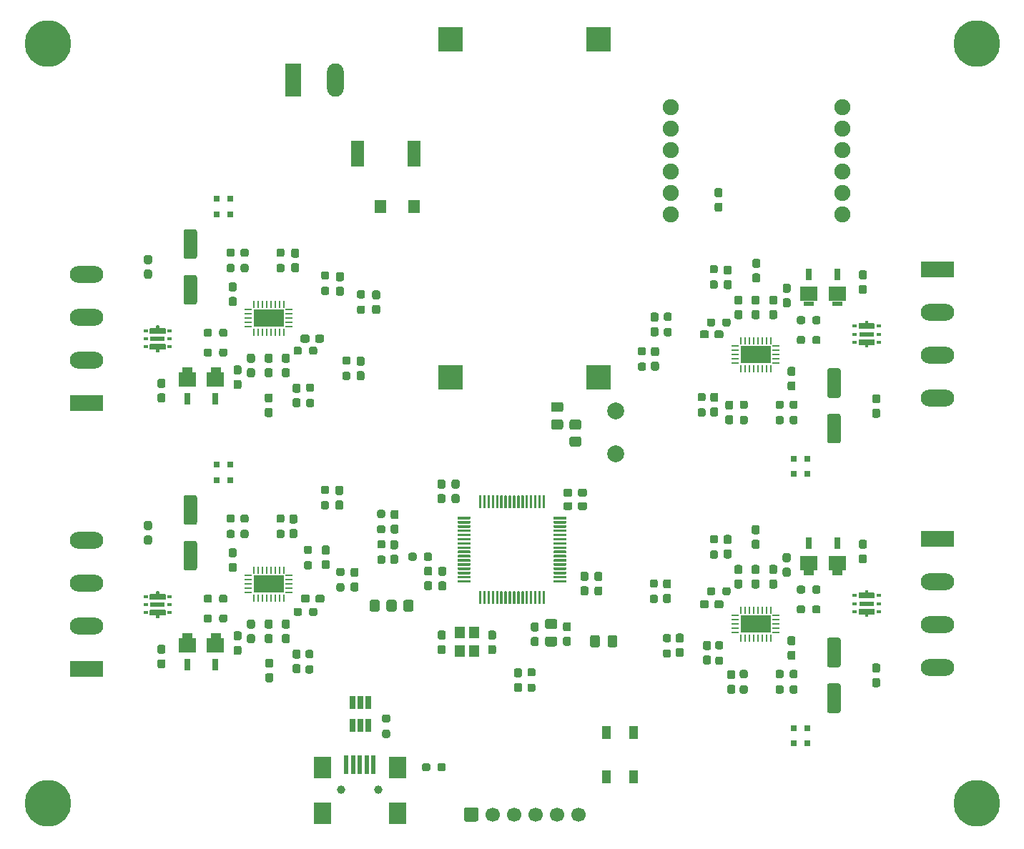
<source format=gbr>
%TF.GenerationSoftware,KiCad,Pcbnew,(5.1.9)-1*%
%TF.CreationDate,2021-03-04T00:36:31+01:00*%
%TF.ProjectId,IO_LINK,494f5f4c-494e-44b2-9e6b-696361645f70,rev?*%
%TF.SameCoordinates,Original*%
%TF.FileFunction,Soldermask,Top*%
%TF.FilePolarity,Negative*%
%FSLAX46Y46*%
G04 Gerber Fmt 4.6, Leading zero omitted, Abs format (unit mm)*
G04 Created by KiCad (PCBNEW (5.1.9)-1) date 2021-03-04 00:36:31*
%MOMM*%
%LPD*%
G01*
G04 APERTURE LIST*
%ADD10C,0.152400*%
%ADD11C,0.001000*%
%ADD12C,0.100000*%
%ADD13R,0.533400X0.406400*%
%ADD14R,1.701800X0.508000*%
%ADD15O,1.980000X3.960000*%
%ADD16R,1.980000X3.960000*%
%ADD17C,1.900000*%
%ADD18R,3.606800X2.108200*%
%ADD19R,0.812800X0.254000*%
%ADD20R,0.254000X0.812800*%
%ADD21R,0.650000X1.560000*%
%ADD22R,3.960000X1.980000*%
%ADD23O,3.960000X1.980000*%
%ADD24C,1.700000*%
%ADD25R,0.800000X0.800000*%
%ADD26R,1.540000X3.140000*%
%ADD27R,1.400000X1.640000*%
%ADD28R,0.750000X1.380000*%
%ADD29R,2.100000X1.820000*%
%ADD30R,0.500000X2.250000*%
%ADD31R,2.000000X2.500000*%
%ADD32C,1.000000*%
%ADD33R,3.000000X3.000000*%
%ADD34R,1.000000X1.550000*%
%ADD35C,2.000000*%
%ADD36R,1.200000X1.400000*%
%ADD37O,5.500000X5.500000*%
%ADD38C,3.600000*%
G04 APERTURE END LIST*
D10*
%TO.C,D18*%
X151968320Y-90914840D02*
X151968320Y-90610040D01*
X151968320Y-88273240D02*
X151968320Y-87968440D01*
X151866720Y-88247840D02*
X151117420Y-88247840D01*
X152069920Y-88247840D02*
X152069920Y-87943040D01*
X151117420Y-88755840D02*
X152819220Y-88755840D01*
X152069920Y-90660840D02*
X152069920Y-90965640D01*
X152819220Y-90152840D02*
X152819220Y-90660840D01*
X152819220Y-90660840D02*
X152069920Y-90660840D01*
X151117420Y-90660840D02*
X151117420Y-90152840D01*
X151866720Y-90660840D02*
X151117420Y-90660840D01*
X151866720Y-90965640D02*
X151866720Y-90660840D01*
X152069920Y-87943040D02*
X151866720Y-87943040D01*
X151117420Y-88247840D02*
X151117420Y-88755840D01*
X152819220Y-88247840D02*
X152069920Y-88247840D01*
X152069920Y-90965640D02*
X151866720Y-90965640D01*
X152819220Y-88755840D02*
X152819220Y-88247840D01*
X151117420Y-90152840D02*
X152819220Y-90152840D01*
X151866720Y-87943040D02*
X151866720Y-88247840D01*
%TO.C,D23*%
X151861360Y-119858980D02*
X151861360Y-120163780D01*
X151112060Y-122068780D02*
X152813860Y-122068780D01*
X152813860Y-120671780D02*
X152813860Y-120163780D01*
X152064560Y-122881580D02*
X151861360Y-122881580D01*
X152813860Y-120163780D02*
X152064560Y-120163780D01*
X151112060Y-120163780D02*
X151112060Y-120671780D01*
X152064560Y-119858980D02*
X151861360Y-119858980D01*
X151861360Y-122881580D02*
X151861360Y-122576780D01*
X151861360Y-122576780D02*
X151112060Y-122576780D01*
X151112060Y-122576780D02*
X151112060Y-122068780D01*
X152813860Y-122576780D02*
X152064560Y-122576780D01*
X152813860Y-122068780D02*
X152813860Y-122576780D01*
X152064560Y-122576780D02*
X152064560Y-122881580D01*
X151112060Y-120671780D02*
X152813860Y-120671780D01*
X152064560Y-120163780D02*
X152064560Y-119858980D01*
X151861360Y-120163780D02*
X151112060Y-120163780D01*
X151962960Y-120189180D02*
X151962960Y-119884380D01*
X151962960Y-122830780D02*
X151962960Y-122525980D01*
%TO.C,D13*%
X68130900Y-123000400D02*
X68130900Y-122695600D01*
X68880200Y-120790600D02*
X67178400Y-120790600D01*
X67178400Y-122187600D02*
X67178400Y-122695600D01*
X67927700Y-119977800D02*
X68130900Y-119977800D01*
X67178400Y-122695600D02*
X67927700Y-122695600D01*
X68880200Y-122695600D02*
X68880200Y-122187600D01*
X67927700Y-123000400D02*
X68130900Y-123000400D01*
X68130900Y-119977800D02*
X68130900Y-120282600D01*
X68130900Y-120282600D02*
X68880200Y-120282600D01*
X68880200Y-120282600D02*
X68880200Y-120790600D01*
X67178400Y-120282600D02*
X67927700Y-120282600D01*
X67178400Y-120790600D02*
X67178400Y-120282600D01*
X67927700Y-120282600D02*
X67927700Y-119977800D01*
X68880200Y-122187600D02*
X67178400Y-122187600D01*
X67927700Y-122695600D02*
X67927700Y-123000400D01*
X68130900Y-122695600D02*
X68880200Y-122695600D01*
X68029300Y-122670200D02*
X68029300Y-122975000D01*
X68029300Y-120028600D02*
X68029300Y-120333400D01*
%TO.C,D8*%
X68130900Y-91500400D02*
X68130900Y-91195600D01*
X68880200Y-89290600D02*
X67178400Y-89290600D01*
X67178400Y-90687600D02*
X67178400Y-91195600D01*
X67927700Y-88477800D02*
X68130900Y-88477800D01*
X67178400Y-91195600D02*
X67927700Y-91195600D01*
X68880200Y-91195600D02*
X68880200Y-90687600D01*
X67927700Y-91500400D02*
X68130900Y-91500400D01*
X68130900Y-88477800D02*
X68130900Y-88782600D01*
X68130900Y-88782600D02*
X68880200Y-88782600D01*
X68880200Y-88782600D02*
X68880200Y-89290600D01*
X67178400Y-88782600D02*
X67927700Y-88782600D01*
X67178400Y-89290600D02*
X67178400Y-88782600D01*
X67927700Y-88782600D02*
X67927700Y-88477800D01*
X68880200Y-90687600D02*
X67178400Y-90687600D01*
X67927700Y-91195600D02*
X67927700Y-91500400D01*
X68130900Y-91195600D02*
X68880200Y-91195600D01*
X68029300Y-91170200D02*
X68029300Y-91475000D01*
X68029300Y-88528600D02*
X68029300Y-88833400D01*
D11*
%TO.C,D4*%
G36*
X72071380Y-93885560D02*
G01*
X70969020Y-93885560D01*
X70969020Y-93382640D01*
X72071380Y-93382640D01*
X72071380Y-93885560D01*
G37*
X72071380Y-93885560D02*
X70969020Y-93885560D01*
X70969020Y-93382640D01*
X72071380Y-93382640D01*
X72071380Y-93885560D01*
%TO.C,D5*%
G36*
X75436880Y-93885560D02*
G01*
X74334520Y-93885560D01*
X74334520Y-93382640D01*
X75436880Y-93382640D01*
X75436880Y-93885560D01*
G37*
X75436880Y-93885560D02*
X74334520Y-93885560D01*
X74334520Y-93382640D01*
X75436880Y-93382640D01*
X75436880Y-93885560D01*
%TO.C,D9*%
G36*
X72071380Y-125385560D02*
G01*
X70969020Y-125385560D01*
X70969020Y-124882640D01*
X72071380Y-124882640D01*
X72071380Y-125385560D01*
G37*
X72071380Y-125385560D02*
X70969020Y-125385560D01*
X70969020Y-124882640D01*
X72071380Y-124882640D01*
X72071380Y-125385560D01*
%TO.C,D10*%
G36*
X75436880Y-125385560D02*
G01*
X74334520Y-125385560D01*
X74334520Y-124882640D01*
X75436880Y-124882640D01*
X75436880Y-125385560D01*
G37*
X75436880Y-125385560D02*
X74334520Y-125385560D01*
X74334520Y-124882640D01*
X75436880Y-124882640D01*
X75436880Y-125385560D01*
%TO.C,D14*%
G36*
X147924640Y-85557980D02*
G01*
X149027000Y-85557980D01*
X149027000Y-86060900D01*
X147924640Y-86060900D01*
X147924640Y-85557980D01*
G37*
X147924640Y-85557980D02*
X149027000Y-85557980D01*
X149027000Y-86060900D01*
X147924640Y-86060900D01*
X147924640Y-85557980D01*
%TO.C,D15*%
G36*
X144559140Y-85557980D02*
G01*
X145661500Y-85557980D01*
X145661500Y-86060900D01*
X144559140Y-86060900D01*
X144559140Y-85557980D01*
G37*
X144559140Y-85557980D02*
X145661500Y-85557980D01*
X145661500Y-86060900D01*
X144559140Y-86060900D01*
X144559140Y-85557980D01*
%TO.C,D19*%
G36*
X147919280Y-117473920D02*
G01*
X149021640Y-117473920D01*
X149021640Y-117976840D01*
X147919280Y-117976840D01*
X147919280Y-117473920D01*
G37*
X147919280Y-117473920D02*
X149021640Y-117473920D01*
X149021640Y-117976840D01*
X147919280Y-117976840D01*
X147919280Y-117473920D01*
%TO.C,D20*%
G36*
X144553780Y-117473920D02*
G01*
X145656140Y-117473920D01*
X145656140Y-117976840D01*
X144553780Y-117976840D01*
X144553780Y-117473920D01*
G37*
X144553780Y-117473920D02*
X145656140Y-117473920D01*
X145656140Y-117976840D01*
X144553780Y-117976840D01*
X144553780Y-117473920D01*
%TD*%
D12*
%TO.C,D18*%
G36*
X152070421Y-87866843D02*
G01*
X152070452Y-87866842D01*
X152070482Y-87866844D01*
X152070984Y-87866847D01*
X152074436Y-87867064D01*
X152077885Y-87867257D01*
X152078154Y-87867299D01*
X152078414Y-87867315D01*
X152081776Y-87867859D01*
X152085242Y-87868396D01*
X152085502Y-87868463D01*
X152085763Y-87868505D01*
X152089111Y-87869390D01*
X152092453Y-87870248D01*
X152092701Y-87870338D01*
X152092961Y-87870407D01*
X152096189Y-87871608D01*
X152099449Y-87872794D01*
X152099693Y-87872911D01*
X152099938Y-87873002D01*
X152103051Y-87874520D01*
X152106163Y-87876011D01*
X152106386Y-87876146D01*
X152106630Y-87876265D01*
X152109609Y-87878098D01*
X152112530Y-87879867D01*
X152112743Y-87880026D01*
X152112970Y-87880166D01*
X152115723Y-87882256D01*
X152118492Y-87884327D01*
X152118689Y-87884507D01*
X152118900Y-87884667D01*
X152121442Y-87887021D01*
X152123989Y-87889347D01*
X152124166Y-87889544D01*
X152124363Y-87889726D01*
X152126654Y-87892306D01*
X152128971Y-87894879D01*
X152129130Y-87895095D01*
X152129306Y-87895293D01*
X152131308Y-87898050D01*
X152133389Y-87900872D01*
X152133529Y-87901106D01*
X152133681Y-87901316D01*
X152135392Y-87904232D01*
X152137201Y-87907266D01*
X152137316Y-87907510D01*
X152137449Y-87907737D01*
X152138887Y-87910850D01*
X152140370Y-87914002D01*
X152140460Y-87914255D01*
X152140571Y-87914495D01*
X152141702Y-87917741D01*
X152142868Y-87921016D01*
X152142933Y-87921275D01*
X152143020Y-87921526D01*
X152143821Y-87924839D01*
X152144669Y-87928239D01*
X152144709Y-87928509D01*
X152144770Y-87928762D01*
X152145244Y-87932135D01*
X152145756Y-87935604D01*
X152145769Y-87935871D01*
X152145806Y-87936134D01*
X152145950Y-87939568D01*
X152146120Y-87943040D01*
X152146120Y-88171640D01*
X152819220Y-88171640D01*
X152819721Y-88171643D01*
X152819752Y-88171642D01*
X152819782Y-88171644D01*
X152820284Y-88171647D01*
X152823736Y-88171864D01*
X152827185Y-88172057D01*
X152827454Y-88172099D01*
X152827714Y-88172115D01*
X152831076Y-88172659D01*
X152834542Y-88173196D01*
X152834802Y-88173263D01*
X152835063Y-88173305D01*
X152838411Y-88174190D01*
X152841753Y-88175048D01*
X152842001Y-88175138D01*
X152842261Y-88175207D01*
X152845489Y-88176408D01*
X152848749Y-88177594D01*
X152848993Y-88177711D01*
X152849238Y-88177802D01*
X152852351Y-88179320D01*
X152855463Y-88180811D01*
X152855686Y-88180946D01*
X152855930Y-88181065D01*
X152858909Y-88182898D01*
X152861830Y-88184667D01*
X152862043Y-88184826D01*
X152862270Y-88184966D01*
X152865023Y-88187056D01*
X152867792Y-88189127D01*
X152867989Y-88189307D01*
X152868200Y-88189467D01*
X152870742Y-88191821D01*
X152873289Y-88194147D01*
X152873466Y-88194344D01*
X152873663Y-88194526D01*
X152875954Y-88197106D01*
X152878271Y-88199679D01*
X152878430Y-88199895D01*
X152878606Y-88200093D01*
X152880608Y-88202850D01*
X152882689Y-88205672D01*
X152882829Y-88205906D01*
X152882981Y-88206116D01*
X152884692Y-88209032D01*
X152886501Y-88212066D01*
X152886616Y-88212310D01*
X152886749Y-88212537D01*
X152888187Y-88215650D01*
X152889670Y-88218802D01*
X152889760Y-88219055D01*
X152889871Y-88219295D01*
X152891002Y-88222541D01*
X152892168Y-88225816D01*
X152892233Y-88226075D01*
X152892320Y-88226326D01*
X152893121Y-88229639D01*
X152893969Y-88233039D01*
X152894009Y-88233309D01*
X152894070Y-88233562D01*
X152894544Y-88236935D01*
X152895056Y-88240404D01*
X152895069Y-88240671D01*
X152895106Y-88240934D01*
X152895250Y-88244368D01*
X152895420Y-88247840D01*
X152895420Y-88755840D01*
X152895417Y-88756341D01*
X152895418Y-88756372D01*
X152895416Y-88756402D01*
X152895413Y-88756904D01*
X152895196Y-88760356D01*
X152895003Y-88763805D01*
X152894961Y-88764074D01*
X152894945Y-88764334D01*
X152894401Y-88767696D01*
X152893864Y-88771162D01*
X152893797Y-88771422D01*
X152893755Y-88771683D01*
X152892870Y-88775031D01*
X152892012Y-88778373D01*
X152891922Y-88778621D01*
X152891853Y-88778881D01*
X152890652Y-88782109D01*
X152889466Y-88785369D01*
X152889349Y-88785613D01*
X152889258Y-88785858D01*
X152887740Y-88788971D01*
X152886249Y-88792083D01*
X152886114Y-88792306D01*
X152885995Y-88792550D01*
X152884162Y-88795529D01*
X152882393Y-88798450D01*
X152882234Y-88798663D01*
X152882094Y-88798890D01*
X152880004Y-88801643D01*
X152877933Y-88804412D01*
X152877753Y-88804609D01*
X152877593Y-88804820D01*
X152875239Y-88807362D01*
X152872913Y-88809909D01*
X152872716Y-88810086D01*
X152872534Y-88810283D01*
X152869954Y-88812574D01*
X152867381Y-88814891D01*
X152867165Y-88815050D01*
X152866967Y-88815226D01*
X152864210Y-88817228D01*
X152861388Y-88819309D01*
X152861154Y-88819449D01*
X152860944Y-88819601D01*
X152858028Y-88821312D01*
X152854994Y-88823121D01*
X152854750Y-88823236D01*
X152854523Y-88823369D01*
X152851410Y-88824807D01*
X152848258Y-88826290D01*
X152848005Y-88826380D01*
X152847765Y-88826491D01*
X152844519Y-88827622D01*
X152841244Y-88828788D01*
X152840985Y-88828853D01*
X152840734Y-88828940D01*
X152837421Y-88829741D01*
X152834021Y-88830589D01*
X152833751Y-88830629D01*
X152833498Y-88830690D01*
X152830125Y-88831164D01*
X152826656Y-88831676D01*
X152826389Y-88831689D01*
X152826126Y-88831726D01*
X152822692Y-88831870D01*
X152819220Y-88832040D01*
X151117420Y-88832040D01*
X151116919Y-88832037D01*
X151116888Y-88832038D01*
X151116858Y-88832036D01*
X151116356Y-88832033D01*
X151112904Y-88831816D01*
X151109455Y-88831623D01*
X151109186Y-88831581D01*
X151108926Y-88831565D01*
X151105564Y-88831021D01*
X151102098Y-88830484D01*
X151101838Y-88830417D01*
X151101577Y-88830375D01*
X151098229Y-88829490D01*
X151094887Y-88828632D01*
X151094639Y-88828542D01*
X151094379Y-88828473D01*
X151091151Y-88827272D01*
X151087891Y-88826086D01*
X151087647Y-88825969D01*
X151087402Y-88825878D01*
X151084289Y-88824360D01*
X151081177Y-88822869D01*
X151080954Y-88822734D01*
X151080710Y-88822615D01*
X151077731Y-88820782D01*
X151074810Y-88819013D01*
X151074597Y-88818854D01*
X151074370Y-88818714D01*
X151071617Y-88816624D01*
X151068848Y-88814553D01*
X151068651Y-88814373D01*
X151068440Y-88814213D01*
X151065898Y-88811859D01*
X151063351Y-88809533D01*
X151063174Y-88809336D01*
X151062977Y-88809154D01*
X151060686Y-88806574D01*
X151058369Y-88804001D01*
X151058210Y-88803785D01*
X151058034Y-88803587D01*
X151056032Y-88800830D01*
X151053951Y-88798008D01*
X151053811Y-88797774D01*
X151053659Y-88797564D01*
X151051948Y-88794648D01*
X151050139Y-88791614D01*
X151050024Y-88791370D01*
X151049891Y-88791143D01*
X151048453Y-88788030D01*
X151046970Y-88784878D01*
X151046880Y-88784625D01*
X151046769Y-88784385D01*
X151045638Y-88781139D01*
X151044472Y-88777864D01*
X151044407Y-88777605D01*
X151044320Y-88777354D01*
X151043519Y-88774041D01*
X151042671Y-88770641D01*
X151042631Y-88770371D01*
X151042570Y-88770118D01*
X151042096Y-88766745D01*
X151041584Y-88763276D01*
X151041571Y-88763009D01*
X151041534Y-88762746D01*
X151041390Y-88759312D01*
X151041220Y-88755840D01*
X151041220Y-88247840D01*
X151041223Y-88247339D01*
X151041222Y-88247308D01*
X151041224Y-88247278D01*
X151041227Y-88246776D01*
X151041444Y-88243324D01*
X151041637Y-88239875D01*
X151041679Y-88239606D01*
X151041695Y-88239346D01*
X151042239Y-88235984D01*
X151042776Y-88232518D01*
X151042843Y-88232258D01*
X151042885Y-88231997D01*
X151043770Y-88228649D01*
X151044628Y-88225307D01*
X151044718Y-88225059D01*
X151044787Y-88224799D01*
X151045988Y-88221571D01*
X151047174Y-88218311D01*
X151047291Y-88218067D01*
X151047382Y-88217822D01*
X151048900Y-88214709D01*
X151050391Y-88211597D01*
X151050526Y-88211374D01*
X151050645Y-88211130D01*
X151052478Y-88208151D01*
X151054247Y-88205230D01*
X151054406Y-88205017D01*
X151054546Y-88204790D01*
X151056636Y-88202037D01*
X151058707Y-88199268D01*
X151058887Y-88199071D01*
X151059047Y-88198860D01*
X151061401Y-88196318D01*
X151063727Y-88193771D01*
X151063924Y-88193594D01*
X151064106Y-88193397D01*
X151066686Y-88191106D01*
X151069259Y-88188789D01*
X151069475Y-88188630D01*
X151069673Y-88188454D01*
X151072430Y-88186452D01*
X151075252Y-88184371D01*
X151075486Y-88184231D01*
X151075696Y-88184079D01*
X151078612Y-88182368D01*
X151081646Y-88180559D01*
X151081890Y-88180444D01*
X151082117Y-88180311D01*
X151085230Y-88178873D01*
X151088382Y-88177390D01*
X151088635Y-88177300D01*
X151088875Y-88177189D01*
X151092121Y-88176058D01*
X151095396Y-88174892D01*
X151095655Y-88174827D01*
X151095906Y-88174740D01*
X151099219Y-88173939D01*
X151102619Y-88173091D01*
X151102889Y-88173051D01*
X151103142Y-88172990D01*
X151106515Y-88172516D01*
X151109984Y-88172004D01*
X151110251Y-88171991D01*
X151110514Y-88171954D01*
X151113948Y-88171810D01*
X151117420Y-88171640D01*
X151790520Y-88171640D01*
X151790520Y-87943040D01*
X151790523Y-87942539D01*
X151790522Y-87942508D01*
X151790524Y-87942478D01*
X151790527Y-87941976D01*
X151790744Y-87938524D01*
X151790937Y-87935075D01*
X151790979Y-87934806D01*
X151790995Y-87934546D01*
X151791539Y-87931184D01*
X151792076Y-87927718D01*
X151792143Y-87927458D01*
X151792185Y-87927197D01*
X151793070Y-87923849D01*
X151793928Y-87920507D01*
X151794018Y-87920259D01*
X151794087Y-87919999D01*
X151795288Y-87916771D01*
X151796474Y-87913511D01*
X151796591Y-87913267D01*
X151796682Y-87913022D01*
X151798200Y-87909909D01*
X151799691Y-87906797D01*
X151799826Y-87906574D01*
X151799945Y-87906330D01*
X151801778Y-87903351D01*
X151803547Y-87900430D01*
X151803706Y-87900217D01*
X151803846Y-87899990D01*
X151805936Y-87897237D01*
X151808007Y-87894468D01*
X151808187Y-87894271D01*
X151808347Y-87894060D01*
X151810701Y-87891518D01*
X151813027Y-87888971D01*
X151813224Y-87888794D01*
X151813406Y-87888597D01*
X151815986Y-87886306D01*
X151818559Y-87883989D01*
X151818775Y-87883830D01*
X151818973Y-87883654D01*
X151821730Y-87881652D01*
X151824552Y-87879571D01*
X151824786Y-87879431D01*
X151824996Y-87879279D01*
X151827912Y-87877568D01*
X151830946Y-87875759D01*
X151831190Y-87875644D01*
X151831417Y-87875511D01*
X151834530Y-87874073D01*
X151837682Y-87872590D01*
X151837935Y-87872500D01*
X151838175Y-87872389D01*
X151841421Y-87871258D01*
X151844696Y-87870092D01*
X151844955Y-87870027D01*
X151845206Y-87869940D01*
X151848519Y-87869139D01*
X151851919Y-87868291D01*
X151852189Y-87868251D01*
X151852442Y-87868190D01*
X151855815Y-87867716D01*
X151859284Y-87867204D01*
X151859551Y-87867191D01*
X151859814Y-87867154D01*
X151863248Y-87867010D01*
X151866720Y-87866840D01*
X152069920Y-87866840D01*
X152070421Y-87866843D01*
G37*
G36*
X152819721Y-90076643D02*
G01*
X152819752Y-90076642D01*
X152819782Y-90076644D01*
X152820284Y-90076647D01*
X152823736Y-90076864D01*
X152827185Y-90077057D01*
X152827454Y-90077099D01*
X152827714Y-90077115D01*
X152831076Y-90077659D01*
X152834542Y-90078196D01*
X152834802Y-90078263D01*
X152835063Y-90078305D01*
X152838411Y-90079190D01*
X152841753Y-90080048D01*
X152842001Y-90080138D01*
X152842261Y-90080207D01*
X152845489Y-90081408D01*
X152848749Y-90082594D01*
X152848993Y-90082711D01*
X152849238Y-90082802D01*
X152852351Y-90084320D01*
X152855463Y-90085811D01*
X152855686Y-90085946D01*
X152855930Y-90086065D01*
X152858909Y-90087898D01*
X152861830Y-90089667D01*
X152862043Y-90089826D01*
X152862270Y-90089966D01*
X152865023Y-90092056D01*
X152867792Y-90094127D01*
X152867989Y-90094307D01*
X152868200Y-90094467D01*
X152870742Y-90096821D01*
X152873289Y-90099147D01*
X152873466Y-90099344D01*
X152873663Y-90099526D01*
X152875954Y-90102106D01*
X152878271Y-90104679D01*
X152878430Y-90104895D01*
X152878606Y-90105093D01*
X152880608Y-90107850D01*
X152882689Y-90110672D01*
X152882829Y-90110906D01*
X152882981Y-90111116D01*
X152884692Y-90114032D01*
X152886501Y-90117066D01*
X152886616Y-90117310D01*
X152886749Y-90117537D01*
X152888187Y-90120650D01*
X152889670Y-90123802D01*
X152889760Y-90124055D01*
X152889871Y-90124295D01*
X152891002Y-90127541D01*
X152892168Y-90130816D01*
X152892233Y-90131075D01*
X152892320Y-90131326D01*
X152893121Y-90134639D01*
X152893969Y-90138039D01*
X152894009Y-90138309D01*
X152894070Y-90138562D01*
X152894544Y-90141935D01*
X152895056Y-90145404D01*
X152895069Y-90145671D01*
X152895106Y-90145934D01*
X152895250Y-90149368D01*
X152895420Y-90152840D01*
X152895420Y-90660840D01*
X152895417Y-90661341D01*
X152895418Y-90661372D01*
X152895416Y-90661402D01*
X152895413Y-90661904D01*
X152895196Y-90665356D01*
X152895003Y-90668805D01*
X152894961Y-90669074D01*
X152894945Y-90669334D01*
X152894401Y-90672696D01*
X152893864Y-90676162D01*
X152893797Y-90676422D01*
X152893755Y-90676683D01*
X152892870Y-90680031D01*
X152892012Y-90683373D01*
X152891922Y-90683621D01*
X152891853Y-90683881D01*
X152890652Y-90687109D01*
X152889466Y-90690369D01*
X152889349Y-90690613D01*
X152889258Y-90690858D01*
X152887740Y-90693971D01*
X152886249Y-90697083D01*
X152886114Y-90697306D01*
X152885995Y-90697550D01*
X152884162Y-90700529D01*
X152882393Y-90703450D01*
X152882234Y-90703663D01*
X152882094Y-90703890D01*
X152880004Y-90706643D01*
X152877933Y-90709412D01*
X152877753Y-90709609D01*
X152877593Y-90709820D01*
X152875239Y-90712362D01*
X152872913Y-90714909D01*
X152872716Y-90715086D01*
X152872534Y-90715283D01*
X152869954Y-90717574D01*
X152867381Y-90719891D01*
X152867165Y-90720050D01*
X152866967Y-90720226D01*
X152864210Y-90722228D01*
X152861388Y-90724309D01*
X152861154Y-90724449D01*
X152860944Y-90724601D01*
X152858028Y-90726312D01*
X152854994Y-90728121D01*
X152854750Y-90728236D01*
X152854523Y-90728369D01*
X152851410Y-90729807D01*
X152848258Y-90731290D01*
X152848005Y-90731380D01*
X152847765Y-90731491D01*
X152844519Y-90732622D01*
X152841244Y-90733788D01*
X152840985Y-90733853D01*
X152840734Y-90733940D01*
X152837421Y-90734741D01*
X152834021Y-90735589D01*
X152833751Y-90735629D01*
X152833498Y-90735690D01*
X152830125Y-90736164D01*
X152826656Y-90736676D01*
X152826389Y-90736689D01*
X152826126Y-90736726D01*
X152822692Y-90736870D01*
X152819220Y-90737040D01*
X152146120Y-90737040D01*
X152146120Y-90965640D01*
X152146117Y-90966141D01*
X152146118Y-90966172D01*
X152146116Y-90966202D01*
X152146113Y-90966704D01*
X152145896Y-90970156D01*
X152145703Y-90973605D01*
X152145661Y-90973874D01*
X152145645Y-90974134D01*
X152145101Y-90977496D01*
X152144564Y-90980962D01*
X152144497Y-90981222D01*
X152144455Y-90981483D01*
X152143570Y-90984831D01*
X152142712Y-90988173D01*
X152142622Y-90988421D01*
X152142553Y-90988681D01*
X152141352Y-90991909D01*
X152140166Y-90995169D01*
X152140049Y-90995413D01*
X152139958Y-90995658D01*
X152138440Y-90998771D01*
X152136949Y-91001883D01*
X152136814Y-91002106D01*
X152136695Y-91002350D01*
X152134862Y-91005329D01*
X152133093Y-91008250D01*
X152132934Y-91008463D01*
X152132794Y-91008690D01*
X152130704Y-91011443D01*
X152128633Y-91014212D01*
X152128453Y-91014409D01*
X152128293Y-91014620D01*
X152125939Y-91017162D01*
X152123613Y-91019709D01*
X152123416Y-91019886D01*
X152123234Y-91020083D01*
X152120654Y-91022374D01*
X152118081Y-91024691D01*
X152117865Y-91024850D01*
X152117667Y-91025026D01*
X152114910Y-91027028D01*
X152112088Y-91029109D01*
X152111854Y-91029249D01*
X152111644Y-91029401D01*
X152108728Y-91031112D01*
X152105694Y-91032921D01*
X152105450Y-91033036D01*
X152105223Y-91033169D01*
X152102110Y-91034607D01*
X152098958Y-91036090D01*
X152098705Y-91036180D01*
X152098465Y-91036291D01*
X152095219Y-91037422D01*
X152091944Y-91038588D01*
X152091685Y-91038653D01*
X152091434Y-91038740D01*
X152088121Y-91039541D01*
X152084721Y-91040389D01*
X152084451Y-91040429D01*
X152084198Y-91040490D01*
X152080825Y-91040964D01*
X152077356Y-91041476D01*
X152077089Y-91041489D01*
X152076826Y-91041526D01*
X152073392Y-91041670D01*
X152069920Y-91041840D01*
X151866720Y-91041840D01*
X151866219Y-91041837D01*
X151866188Y-91041838D01*
X151866158Y-91041836D01*
X151865656Y-91041833D01*
X151862204Y-91041616D01*
X151858755Y-91041423D01*
X151858486Y-91041381D01*
X151858226Y-91041365D01*
X151854864Y-91040821D01*
X151851398Y-91040284D01*
X151851138Y-91040217D01*
X151850877Y-91040175D01*
X151847529Y-91039290D01*
X151844187Y-91038432D01*
X151843939Y-91038342D01*
X151843679Y-91038273D01*
X151840451Y-91037072D01*
X151837191Y-91035886D01*
X151836947Y-91035769D01*
X151836702Y-91035678D01*
X151833589Y-91034160D01*
X151830477Y-91032669D01*
X151830254Y-91032534D01*
X151830010Y-91032415D01*
X151827031Y-91030582D01*
X151824110Y-91028813D01*
X151823897Y-91028654D01*
X151823670Y-91028514D01*
X151820917Y-91026424D01*
X151818148Y-91024353D01*
X151817951Y-91024173D01*
X151817740Y-91024013D01*
X151815198Y-91021659D01*
X151812651Y-91019333D01*
X151812474Y-91019136D01*
X151812277Y-91018954D01*
X151809986Y-91016374D01*
X151807669Y-91013801D01*
X151807510Y-91013585D01*
X151807334Y-91013387D01*
X151805332Y-91010630D01*
X151803251Y-91007808D01*
X151803111Y-91007574D01*
X151802959Y-91007364D01*
X151801248Y-91004448D01*
X151799439Y-91001414D01*
X151799324Y-91001170D01*
X151799191Y-91000943D01*
X151797753Y-90997830D01*
X151796270Y-90994678D01*
X151796180Y-90994425D01*
X151796069Y-90994185D01*
X151794938Y-90990939D01*
X151793772Y-90987664D01*
X151793707Y-90987405D01*
X151793620Y-90987154D01*
X151792819Y-90983841D01*
X151791971Y-90980441D01*
X151791931Y-90980171D01*
X151791870Y-90979918D01*
X151791396Y-90976545D01*
X151790884Y-90973076D01*
X151790871Y-90972809D01*
X151790834Y-90972546D01*
X151790690Y-90969112D01*
X151790520Y-90965640D01*
X151790520Y-90737040D01*
X151117420Y-90737040D01*
X151116919Y-90737037D01*
X151116888Y-90737038D01*
X151116858Y-90737036D01*
X151116356Y-90737033D01*
X151112904Y-90736816D01*
X151109455Y-90736623D01*
X151109186Y-90736581D01*
X151108926Y-90736565D01*
X151105564Y-90736021D01*
X151102098Y-90735484D01*
X151101838Y-90735417D01*
X151101577Y-90735375D01*
X151098229Y-90734490D01*
X151094887Y-90733632D01*
X151094639Y-90733542D01*
X151094379Y-90733473D01*
X151091151Y-90732272D01*
X151087891Y-90731086D01*
X151087647Y-90730969D01*
X151087402Y-90730878D01*
X151084289Y-90729360D01*
X151081177Y-90727869D01*
X151080954Y-90727734D01*
X151080710Y-90727615D01*
X151077731Y-90725782D01*
X151074810Y-90724013D01*
X151074597Y-90723854D01*
X151074370Y-90723714D01*
X151071617Y-90721624D01*
X151068848Y-90719553D01*
X151068651Y-90719373D01*
X151068440Y-90719213D01*
X151065898Y-90716859D01*
X151063351Y-90714533D01*
X151063174Y-90714336D01*
X151062977Y-90714154D01*
X151060686Y-90711574D01*
X151058369Y-90709001D01*
X151058210Y-90708785D01*
X151058034Y-90708587D01*
X151056032Y-90705830D01*
X151053951Y-90703008D01*
X151053811Y-90702774D01*
X151053659Y-90702564D01*
X151051948Y-90699648D01*
X151050139Y-90696614D01*
X151050024Y-90696370D01*
X151049891Y-90696143D01*
X151048453Y-90693030D01*
X151046970Y-90689878D01*
X151046880Y-90689625D01*
X151046769Y-90689385D01*
X151045638Y-90686139D01*
X151044472Y-90682864D01*
X151044407Y-90682605D01*
X151044320Y-90682354D01*
X151043519Y-90679041D01*
X151042671Y-90675641D01*
X151042631Y-90675371D01*
X151042570Y-90675118D01*
X151042096Y-90671745D01*
X151041584Y-90668276D01*
X151041571Y-90668009D01*
X151041534Y-90667746D01*
X151041390Y-90664312D01*
X151041220Y-90660840D01*
X151041220Y-90152840D01*
X151041223Y-90152339D01*
X151041222Y-90152308D01*
X151041224Y-90152278D01*
X151041227Y-90151776D01*
X151041444Y-90148324D01*
X151041637Y-90144875D01*
X151041679Y-90144606D01*
X151041695Y-90144346D01*
X151042239Y-90140984D01*
X151042776Y-90137518D01*
X151042843Y-90137258D01*
X151042885Y-90136997D01*
X151043770Y-90133649D01*
X151044628Y-90130307D01*
X151044718Y-90130059D01*
X151044787Y-90129799D01*
X151045988Y-90126571D01*
X151047174Y-90123311D01*
X151047291Y-90123067D01*
X151047382Y-90122822D01*
X151048900Y-90119709D01*
X151050391Y-90116597D01*
X151050526Y-90116374D01*
X151050645Y-90116130D01*
X151052478Y-90113151D01*
X151054247Y-90110230D01*
X151054406Y-90110017D01*
X151054546Y-90109790D01*
X151056636Y-90107037D01*
X151058707Y-90104268D01*
X151058887Y-90104071D01*
X151059047Y-90103860D01*
X151061401Y-90101318D01*
X151063727Y-90098771D01*
X151063924Y-90098594D01*
X151064106Y-90098397D01*
X151066686Y-90096106D01*
X151069259Y-90093789D01*
X151069475Y-90093630D01*
X151069673Y-90093454D01*
X151072430Y-90091452D01*
X151075252Y-90089371D01*
X151075486Y-90089231D01*
X151075696Y-90089079D01*
X151078612Y-90087368D01*
X151081646Y-90085559D01*
X151081890Y-90085444D01*
X151082117Y-90085311D01*
X151085230Y-90083873D01*
X151088382Y-90082390D01*
X151088635Y-90082300D01*
X151088875Y-90082189D01*
X151092121Y-90081058D01*
X151095396Y-90079892D01*
X151095655Y-90079827D01*
X151095906Y-90079740D01*
X151099219Y-90078939D01*
X151102619Y-90078091D01*
X151102889Y-90078051D01*
X151103142Y-90077990D01*
X151106515Y-90077516D01*
X151109984Y-90077004D01*
X151110251Y-90076991D01*
X151110514Y-90076954D01*
X151113948Y-90076810D01*
X151117420Y-90076640D01*
X152819220Y-90076640D01*
X152819721Y-90076643D01*
G37*
D13*
X153403420Y-88501840D03*
X150533220Y-90406840D03*
D14*
X151968320Y-89454340D03*
D13*
X150533220Y-88501840D03*
X153403420Y-90406840D03*
X153403420Y-89454340D03*
X150533220Y-89454340D03*
%TD*%
D15*
%TO.C,J1*%
X89056000Y-59358600D03*
D16*
X84056000Y-59358600D03*
%TD*%
D17*
%TO.C,M1*%
X149072700Y-62573200D03*
X149072700Y-65113200D03*
X149072700Y-67653200D03*
X149072700Y-70193200D03*
X149072700Y-72733200D03*
X149072700Y-75273200D03*
X128752700Y-75273200D03*
X128752700Y-70193200D03*
X128752700Y-72733200D03*
X128752700Y-67653200D03*
X128752700Y-65113200D03*
X128752700Y-62573200D03*
%TD*%
D18*
%TO.C,U4*%
X138823820Y-91867340D03*
D19*
X141224120Y-90851340D03*
X141224120Y-91359340D03*
X141224120Y-91867340D03*
X141224120Y-92375340D03*
X141224120Y-92883340D03*
D20*
X140601820Y-93518340D03*
X140093820Y-93518340D03*
X139585820Y-93518340D03*
X139077820Y-93518340D03*
X138569820Y-93518340D03*
X138061820Y-93518340D03*
X137553820Y-93518340D03*
X137045820Y-93518340D03*
D19*
X136423520Y-92883340D03*
X136423520Y-92375340D03*
X136423520Y-91867340D03*
X136423520Y-91359340D03*
X136423520Y-90851340D03*
D20*
X137045820Y-90216340D03*
X137553820Y-90216340D03*
X138061820Y-90216340D03*
X138569820Y-90216340D03*
X139077820Y-90216340D03*
X139585820Y-90216340D03*
X140093820Y-90216340D03*
X140601820Y-90216340D03*
%TD*%
D18*
%TO.C,U2*%
X81170000Y-87580000D03*
D19*
X78769700Y-88596000D03*
X78769700Y-88088000D03*
X78769700Y-87580000D03*
X78769700Y-87072000D03*
X78769700Y-86564000D03*
D20*
X79392000Y-85929000D03*
X79900000Y-85929000D03*
X80408000Y-85929000D03*
X80916000Y-85929000D03*
X81424000Y-85929000D03*
X81932000Y-85929000D03*
X82440000Y-85929000D03*
X82948000Y-85929000D03*
D19*
X83570300Y-86564000D03*
X83570300Y-87072000D03*
X83570300Y-87580000D03*
X83570300Y-88088000D03*
X83570300Y-88596000D03*
D20*
X82948000Y-89231000D03*
X82440000Y-89231000D03*
X81932000Y-89231000D03*
X81424000Y-89231000D03*
X80916000Y-89231000D03*
X80408000Y-89231000D03*
X79900000Y-89231000D03*
X79392000Y-89231000D03*
%TD*%
%TO.C,L2*%
G36*
G01*
X100304300Y-140521600D02*
X100304300Y-140996600D01*
G75*
G02*
X100066800Y-141234100I-237500J0D01*
G01*
X99566800Y-141234100D01*
G75*
G02*
X99329300Y-140996600I0J237500D01*
G01*
X99329300Y-140521600D01*
G75*
G02*
X99566800Y-140284100I237500J0D01*
G01*
X100066800Y-140284100D01*
G75*
G02*
X100304300Y-140521600I0J-237500D01*
G01*
G37*
G36*
G01*
X102129300Y-140521600D02*
X102129300Y-140996600D01*
G75*
G02*
X101891800Y-141234100I-237500J0D01*
G01*
X101391800Y-141234100D01*
G75*
G02*
X101154300Y-140996600I0J237500D01*
G01*
X101154300Y-140521600D01*
G75*
G02*
X101391800Y-140284100I237500J0D01*
G01*
X101891800Y-140284100D01*
G75*
G02*
X102129300Y-140521600I0J-237500D01*
G01*
G37*
%TD*%
D21*
%TO.C,D3*%
X92050100Y-133135900D03*
X91100100Y-133135900D03*
X93000100Y-133135900D03*
X93000100Y-135835900D03*
X92050100Y-135835900D03*
X91100100Y-135835900D03*
%TD*%
D22*
%TO.C,J7*%
X160360660Y-113724880D03*
D23*
X160360660Y-118804880D03*
X160360660Y-123884880D03*
X160360660Y-128964880D03*
%TD*%
D22*
%TO.C,J6*%
X160366020Y-81813240D03*
D23*
X160366020Y-86893240D03*
X160366020Y-91973240D03*
X160366020Y-97053240D03*
%TD*%
D24*
%TO.C,J3*%
X117848500Y-146356700D03*
X115308500Y-146356700D03*
X112768500Y-146356700D03*
X110228500Y-146356700D03*
X107688500Y-146356700D03*
G36*
G01*
X105748500Y-147206700D02*
X104548500Y-147206700D01*
G75*
G02*
X104298500Y-146956700I0J250000D01*
G01*
X104298500Y-145756700D01*
G75*
G02*
X104548500Y-145506700I250000J0D01*
G01*
X105748500Y-145506700D01*
G75*
G02*
X105998500Y-145756700I0J-250000D01*
G01*
X105998500Y-146956700D01*
G75*
G02*
X105748500Y-147206700I-250000J0D01*
G01*
G37*
%TD*%
%TO.C,C42*%
G36*
G01*
X82966700Y-123264200D02*
X83441700Y-123264200D01*
G75*
G02*
X83679200Y-123501700I0J-237500D01*
G01*
X83679200Y-124101700D01*
G75*
G02*
X83441700Y-124339200I-237500J0D01*
G01*
X82966700Y-124339200D01*
G75*
G02*
X82729200Y-124101700I0J237500D01*
G01*
X82729200Y-123501700D01*
G75*
G02*
X82966700Y-123264200I237500J0D01*
G01*
G37*
G36*
G01*
X82966700Y-124989200D02*
X83441700Y-124989200D01*
G75*
G02*
X83679200Y-125226700I0J-237500D01*
G01*
X83679200Y-125826700D01*
G75*
G02*
X83441700Y-126064200I-237500J0D01*
G01*
X82966700Y-126064200D01*
G75*
G02*
X82729200Y-125826700I0J237500D01*
G01*
X82729200Y-125226700D01*
G75*
G02*
X82966700Y-124989200I237500J0D01*
G01*
G37*
%TD*%
%TO.C,C78*%
G36*
G01*
X151755960Y-114885780D02*
X151280960Y-114885780D01*
G75*
G02*
X151043460Y-114648280I0J237500D01*
G01*
X151043460Y-114048280D01*
G75*
G02*
X151280960Y-113810780I237500J0D01*
G01*
X151755960Y-113810780D01*
G75*
G02*
X151993460Y-114048280I0J-237500D01*
G01*
X151993460Y-114648280D01*
G75*
G02*
X151755960Y-114885780I-237500J0D01*
G01*
G37*
G36*
G01*
X151755960Y-116610780D02*
X151280960Y-116610780D01*
G75*
G02*
X151043460Y-116373280I0J237500D01*
G01*
X151043460Y-115773280D01*
G75*
G02*
X151280960Y-115535780I237500J0D01*
G01*
X151755960Y-115535780D01*
G75*
G02*
X151993460Y-115773280I0J-237500D01*
G01*
X151993460Y-116373280D01*
G75*
G02*
X151755960Y-116610780I-237500J0D01*
G01*
G37*
%TD*%
%TO.C,C77*%
G36*
G01*
X151761320Y-82969840D02*
X151286320Y-82969840D01*
G75*
G02*
X151048820Y-82732340I0J237500D01*
G01*
X151048820Y-82132340D01*
G75*
G02*
X151286320Y-81894840I237500J0D01*
G01*
X151761320Y-81894840D01*
G75*
G02*
X151998820Y-82132340I0J-237500D01*
G01*
X151998820Y-82732340D01*
G75*
G02*
X151761320Y-82969840I-237500J0D01*
G01*
G37*
G36*
G01*
X151761320Y-84694840D02*
X151286320Y-84694840D01*
G75*
G02*
X151048820Y-84457340I0J237500D01*
G01*
X151048820Y-83857340D01*
G75*
G02*
X151286320Y-83619840I237500J0D01*
G01*
X151761320Y-83619840D01*
G75*
G02*
X151998820Y-83857340I0J-237500D01*
G01*
X151998820Y-84457340D01*
G75*
G02*
X151761320Y-84694840I-237500J0D01*
G01*
G37*
%TD*%
%TO.C,C76*%
G36*
G01*
X68234700Y-127973700D02*
X68709700Y-127973700D01*
G75*
G02*
X68947200Y-128211200I0J-237500D01*
G01*
X68947200Y-128811200D01*
G75*
G02*
X68709700Y-129048700I-237500J0D01*
G01*
X68234700Y-129048700D01*
G75*
G02*
X67997200Y-128811200I0J237500D01*
G01*
X67997200Y-128211200D01*
G75*
G02*
X68234700Y-127973700I237500J0D01*
G01*
G37*
G36*
G01*
X68234700Y-126248700D02*
X68709700Y-126248700D01*
G75*
G02*
X68947200Y-126486200I0J-237500D01*
G01*
X68947200Y-127086200D01*
G75*
G02*
X68709700Y-127323700I-237500J0D01*
G01*
X68234700Y-127323700D01*
G75*
G02*
X67997200Y-127086200I0J237500D01*
G01*
X67997200Y-126486200D01*
G75*
G02*
X68234700Y-126248700I237500J0D01*
G01*
G37*
%TD*%
%TO.C,C75*%
G36*
G01*
X68234700Y-96473700D02*
X68709700Y-96473700D01*
G75*
G02*
X68947200Y-96711200I0J-237500D01*
G01*
X68947200Y-97311200D01*
G75*
G02*
X68709700Y-97548700I-237500J0D01*
G01*
X68234700Y-97548700D01*
G75*
G02*
X67997200Y-97311200I0J237500D01*
G01*
X67997200Y-96711200D01*
G75*
G02*
X68234700Y-96473700I237500J0D01*
G01*
G37*
G36*
G01*
X68234700Y-94748700D02*
X68709700Y-94748700D01*
G75*
G02*
X68947200Y-94986200I0J-237500D01*
G01*
X68947200Y-95586200D01*
G75*
G02*
X68709700Y-95823700I-237500J0D01*
G01*
X68234700Y-95823700D01*
G75*
G02*
X67997200Y-95586200I0J237500D01*
G01*
X67997200Y-94986200D01*
G75*
G02*
X68234700Y-94748700I237500J0D01*
G01*
G37*
%TD*%
%TO.C,R41*%
G36*
G01*
X141913460Y-132041280D02*
X141438460Y-132041280D01*
G75*
G02*
X141200960Y-131803780I0J237500D01*
G01*
X141200960Y-131303780D01*
G75*
G02*
X141438460Y-131066280I237500J0D01*
G01*
X141913460Y-131066280D01*
G75*
G02*
X142150960Y-131303780I0J-237500D01*
G01*
X142150960Y-131803780D01*
G75*
G02*
X141913460Y-132041280I-237500J0D01*
G01*
G37*
G36*
G01*
X141913460Y-130216280D02*
X141438460Y-130216280D01*
G75*
G02*
X141200960Y-129978780I0J237500D01*
G01*
X141200960Y-129478780D01*
G75*
G02*
X141438460Y-129241280I237500J0D01*
G01*
X141913460Y-129241280D01*
G75*
G02*
X142150960Y-129478780I0J-237500D01*
G01*
X142150960Y-129978780D01*
G75*
G02*
X141913460Y-130216280I-237500J0D01*
G01*
G37*
%TD*%
%TO.C,R42*%
G36*
G01*
X143564460Y-130216280D02*
X143089460Y-130216280D01*
G75*
G02*
X142851960Y-129978780I0J237500D01*
G01*
X142851960Y-129478780D01*
G75*
G02*
X143089460Y-129241280I237500J0D01*
G01*
X143564460Y-129241280D01*
G75*
G02*
X143801960Y-129478780I0J-237500D01*
G01*
X143801960Y-129978780D01*
G75*
G02*
X143564460Y-130216280I-237500J0D01*
G01*
G37*
G36*
G01*
X143564460Y-132041280D02*
X143089460Y-132041280D01*
G75*
G02*
X142851960Y-131803780I0J237500D01*
G01*
X142851960Y-131303780D01*
G75*
G02*
X143089460Y-131066280I237500J0D01*
G01*
X143564460Y-131066280D01*
G75*
G02*
X143801960Y-131303780I0J-237500D01*
G01*
X143801960Y-131803780D01*
G75*
G02*
X143564460Y-132041280I-237500J0D01*
G01*
G37*
%TD*%
D25*
%TO.C,D22*%
X143352460Y-136102280D03*
X144952460Y-136102280D03*
%TD*%
%TO.C,D21*%
X144952460Y-137943780D03*
X143352460Y-137943780D03*
%TD*%
D12*
%TO.C,D23*%
G36*
X152065061Y-119782783D02*
G01*
X152065092Y-119782782D01*
X152065122Y-119782784D01*
X152065624Y-119782787D01*
X152069076Y-119783004D01*
X152072525Y-119783197D01*
X152072794Y-119783239D01*
X152073054Y-119783255D01*
X152076416Y-119783799D01*
X152079882Y-119784336D01*
X152080142Y-119784403D01*
X152080403Y-119784445D01*
X152083751Y-119785330D01*
X152087093Y-119786188D01*
X152087341Y-119786278D01*
X152087601Y-119786347D01*
X152090829Y-119787548D01*
X152094089Y-119788734D01*
X152094333Y-119788851D01*
X152094578Y-119788942D01*
X152097691Y-119790460D01*
X152100803Y-119791951D01*
X152101026Y-119792086D01*
X152101270Y-119792205D01*
X152104249Y-119794038D01*
X152107170Y-119795807D01*
X152107383Y-119795966D01*
X152107610Y-119796106D01*
X152110363Y-119798196D01*
X152113132Y-119800267D01*
X152113329Y-119800447D01*
X152113540Y-119800607D01*
X152116082Y-119802961D01*
X152118629Y-119805287D01*
X152118806Y-119805484D01*
X152119003Y-119805666D01*
X152121294Y-119808246D01*
X152123611Y-119810819D01*
X152123770Y-119811035D01*
X152123946Y-119811233D01*
X152125948Y-119813990D01*
X152128029Y-119816812D01*
X152128169Y-119817046D01*
X152128321Y-119817256D01*
X152130032Y-119820172D01*
X152131841Y-119823206D01*
X152131956Y-119823450D01*
X152132089Y-119823677D01*
X152133527Y-119826790D01*
X152135010Y-119829942D01*
X152135100Y-119830195D01*
X152135211Y-119830435D01*
X152136342Y-119833681D01*
X152137508Y-119836956D01*
X152137573Y-119837215D01*
X152137660Y-119837466D01*
X152138461Y-119840779D01*
X152139309Y-119844179D01*
X152139349Y-119844449D01*
X152139410Y-119844702D01*
X152139884Y-119848075D01*
X152140396Y-119851544D01*
X152140409Y-119851811D01*
X152140446Y-119852074D01*
X152140590Y-119855508D01*
X152140760Y-119858980D01*
X152140760Y-120087580D01*
X152813860Y-120087580D01*
X152814361Y-120087583D01*
X152814392Y-120087582D01*
X152814422Y-120087584D01*
X152814924Y-120087587D01*
X152818376Y-120087804D01*
X152821825Y-120087997D01*
X152822094Y-120088039D01*
X152822354Y-120088055D01*
X152825716Y-120088599D01*
X152829182Y-120089136D01*
X152829442Y-120089203D01*
X152829703Y-120089245D01*
X152833051Y-120090130D01*
X152836393Y-120090988D01*
X152836641Y-120091078D01*
X152836901Y-120091147D01*
X152840129Y-120092348D01*
X152843389Y-120093534D01*
X152843633Y-120093651D01*
X152843878Y-120093742D01*
X152846991Y-120095260D01*
X152850103Y-120096751D01*
X152850326Y-120096886D01*
X152850570Y-120097005D01*
X152853549Y-120098838D01*
X152856470Y-120100607D01*
X152856683Y-120100766D01*
X152856910Y-120100906D01*
X152859663Y-120102996D01*
X152862432Y-120105067D01*
X152862629Y-120105247D01*
X152862840Y-120105407D01*
X152865382Y-120107761D01*
X152867929Y-120110087D01*
X152868106Y-120110284D01*
X152868303Y-120110466D01*
X152870594Y-120113046D01*
X152872911Y-120115619D01*
X152873070Y-120115835D01*
X152873246Y-120116033D01*
X152875248Y-120118790D01*
X152877329Y-120121612D01*
X152877469Y-120121846D01*
X152877621Y-120122056D01*
X152879332Y-120124972D01*
X152881141Y-120128006D01*
X152881256Y-120128250D01*
X152881389Y-120128477D01*
X152882827Y-120131590D01*
X152884310Y-120134742D01*
X152884400Y-120134995D01*
X152884511Y-120135235D01*
X152885642Y-120138481D01*
X152886808Y-120141756D01*
X152886873Y-120142015D01*
X152886960Y-120142266D01*
X152887761Y-120145579D01*
X152888609Y-120148979D01*
X152888649Y-120149249D01*
X152888710Y-120149502D01*
X152889184Y-120152875D01*
X152889696Y-120156344D01*
X152889709Y-120156611D01*
X152889746Y-120156874D01*
X152889890Y-120160308D01*
X152890060Y-120163780D01*
X152890060Y-120671780D01*
X152890057Y-120672281D01*
X152890058Y-120672312D01*
X152890056Y-120672342D01*
X152890053Y-120672844D01*
X152889836Y-120676296D01*
X152889643Y-120679745D01*
X152889601Y-120680014D01*
X152889585Y-120680274D01*
X152889041Y-120683636D01*
X152888504Y-120687102D01*
X152888437Y-120687362D01*
X152888395Y-120687623D01*
X152887510Y-120690971D01*
X152886652Y-120694313D01*
X152886562Y-120694561D01*
X152886493Y-120694821D01*
X152885292Y-120698049D01*
X152884106Y-120701309D01*
X152883989Y-120701553D01*
X152883898Y-120701798D01*
X152882380Y-120704911D01*
X152880889Y-120708023D01*
X152880754Y-120708246D01*
X152880635Y-120708490D01*
X152878802Y-120711469D01*
X152877033Y-120714390D01*
X152876874Y-120714603D01*
X152876734Y-120714830D01*
X152874644Y-120717583D01*
X152872573Y-120720352D01*
X152872393Y-120720549D01*
X152872233Y-120720760D01*
X152869879Y-120723302D01*
X152867553Y-120725849D01*
X152867356Y-120726026D01*
X152867174Y-120726223D01*
X152864594Y-120728514D01*
X152862021Y-120730831D01*
X152861805Y-120730990D01*
X152861607Y-120731166D01*
X152858850Y-120733168D01*
X152856028Y-120735249D01*
X152855794Y-120735389D01*
X152855584Y-120735541D01*
X152852668Y-120737252D01*
X152849634Y-120739061D01*
X152849390Y-120739176D01*
X152849163Y-120739309D01*
X152846050Y-120740747D01*
X152842898Y-120742230D01*
X152842645Y-120742320D01*
X152842405Y-120742431D01*
X152839159Y-120743562D01*
X152835884Y-120744728D01*
X152835625Y-120744793D01*
X152835374Y-120744880D01*
X152832061Y-120745681D01*
X152828661Y-120746529D01*
X152828391Y-120746569D01*
X152828138Y-120746630D01*
X152824765Y-120747104D01*
X152821296Y-120747616D01*
X152821029Y-120747629D01*
X152820766Y-120747666D01*
X152817332Y-120747810D01*
X152813860Y-120747980D01*
X151112060Y-120747980D01*
X151111559Y-120747977D01*
X151111528Y-120747978D01*
X151111498Y-120747976D01*
X151110996Y-120747973D01*
X151107544Y-120747756D01*
X151104095Y-120747563D01*
X151103826Y-120747521D01*
X151103566Y-120747505D01*
X151100204Y-120746961D01*
X151096738Y-120746424D01*
X151096478Y-120746357D01*
X151096217Y-120746315D01*
X151092869Y-120745430D01*
X151089527Y-120744572D01*
X151089279Y-120744482D01*
X151089019Y-120744413D01*
X151085791Y-120743212D01*
X151082531Y-120742026D01*
X151082287Y-120741909D01*
X151082042Y-120741818D01*
X151078929Y-120740300D01*
X151075817Y-120738809D01*
X151075594Y-120738674D01*
X151075350Y-120738555D01*
X151072371Y-120736722D01*
X151069450Y-120734953D01*
X151069237Y-120734794D01*
X151069010Y-120734654D01*
X151066257Y-120732564D01*
X151063488Y-120730493D01*
X151063291Y-120730313D01*
X151063080Y-120730153D01*
X151060538Y-120727799D01*
X151057991Y-120725473D01*
X151057814Y-120725276D01*
X151057617Y-120725094D01*
X151055326Y-120722514D01*
X151053009Y-120719941D01*
X151052850Y-120719725D01*
X151052674Y-120719527D01*
X151050672Y-120716770D01*
X151048591Y-120713948D01*
X151048451Y-120713714D01*
X151048299Y-120713504D01*
X151046588Y-120710588D01*
X151044779Y-120707554D01*
X151044664Y-120707310D01*
X151044531Y-120707083D01*
X151043093Y-120703970D01*
X151041610Y-120700818D01*
X151041520Y-120700565D01*
X151041409Y-120700325D01*
X151040278Y-120697079D01*
X151039112Y-120693804D01*
X151039047Y-120693545D01*
X151038960Y-120693294D01*
X151038159Y-120689981D01*
X151037311Y-120686581D01*
X151037271Y-120686311D01*
X151037210Y-120686058D01*
X151036736Y-120682685D01*
X151036224Y-120679216D01*
X151036211Y-120678949D01*
X151036174Y-120678686D01*
X151036030Y-120675252D01*
X151035860Y-120671780D01*
X151035860Y-120163780D01*
X151035863Y-120163279D01*
X151035862Y-120163248D01*
X151035864Y-120163218D01*
X151035867Y-120162716D01*
X151036084Y-120159264D01*
X151036277Y-120155815D01*
X151036319Y-120155546D01*
X151036335Y-120155286D01*
X151036879Y-120151924D01*
X151037416Y-120148458D01*
X151037483Y-120148198D01*
X151037525Y-120147937D01*
X151038410Y-120144589D01*
X151039268Y-120141247D01*
X151039358Y-120140999D01*
X151039427Y-120140739D01*
X151040628Y-120137511D01*
X151041814Y-120134251D01*
X151041931Y-120134007D01*
X151042022Y-120133762D01*
X151043540Y-120130649D01*
X151045031Y-120127537D01*
X151045166Y-120127314D01*
X151045285Y-120127070D01*
X151047118Y-120124091D01*
X151048887Y-120121170D01*
X151049046Y-120120957D01*
X151049186Y-120120730D01*
X151051276Y-120117977D01*
X151053347Y-120115208D01*
X151053527Y-120115011D01*
X151053687Y-120114800D01*
X151056041Y-120112258D01*
X151058367Y-120109711D01*
X151058564Y-120109534D01*
X151058746Y-120109337D01*
X151061326Y-120107046D01*
X151063899Y-120104729D01*
X151064115Y-120104570D01*
X151064313Y-120104394D01*
X151067070Y-120102392D01*
X151069892Y-120100311D01*
X151070126Y-120100171D01*
X151070336Y-120100019D01*
X151073252Y-120098308D01*
X151076286Y-120096499D01*
X151076530Y-120096384D01*
X151076757Y-120096251D01*
X151079870Y-120094813D01*
X151083022Y-120093330D01*
X151083275Y-120093240D01*
X151083515Y-120093129D01*
X151086761Y-120091998D01*
X151090036Y-120090832D01*
X151090295Y-120090767D01*
X151090546Y-120090680D01*
X151093859Y-120089879D01*
X151097259Y-120089031D01*
X151097529Y-120088991D01*
X151097782Y-120088930D01*
X151101155Y-120088456D01*
X151104624Y-120087944D01*
X151104891Y-120087931D01*
X151105154Y-120087894D01*
X151108588Y-120087750D01*
X151112060Y-120087580D01*
X151785160Y-120087580D01*
X151785160Y-119858980D01*
X151785163Y-119858479D01*
X151785162Y-119858448D01*
X151785164Y-119858418D01*
X151785167Y-119857916D01*
X151785384Y-119854464D01*
X151785577Y-119851015D01*
X151785619Y-119850746D01*
X151785635Y-119850486D01*
X151786179Y-119847124D01*
X151786716Y-119843658D01*
X151786783Y-119843398D01*
X151786825Y-119843137D01*
X151787710Y-119839789D01*
X151788568Y-119836447D01*
X151788658Y-119836199D01*
X151788727Y-119835939D01*
X151789928Y-119832711D01*
X151791114Y-119829451D01*
X151791231Y-119829207D01*
X151791322Y-119828962D01*
X151792840Y-119825849D01*
X151794331Y-119822737D01*
X151794466Y-119822514D01*
X151794585Y-119822270D01*
X151796418Y-119819291D01*
X151798187Y-119816370D01*
X151798346Y-119816157D01*
X151798486Y-119815930D01*
X151800576Y-119813177D01*
X151802647Y-119810408D01*
X151802827Y-119810211D01*
X151802987Y-119810000D01*
X151805341Y-119807458D01*
X151807667Y-119804911D01*
X151807864Y-119804734D01*
X151808046Y-119804537D01*
X151810626Y-119802246D01*
X151813199Y-119799929D01*
X151813415Y-119799770D01*
X151813613Y-119799594D01*
X151816370Y-119797592D01*
X151819192Y-119795511D01*
X151819426Y-119795371D01*
X151819636Y-119795219D01*
X151822552Y-119793508D01*
X151825586Y-119791699D01*
X151825830Y-119791584D01*
X151826057Y-119791451D01*
X151829170Y-119790013D01*
X151832322Y-119788530D01*
X151832575Y-119788440D01*
X151832815Y-119788329D01*
X151836061Y-119787198D01*
X151839336Y-119786032D01*
X151839595Y-119785967D01*
X151839846Y-119785880D01*
X151843159Y-119785079D01*
X151846559Y-119784231D01*
X151846829Y-119784191D01*
X151847082Y-119784130D01*
X151850455Y-119783656D01*
X151853924Y-119783144D01*
X151854191Y-119783131D01*
X151854454Y-119783094D01*
X151857888Y-119782950D01*
X151861360Y-119782780D01*
X152064560Y-119782780D01*
X152065061Y-119782783D01*
G37*
G36*
X152814361Y-121992583D02*
G01*
X152814392Y-121992582D01*
X152814422Y-121992584D01*
X152814924Y-121992587D01*
X152818376Y-121992804D01*
X152821825Y-121992997D01*
X152822094Y-121993039D01*
X152822354Y-121993055D01*
X152825716Y-121993599D01*
X152829182Y-121994136D01*
X152829442Y-121994203D01*
X152829703Y-121994245D01*
X152833051Y-121995130D01*
X152836393Y-121995988D01*
X152836641Y-121996078D01*
X152836901Y-121996147D01*
X152840129Y-121997348D01*
X152843389Y-121998534D01*
X152843633Y-121998651D01*
X152843878Y-121998742D01*
X152846991Y-122000260D01*
X152850103Y-122001751D01*
X152850326Y-122001886D01*
X152850570Y-122002005D01*
X152853549Y-122003838D01*
X152856470Y-122005607D01*
X152856683Y-122005766D01*
X152856910Y-122005906D01*
X152859663Y-122007996D01*
X152862432Y-122010067D01*
X152862629Y-122010247D01*
X152862840Y-122010407D01*
X152865382Y-122012761D01*
X152867929Y-122015087D01*
X152868106Y-122015284D01*
X152868303Y-122015466D01*
X152870594Y-122018046D01*
X152872911Y-122020619D01*
X152873070Y-122020835D01*
X152873246Y-122021033D01*
X152875248Y-122023790D01*
X152877329Y-122026612D01*
X152877469Y-122026846D01*
X152877621Y-122027056D01*
X152879332Y-122029972D01*
X152881141Y-122033006D01*
X152881256Y-122033250D01*
X152881389Y-122033477D01*
X152882827Y-122036590D01*
X152884310Y-122039742D01*
X152884400Y-122039995D01*
X152884511Y-122040235D01*
X152885642Y-122043481D01*
X152886808Y-122046756D01*
X152886873Y-122047015D01*
X152886960Y-122047266D01*
X152887761Y-122050579D01*
X152888609Y-122053979D01*
X152888649Y-122054249D01*
X152888710Y-122054502D01*
X152889184Y-122057875D01*
X152889696Y-122061344D01*
X152889709Y-122061611D01*
X152889746Y-122061874D01*
X152889890Y-122065308D01*
X152890060Y-122068780D01*
X152890060Y-122576780D01*
X152890057Y-122577281D01*
X152890058Y-122577312D01*
X152890056Y-122577342D01*
X152890053Y-122577844D01*
X152889836Y-122581296D01*
X152889643Y-122584745D01*
X152889601Y-122585014D01*
X152889585Y-122585274D01*
X152889041Y-122588636D01*
X152888504Y-122592102D01*
X152888437Y-122592362D01*
X152888395Y-122592623D01*
X152887510Y-122595971D01*
X152886652Y-122599313D01*
X152886562Y-122599561D01*
X152886493Y-122599821D01*
X152885292Y-122603049D01*
X152884106Y-122606309D01*
X152883989Y-122606553D01*
X152883898Y-122606798D01*
X152882380Y-122609911D01*
X152880889Y-122613023D01*
X152880754Y-122613246D01*
X152880635Y-122613490D01*
X152878802Y-122616469D01*
X152877033Y-122619390D01*
X152876874Y-122619603D01*
X152876734Y-122619830D01*
X152874644Y-122622583D01*
X152872573Y-122625352D01*
X152872393Y-122625549D01*
X152872233Y-122625760D01*
X152869879Y-122628302D01*
X152867553Y-122630849D01*
X152867356Y-122631026D01*
X152867174Y-122631223D01*
X152864594Y-122633514D01*
X152862021Y-122635831D01*
X152861805Y-122635990D01*
X152861607Y-122636166D01*
X152858850Y-122638168D01*
X152856028Y-122640249D01*
X152855794Y-122640389D01*
X152855584Y-122640541D01*
X152852668Y-122642252D01*
X152849634Y-122644061D01*
X152849390Y-122644176D01*
X152849163Y-122644309D01*
X152846050Y-122645747D01*
X152842898Y-122647230D01*
X152842645Y-122647320D01*
X152842405Y-122647431D01*
X152839159Y-122648562D01*
X152835884Y-122649728D01*
X152835625Y-122649793D01*
X152835374Y-122649880D01*
X152832061Y-122650681D01*
X152828661Y-122651529D01*
X152828391Y-122651569D01*
X152828138Y-122651630D01*
X152824765Y-122652104D01*
X152821296Y-122652616D01*
X152821029Y-122652629D01*
X152820766Y-122652666D01*
X152817332Y-122652810D01*
X152813860Y-122652980D01*
X152140760Y-122652980D01*
X152140760Y-122881580D01*
X152140757Y-122882081D01*
X152140758Y-122882112D01*
X152140756Y-122882142D01*
X152140753Y-122882644D01*
X152140536Y-122886096D01*
X152140343Y-122889545D01*
X152140301Y-122889814D01*
X152140285Y-122890074D01*
X152139741Y-122893436D01*
X152139204Y-122896902D01*
X152139137Y-122897162D01*
X152139095Y-122897423D01*
X152138210Y-122900771D01*
X152137352Y-122904113D01*
X152137262Y-122904361D01*
X152137193Y-122904621D01*
X152135992Y-122907849D01*
X152134806Y-122911109D01*
X152134689Y-122911353D01*
X152134598Y-122911598D01*
X152133080Y-122914711D01*
X152131589Y-122917823D01*
X152131454Y-122918046D01*
X152131335Y-122918290D01*
X152129502Y-122921269D01*
X152127733Y-122924190D01*
X152127574Y-122924403D01*
X152127434Y-122924630D01*
X152125344Y-122927383D01*
X152123273Y-122930152D01*
X152123093Y-122930349D01*
X152122933Y-122930560D01*
X152120579Y-122933102D01*
X152118253Y-122935649D01*
X152118056Y-122935826D01*
X152117874Y-122936023D01*
X152115294Y-122938314D01*
X152112721Y-122940631D01*
X152112505Y-122940790D01*
X152112307Y-122940966D01*
X152109550Y-122942968D01*
X152106728Y-122945049D01*
X152106494Y-122945189D01*
X152106284Y-122945341D01*
X152103368Y-122947052D01*
X152100334Y-122948861D01*
X152100090Y-122948976D01*
X152099863Y-122949109D01*
X152096750Y-122950547D01*
X152093598Y-122952030D01*
X152093345Y-122952120D01*
X152093105Y-122952231D01*
X152089859Y-122953362D01*
X152086584Y-122954528D01*
X152086325Y-122954593D01*
X152086074Y-122954680D01*
X152082761Y-122955481D01*
X152079361Y-122956329D01*
X152079091Y-122956369D01*
X152078838Y-122956430D01*
X152075465Y-122956904D01*
X152071996Y-122957416D01*
X152071729Y-122957429D01*
X152071466Y-122957466D01*
X152068032Y-122957610D01*
X152064560Y-122957780D01*
X151861360Y-122957780D01*
X151860859Y-122957777D01*
X151860828Y-122957778D01*
X151860798Y-122957776D01*
X151860296Y-122957773D01*
X151856844Y-122957556D01*
X151853395Y-122957363D01*
X151853126Y-122957321D01*
X151852866Y-122957305D01*
X151849504Y-122956761D01*
X151846038Y-122956224D01*
X151845778Y-122956157D01*
X151845517Y-122956115D01*
X151842169Y-122955230D01*
X151838827Y-122954372D01*
X151838579Y-122954282D01*
X151838319Y-122954213D01*
X151835091Y-122953012D01*
X151831831Y-122951826D01*
X151831587Y-122951709D01*
X151831342Y-122951618D01*
X151828229Y-122950100D01*
X151825117Y-122948609D01*
X151824894Y-122948474D01*
X151824650Y-122948355D01*
X151821671Y-122946522D01*
X151818750Y-122944753D01*
X151818537Y-122944594D01*
X151818310Y-122944454D01*
X151815557Y-122942364D01*
X151812788Y-122940293D01*
X151812591Y-122940113D01*
X151812380Y-122939953D01*
X151809838Y-122937599D01*
X151807291Y-122935273D01*
X151807114Y-122935076D01*
X151806917Y-122934894D01*
X151804626Y-122932314D01*
X151802309Y-122929741D01*
X151802150Y-122929525D01*
X151801974Y-122929327D01*
X151799972Y-122926570D01*
X151797891Y-122923748D01*
X151797751Y-122923514D01*
X151797599Y-122923304D01*
X151795888Y-122920388D01*
X151794079Y-122917354D01*
X151793964Y-122917110D01*
X151793831Y-122916883D01*
X151792393Y-122913770D01*
X151790910Y-122910618D01*
X151790820Y-122910365D01*
X151790709Y-122910125D01*
X151789578Y-122906879D01*
X151788412Y-122903604D01*
X151788347Y-122903345D01*
X151788260Y-122903094D01*
X151787459Y-122899781D01*
X151786611Y-122896381D01*
X151786571Y-122896111D01*
X151786510Y-122895858D01*
X151786036Y-122892485D01*
X151785524Y-122889016D01*
X151785511Y-122888749D01*
X151785474Y-122888486D01*
X151785330Y-122885052D01*
X151785160Y-122881580D01*
X151785160Y-122652980D01*
X151112060Y-122652980D01*
X151111559Y-122652977D01*
X151111528Y-122652978D01*
X151111498Y-122652976D01*
X151110996Y-122652973D01*
X151107544Y-122652756D01*
X151104095Y-122652563D01*
X151103826Y-122652521D01*
X151103566Y-122652505D01*
X151100204Y-122651961D01*
X151096738Y-122651424D01*
X151096478Y-122651357D01*
X151096217Y-122651315D01*
X151092869Y-122650430D01*
X151089527Y-122649572D01*
X151089279Y-122649482D01*
X151089019Y-122649413D01*
X151085791Y-122648212D01*
X151082531Y-122647026D01*
X151082287Y-122646909D01*
X151082042Y-122646818D01*
X151078929Y-122645300D01*
X151075817Y-122643809D01*
X151075594Y-122643674D01*
X151075350Y-122643555D01*
X151072371Y-122641722D01*
X151069450Y-122639953D01*
X151069237Y-122639794D01*
X151069010Y-122639654D01*
X151066257Y-122637564D01*
X151063488Y-122635493D01*
X151063291Y-122635313D01*
X151063080Y-122635153D01*
X151060538Y-122632799D01*
X151057991Y-122630473D01*
X151057814Y-122630276D01*
X151057617Y-122630094D01*
X151055326Y-122627514D01*
X151053009Y-122624941D01*
X151052850Y-122624725D01*
X151052674Y-122624527D01*
X151050672Y-122621770D01*
X151048591Y-122618948D01*
X151048451Y-122618714D01*
X151048299Y-122618504D01*
X151046588Y-122615588D01*
X151044779Y-122612554D01*
X151044664Y-122612310D01*
X151044531Y-122612083D01*
X151043093Y-122608970D01*
X151041610Y-122605818D01*
X151041520Y-122605565D01*
X151041409Y-122605325D01*
X151040278Y-122602079D01*
X151039112Y-122598804D01*
X151039047Y-122598545D01*
X151038960Y-122598294D01*
X151038159Y-122594981D01*
X151037311Y-122591581D01*
X151037271Y-122591311D01*
X151037210Y-122591058D01*
X151036736Y-122587685D01*
X151036224Y-122584216D01*
X151036211Y-122583949D01*
X151036174Y-122583686D01*
X151036030Y-122580252D01*
X151035860Y-122576780D01*
X151035860Y-122068780D01*
X151035863Y-122068279D01*
X151035862Y-122068248D01*
X151035864Y-122068218D01*
X151035867Y-122067716D01*
X151036084Y-122064264D01*
X151036277Y-122060815D01*
X151036319Y-122060546D01*
X151036335Y-122060286D01*
X151036879Y-122056924D01*
X151037416Y-122053458D01*
X151037483Y-122053198D01*
X151037525Y-122052937D01*
X151038410Y-122049589D01*
X151039268Y-122046247D01*
X151039358Y-122045999D01*
X151039427Y-122045739D01*
X151040628Y-122042511D01*
X151041814Y-122039251D01*
X151041931Y-122039007D01*
X151042022Y-122038762D01*
X151043540Y-122035649D01*
X151045031Y-122032537D01*
X151045166Y-122032314D01*
X151045285Y-122032070D01*
X151047118Y-122029091D01*
X151048887Y-122026170D01*
X151049046Y-122025957D01*
X151049186Y-122025730D01*
X151051276Y-122022977D01*
X151053347Y-122020208D01*
X151053527Y-122020011D01*
X151053687Y-122019800D01*
X151056041Y-122017258D01*
X151058367Y-122014711D01*
X151058564Y-122014534D01*
X151058746Y-122014337D01*
X151061326Y-122012046D01*
X151063899Y-122009729D01*
X151064115Y-122009570D01*
X151064313Y-122009394D01*
X151067070Y-122007392D01*
X151069892Y-122005311D01*
X151070126Y-122005171D01*
X151070336Y-122005019D01*
X151073252Y-122003308D01*
X151076286Y-122001499D01*
X151076530Y-122001384D01*
X151076757Y-122001251D01*
X151079870Y-121999813D01*
X151083022Y-121998330D01*
X151083275Y-121998240D01*
X151083515Y-121998129D01*
X151086761Y-121996998D01*
X151090036Y-121995832D01*
X151090295Y-121995767D01*
X151090546Y-121995680D01*
X151093859Y-121994879D01*
X151097259Y-121994031D01*
X151097529Y-121993991D01*
X151097782Y-121993930D01*
X151101155Y-121993456D01*
X151104624Y-121992944D01*
X151104891Y-121992931D01*
X151105154Y-121992894D01*
X151108588Y-121992750D01*
X151112060Y-121992580D01*
X152813860Y-121992580D01*
X152814361Y-121992583D01*
G37*
D13*
X153398060Y-120417780D03*
X150527860Y-122322780D03*
D14*
X151962960Y-121370280D03*
D13*
X150527860Y-120417780D03*
X153398060Y-122322780D03*
X153398060Y-121370280D03*
X150527860Y-121370280D03*
%TD*%
D12*
%TO.C,D13*%
G36*
X67927199Y-123076597D02*
G01*
X67927168Y-123076598D01*
X67927138Y-123076596D01*
X67926636Y-123076593D01*
X67923184Y-123076376D01*
X67919735Y-123076183D01*
X67919466Y-123076141D01*
X67919206Y-123076125D01*
X67915844Y-123075581D01*
X67912378Y-123075044D01*
X67912118Y-123074977D01*
X67911857Y-123074935D01*
X67908509Y-123074050D01*
X67905167Y-123073192D01*
X67904919Y-123073102D01*
X67904659Y-123073033D01*
X67901431Y-123071832D01*
X67898171Y-123070646D01*
X67897927Y-123070529D01*
X67897682Y-123070438D01*
X67894569Y-123068920D01*
X67891457Y-123067429D01*
X67891234Y-123067294D01*
X67890990Y-123067175D01*
X67888011Y-123065342D01*
X67885090Y-123063573D01*
X67884877Y-123063414D01*
X67884650Y-123063274D01*
X67881897Y-123061184D01*
X67879128Y-123059113D01*
X67878931Y-123058933D01*
X67878720Y-123058773D01*
X67876178Y-123056419D01*
X67873631Y-123054093D01*
X67873454Y-123053896D01*
X67873257Y-123053714D01*
X67870966Y-123051134D01*
X67868649Y-123048561D01*
X67868490Y-123048345D01*
X67868314Y-123048147D01*
X67866312Y-123045390D01*
X67864231Y-123042568D01*
X67864091Y-123042334D01*
X67863939Y-123042124D01*
X67862228Y-123039208D01*
X67860419Y-123036174D01*
X67860304Y-123035930D01*
X67860171Y-123035703D01*
X67858733Y-123032590D01*
X67857250Y-123029438D01*
X67857160Y-123029185D01*
X67857049Y-123028945D01*
X67855918Y-123025699D01*
X67854752Y-123022424D01*
X67854687Y-123022165D01*
X67854600Y-123021914D01*
X67853799Y-123018601D01*
X67852951Y-123015201D01*
X67852911Y-123014931D01*
X67852850Y-123014678D01*
X67852376Y-123011305D01*
X67851864Y-123007836D01*
X67851851Y-123007569D01*
X67851814Y-123007306D01*
X67851670Y-123003872D01*
X67851500Y-123000400D01*
X67851500Y-122771800D01*
X67178400Y-122771800D01*
X67177899Y-122771797D01*
X67177868Y-122771798D01*
X67177838Y-122771796D01*
X67177336Y-122771793D01*
X67173884Y-122771576D01*
X67170435Y-122771383D01*
X67170166Y-122771341D01*
X67169906Y-122771325D01*
X67166544Y-122770781D01*
X67163078Y-122770244D01*
X67162818Y-122770177D01*
X67162557Y-122770135D01*
X67159209Y-122769250D01*
X67155867Y-122768392D01*
X67155619Y-122768302D01*
X67155359Y-122768233D01*
X67152131Y-122767032D01*
X67148871Y-122765846D01*
X67148627Y-122765729D01*
X67148382Y-122765638D01*
X67145269Y-122764120D01*
X67142157Y-122762629D01*
X67141934Y-122762494D01*
X67141690Y-122762375D01*
X67138711Y-122760542D01*
X67135790Y-122758773D01*
X67135577Y-122758614D01*
X67135350Y-122758474D01*
X67132597Y-122756384D01*
X67129828Y-122754313D01*
X67129631Y-122754133D01*
X67129420Y-122753973D01*
X67126878Y-122751619D01*
X67124331Y-122749293D01*
X67124154Y-122749096D01*
X67123957Y-122748914D01*
X67121666Y-122746334D01*
X67119349Y-122743761D01*
X67119190Y-122743545D01*
X67119014Y-122743347D01*
X67117012Y-122740590D01*
X67114931Y-122737768D01*
X67114791Y-122737534D01*
X67114639Y-122737324D01*
X67112928Y-122734408D01*
X67111119Y-122731374D01*
X67111004Y-122731130D01*
X67110871Y-122730903D01*
X67109433Y-122727790D01*
X67107950Y-122724638D01*
X67107860Y-122724385D01*
X67107749Y-122724145D01*
X67106618Y-122720899D01*
X67105452Y-122717624D01*
X67105387Y-122717365D01*
X67105300Y-122717114D01*
X67104499Y-122713801D01*
X67103651Y-122710401D01*
X67103611Y-122710131D01*
X67103550Y-122709878D01*
X67103076Y-122706505D01*
X67102564Y-122703036D01*
X67102551Y-122702769D01*
X67102514Y-122702506D01*
X67102370Y-122699072D01*
X67102200Y-122695600D01*
X67102200Y-122187600D01*
X67102203Y-122187099D01*
X67102202Y-122187068D01*
X67102204Y-122187038D01*
X67102207Y-122186536D01*
X67102424Y-122183084D01*
X67102617Y-122179635D01*
X67102659Y-122179366D01*
X67102675Y-122179106D01*
X67103219Y-122175744D01*
X67103756Y-122172278D01*
X67103823Y-122172018D01*
X67103865Y-122171757D01*
X67104750Y-122168409D01*
X67105608Y-122165067D01*
X67105698Y-122164819D01*
X67105767Y-122164559D01*
X67106968Y-122161331D01*
X67108154Y-122158071D01*
X67108271Y-122157827D01*
X67108362Y-122157582D01*
X67109880Y-122154469D01*
X67111371Y-122151357D01*
X67111506Y-122151134D01*
X67111625Y-122150890D01*
X67113458Y-122147911D01*
X67115227Y-122144990D01*
X67115386Y-122144777D01*
X67115526Y-122144550D01*
X67117616Y-122141797D01*
X67119687Y-122139028D01*
X67119867Y-122138831D01*
X67120027Y-122138620D01*
X67122381Y-122136078D01*
X67124707Y-122133531D01*
X67124904Y-122133354D01*
X67125086Y-122133157D01*
X67127666Y-122130866D01*
X67130239Y-122128549D01*
X67130455Y-122128390D01*
X67130653Y-122128214D01*
X67133410Y-122126212D01*
X67136232Y-122124131D01*
X67136466Y-122123991D01*
X67136676Y-122123839D01*
X67139592Y-122122128D01*
X67142626Y-122120319D01*
X67142870Y-122120204D01*
X67143097Y-122120071D01*
X67146210Y-122118633D01*
X67149362Y-122117150D01*
X67149615Y-122117060D01*
X67149855Y-122116949D01*
X67153101Y-122115818D01*
X67156376Y-122114652D01*
X67156635Y-122114587D01*
X67156886Y-122114500D01*
X67160199Y-122113699D01*
X67163599Y-122112851D01*
X67163869Y-122112811D01*
X67164122Y-122112750D01*
X67167495Y-122112276D01*
X67170964Y-122111764D01*
X67171231Y-122111751D01*
X67171494Y-122111714D01*
X67174928Y-122111570D01*
X67178400Y-122111400D01*
X68880200Y-122111400D01*
X68880701Y-122111403D01*
X68880732Y-122111402D01*
X68880762Y-122111404D01*
X68881264Y-122111407D01*
X68884716Y-122111624D01*
X68888165Y-122111817D01*
X68888434Y-122111859D01*
X68888694Y-122111875D01*
X68892056Y-122112419D01*
X68895522Y-122112956D01*
X68895782Y-122113023D01*
X68896043Y-122113065D01*
X68899391Y-122113950D01*
X68902733Y-122114808D01*
X68902981Y-122114898D01*
X68903241Y-122114967D01*
X68906469Y-122116168D01*
X68909729Y-122117354D01*
X68909973Y-122117471D01*
X68910218Y-122117562D01*
X68913331Y-122119080D01*
X68916443Y-122120571D01*
X68916666Y-122120706D01*
X68916910Y-122120825D01*
X68919889Y-122122658D01*
X68922810Y-122124427D01*
X68923023Y-122124586D01*
X68923250Y-122124726D01*
X68926003Y-122126816D01*
X68928772Y-122128887D01*
X68928969Y-122129067D01*
X68929180Y-122129227D01*
X68931722Y-122131581D01*
X68934269Y-122133907D01*
X68934446Y-122134104D01*
X68934643Y-122134286D01*
X68936934Y-122136866D01*
X68939251Y-122139439D01*
X68939410Y-122139655D01*
X68939586Y-122139853D01*
X68941588Y-122142610D01*
X68943669Y-122145432D01*
X68943809Y-122145666D01*
X68943961Y-122145876D01*
X68945672Y-122148792D01*
X68947481Y-122151826D01*
X68947596Y-122152070D01*
X68947729Y-122152297D01*
X68949167Y-122155410D01*
X68950650Y-122158562D01*
X68950740Y-122158815D01*
X68950851Y-122159055D01*
X68951982Y-122162301D01*
X68953148Y-122165576D01*
X68953213Y-122165835D01*
X68953300Y-122166086D01*
X68954101Y-122169399D01*
X68954949Y-122172799D01*
X68954989Y-122173069D01*
X68955050Y-122173322D01*
X68955524Y-122176695D01*
X68956036Y-122180164D01*
X68956049Y-122180431D01*
X68956086Y-122180694D01*
X68956230Y-122184128D01*
X68956400Y-122187600D01*
X68956400Y-122695600D01*
X68956397Y-122696101D01*
X68956398Y-122696132D01*
X68956396Y-122696162D01*
X68956393Y-122696664D01*
X68956176Y-122700116D01*
X68955983Y-122703565D01*
X68955941Y-122703834D01*
X68955925Y-122704094D01*
X68955381Y-122707456D01*
X68954844Y-122710922D01*
X68954777Y-122711182D01*
X68954735Y-122711443D01*
X68953850Y-122714791D01*
X68952992Y-122718133D01*
X68952902Y-122718381D01*
X68952833Y-122718641D01*
X68951632Y-122721869D01*
X68950446Y-122725129D01*
X68950329Y-122725373D01*
X68950238Y-122725618D01*
X68948720Y-122728731D01*
X68947229Y-122731843D01*
X68947094Y-122732066D01*
X68946975Y-122732310D01*
X68945142Y-122735289D01*
X68943373Y-122738210D01*
X68943214Y-122738423D01*
X68943074Y-122738650D01*
X68940984Y-122741403D01*
X68938913Y-122744172D01*
X68938733Y-122744369D01*
X68938573Y-122744580D01*
X68936219Y-122747122D01*
X68933893Y-122749669D01*
X68933696Y-122749846D01*
X68933514Y-122750043D01*
X68930934Y-122752334D01*
X68928361Y-122754651D01*
X68928145Y-122754810D01*
X68927947Y-122754986D01*
X68925190Y-122756988D01*
X68922368Y-122759069D01*
X68922134Y-122759209D01*
X68921924Y-122759361D01*
X68919008Y-122761072D01*
X68915974Y-122762881D01*
X68915730Y-122762996D01*
X68915503Y-122763129D01*
X68912390Y-122764567D01*
X68909238Y-122766050D01*
X68908985Y-122766140D01*
X68908745Y-122766251D01*
X68905499Y-122767382D01*
X68902224Y-122768548D01*
X68901965Y-122768613D01*
X68901714Y-122768700D01*
X68898401Y-122769501D01*
X68895001Y-122770349D01*
X68894731Y-122770389D01*
X68894478Y-122770450D01*
X68891105Y-122770924D01*
X68887636Y-122771436D01*
X68887369Y-122771449D01*
X68887106Y-122771486D01*
X68883672Y-122771630D01*
X68880200Y-122771800D01*
X68207100Y-122771800D01*
X68207100Y-123000400D01*
X68207097Y-123000901D01*
X68207098Y-123000932D01*
X68207096Y-123000962D01*
X68207093Y-123001464D01*
X68206876Y-123004916D01*
X68206683Y-123008365D01*
X68206641Y-123008634D01*
X68206625Y-123008894D01*
X68206081Y-123012256D01*
X68205544Y-123015722D01*
X68205477Y-123015982D01*
X68205435Y-123016243D01*
X68204550Y-123019591D01*
X68203692Y-123022933D01*
X68203602Y-123023181D01*
X68203533Y-123023441D01*
X68202332Y-123026669D01*
X68201146Y-123029929D01*
X68201029Y-123030173D01*
X68200938Y-123030418D01*
X68199420Y-123033531D01*
X68197929Y-123036643D01*
X68197794Y-123036866D01*
X68197675Y-123037110D01*
X68195842Y-123040089D01*
X68194073Y-123043010D01*
X68193914Y-123043223D01*
X68193774Y-123043450D01*
X68191684Y-123046203D01*
X68189613Y-123048972D01*
X68189433Y-123049169D01*
X68189273Y-123049380D01*
X68186919Y-123051922D01*
X68184593Y-123054469D01*
X68184396Y-123054646D01*
X68184214Y-123054843D01*
X68181634Y-123057134D01*
X68179061Y-123059451D01*
X68178845Y-123059610D01*
X68178647Y-123059786D01*
X68175890Y-123061788D01*
X68173068Y-123063869D01*
X68172834Y-123064009D01*
X68172624Y-123064161D01*
X68169708Y-123065872D01*
X68166674Y-123067681D01*
X68166430Y-123067796D01*
X68166203Y-123067929D01*
X68163090Y-123069367D01*
X68159938Y-123070850D01*
X68159685Y-123070940D01*
X68159445Y-123071051D01*
X68156199Y-123072182D01*
X68152924Y-123073348D01*
X68152665Y-123073413D01*
X68152414Y-123073500D01*
X68149101Y-123074301D01*
X68145701Y-123075149D01*
X68145431Y-123075189D01*
X68145178Y-123075250D01*
X68141805Y-123075724D01*
X68138336Y-123076236D01*
X68138069Y-123076249D01*
X68137806Y-123076286D01*
X68134372Y-123076430D01*
X68130900Y-123076600D01*
X67927700Y-123076600D01*
X67927199Y-123076597D01*
G37*
G36*
X67177899Y-120866797D02*
G01*
X67177868Y-120866798D01*
X67177838Y-120866796D01*
X67177336Y-120866793D01*
X67173884Y-120866576D01*
X67170435Y-120866383D01*
X67170166Y-120866341D01*
X67169906Y-120866325D01*
X67166544Y-120865781D01*
X67163078Y-120865244D01*
X67162818Y-120865177D01*
X67162557Y-120865135D01*
X67159209Y-120864250D01*
X67155867Y-120863392D01*
X67155619Y-120863302D01*
X67155359Y-120863233D01*
X67152131Y-120862032D01*
X67148871Y-120860846D01*
X67148627Y-120860729D01*
X67148382Y-120860638D01*
X67145269Y-120859120D01*
X67142157Y-120857629D01*
X67141934Y-120857494D01*
X67141690Y-120857375D01*
X67138711Y-120855542D01*
X67135790Y-120853773D01*
X67135577Y-120853614D01*
X67135350Y-120853474D01*
X67132597Y-120851384D01*
X67129828Y-120849313D01*
X67129631Y-120849133D01*
X67129420Y-120848973D01*
X67126878Y-120846619D01*
X67124331Y-120844293D01*
X67124154Y-120844096D01*
X67123957Y-120843914D01*
X67121666Y-120841334D01*
X67119349Y-120838761D01*
X67119190Y-120838545D01*
X67119014Y-120838347D01*
X67117012Y-120835590D01*
X67114931Y-120832768D01*
X67114791Y-120832534D01*
X67114639Y-120832324D01*
X67112928Y-120829408D01*
X67111119Y-120826374D01*
X67111004Y-120826130D01*
X67110871Y-120825903D01*
X67109433Y-120822790D01*
X67107950Y-120819638D01*
X67107860Y-120819385D01*
X67107749Y-120819145D01*
X67106618Y-120815899D01*
X67105452Y-120812624D01*
X67105387Y-120812365D01*
X67105300Y-120812114D01*
X67104499Y-120808801D01*
X67103651Y-120805401D01*
X67103611Y-120805131D01*
X67103550Y-120804878D01*
X67103076Y-120801505D01*
X67102564Y-120798036D01*
X67102551Y-120797769D01*
X67102514Y-120797506D01*
X67102370Y-120794072D01*
X67102200Y-120790600D01*
X67102200Y-120282600D01*
X67102203Y-120282099D01*
X67102202Y-120282068D01*
X67102204Y-120282038D01*
X67102207Y-120281536D01*
X67102424Y-120278084D01*
X67102617Y-120274635D01*
X67102659Y-120274366D01*
X67102675Y-120274106D01*
X67103219Y-120270744D01*
X67103756Y-120267278D01*
X67103823Y-120267018D01*
X67103865Y-120266757D01*
X67104750Y-120263409D01*
X67105608Y-120260067D01*
X67105698Y-120259819D01*
X67105767Y-120259559D01*
X67106968Y-120256331D01*
X67108154Y-120253071D01*
X67108271Y-120252827D01*
X67108362Y-120252582D01*
X67109880Y-120249469D01*
X67111371Y-120246357D01*
X67111506Y-120246134D01*
X67111625Y-120245890D01*
X67113458Y-120242911D01*
X67115227Y-120239990D01*
X67115386Y-120239777D01*
X67115526Y-120239550D01*
X67117616Y-120236797D01*
X67119687Y-120234028D01*
X67119867Y-120233831D01*
X67120027Y-120233620D01*
X67122381Y-120231078D01*
X67124707Y-120228531D01*
X67124904Y-120228354D01*
X67125086Y-120228157D01*
X67127666Y-120225866D01*
X67130239Y-120223549D01*
X67130455Y-120223390D01*
X67130653Y-120223214D01*
X67133410Y-120221212D01*
X67136232Y-120219131D01*
X67136466Y-120218991D01*
X67136676Y-120218839D01*
X67139592Y-120217128D01*
X67142626Y-120215319D01*
X67142870Y-120215204D01*
X67143097Y-120215071D01*
X67146210Y-120213633D01*
X67149362Y-120212150D01*
X67149615Y-120212060D01*
X67149855Y-120211949D01*
X67153101Y-120210818D01*
X67156376Y-120209652D01*
X67156635Y-120209587D01*
X67156886Y-120209500D01*
X67160199Y-120208699D01*
X67163599Y-120207851D01*
X67163869Y-120207811D01*
X67164122Y-120207750D01*
X67167495Y-120207276D01*
X67170964Y-120206764D01*
X67171231Y-120206751D01*
X67171494Y-120206714D01*
X67174928Y-120206570D01*
X67178400Y-120206400D01*
X67851500Y-120206400D01*
X67851500Y-119977800D01*
X67851503Y-119977299D01*
X67851502Y-119977268D01*
X67851504Y-119977238D01*
X67851507Y-119976736D01*
X67851724Y-119973284D01*
X67851917Y-119969835D01*
X67851959Y-119969566D01*
X67851975Y-119969306D01*
X67852519Y-119965944D01*
X67853056Y-119962478D01*
X67853123Y-119962218D01*
X67853165Y-119961957D01*
X67854050Y-119958609D01*
X67854908Y-119955267D01*
X67854998Y-119955019D01*
X67855067Y-119954759D01*
X67856268Y-119951531D01*
X67857454Y-119948271D01*
X67857571Y-119948027D01*
X67857662Y-119947782D01*
X67859180Y-119944669D01*
X67860671Y-119941557D01*
X67860806Y-119941334D01*
X67860925Y-119941090D01*
X67862758Y-119938111D01*
X67864527Y-119935190D01*
X67864686Y-119934977D01*
X67864826Y-119934750D01*
X67866916Y-119931997D01*
X67868987Y-119929228D01*
X67869167Y-119929031D01*
X67869327Y-119928820D01*
X67871681Y-119926278D01*
X67874007Y-119923731D01*
X67874204Y-119923554D01*
X67874386Y-119923357D01*
X67876966Y-119921066D01*
X67879539Y-119918749D01*
X67879755Y-119918590D01*
X67879953Y-119918414D01*
X67882710Y-119916412D01*
X67885532Y-119914331D01*
X67885766Y-119914191D01*
X67885976Y-119914039D01*
X67888892Y-119912328D01*
X67891926Y-119910519D01*
X67892170Y-119910404D01*
X67892397Y-119910271D01*
X67895510Y-119908833D01*
X67898662Y-119907350D01*
X67898915Y-119907260D01*
X67899155Y-119907149D01*
X67902401Y-119906018D01*
X67905676Y-119904852D01*
X67905935Y-119904787D01*
X67906186Y-119904700D01*
X67909499Y-119903899D01*
X67912899Y-119903051D01*
X67913169Y-119903011D01*
X67913422Y-119902950D01*
X67916795Y-119902476D01*
X67920264Y-119901964D01*
X67920531Y-119901951D01*
X67920794Y-119901914D01*
X67924228Y-119901770D01*
X67927700Y-119901600D01*
X68130900Y-119901600D01*
X68131401Y-119901603D01*
X68131432Y-119901602D01*
X68131462Y-119901604D01*
X68131964Y-119901607D01*
X68135416Y-119901824D01*
X68138865Y-119902017D01*
X68139134Y-119902059D01*
X68139394Y-119902075D01*
X68142756Y-119902619D01*
X68146222Y-119903156D01*
X68146482Y-119903223D01*
X68146743Y-119903265D01*
X68150091Y-119904150D01*
X68153433Y-119905008D01*
X68153681Y-119905098D01*
X68153941Y-119905167D01*
X68157169Y-119906368D01*
X68160429Y-119907554D01*
X68160673Y-119907671D01*
X68160918Y-119907762D01*
X68164031Y-119909280D01*
X68167143Y-119910771D01*
X68167366Y-119910906D01*
X68167610Y-119911025D01*
X68170589Y-119912858D01*
X68173510Y-119914627D01*
X68173723Y-119914786D01*
X68173950Y-119914926D01*
X68176703Y-119917016D01*
X68179472Y-119919087D01*
X68179669Y-119919267D01*
X68179880Y-119919427D01*
X68182422Y-119921781D01*
X68184969Y-119924107D01*
X68185146Y-119924304D01*
X68185343Y-119924486D01*
X68187634Y-119927066D01*
X68189951Y-119929639D01*
X68190110Y-119929855D01*
X68190286Y-119930053D01*
X68192288Y-119932810D01*
X68194369Y-119935632D01*
X68194509Y-119935866D01*
X68194661Y-119936076D01*
X68196372Y-119938992D01*
X68198181Y-119942026D01*
X68198296Y-119942270D01*
X68198429Y-119942497D01*
X68199867Y-119945610D01*
X68201350Y-119948762D01*
X68201440Y-119949015D01*
X68201551Y-119949255D01*
X68202682Y-119952501D01*
X68203848Y-119955776D01*
X68203913Y-119956035D01*
X68204000Y-119956286D01*
X68204801Y-119959599D01*
X68205649Y-119962999D01*
X68205689Y-119963269D01*
X68205750Y-119963522D01*
X68206224Y-119966895D01*
X68206736Y-119970364D01*
X68206749Y-119970631D01*
X68206786Y-119970894D01*
X68206930Y-119974328D01*
X68207100Y-119977800D01*
X68207100Y-120206400D01*
X68880200Y-120206400D01*
X68880701Y-120206403D01*
X68880732Y-120206402D01*
X68880762Y-120206404D01*
X68881264Y-120206407D01*
X68884716Y-120206624D01*
X68888165Y-120206817D01*
X68888434Y-120206859D01*
X68888694Y-120206875D01*
X68892056Y-120207419D01*
X68895522Y-120207956D01*
X68895782Y-120208023D01*
X68896043Y-120208065D01*
X68899391Y-120208950D01*
X68902733Y-120209808D01*
X68902981Y-120209898D01*
X68903241Y-120209967D01*
X68906469Y-120211168D01*
X68909729Y-120212354D01*
X68909973Y-120212471D01*
X68910218Y-120212562D01*
X68913331Y-120214080D01*
X68916443Y-120215571D01*
X68916666Y-120215706D01*
X68916910Y-120215825D01*
X68919889Y-120217658D01*
X68922810Y-120219427D01*
X68923023Y-120219586D01*
X68923250Y-120219726D01*
X68926003Y-120221816D01*
X68928772Y-120223887D01*
X68928969Y-120224067D01*
X68929180Y-120224227D01*
X68931722Y-120226581D01*
X68934269Y-120228907D01*
X68934446Y-120229104D01*
X68934643Y-120229286D01*
X68936934Y-120231866D01*
X68939251Y-120234439D01*
X68939410Y-120234655D01*
X68939586Y-120234853D01*
X68941588Y-120237610D01*
X68943669Y-120240432D01*
X68943809Y-120240666D01*
X68943961Y-120240876D01*
X68945672Y-120243792D01*
X68947481Y-120246826D01*
X68947596Y-120247070D01*
X68947729Y-120247297D01*
X68949167Y-120250410D01*
X68950650Y-120253562D01*
X68950740Y-120253815D01*
X68950851Y-120254055D01*
X68951982Y-120257301D01*
X68953148Y-120260576D01*
X68953213Y-120260835D01*
X68953300Y-120261086D01*
X68954101Y-120264399D01*
X68954949Y-120267799D01*
X68954989Y-120268069D01*
X68955050Y-120268322D01*
X68955524Y-120271695D01*
X68956036Y-120275164D01*
X68956049Y-120275431D01*
X68956086Y-120275694D01*
X68956230Y-120279128D01*
X68956400Y-120282600D01*
X68956400Y-120790600D01*
X68956397Y-120791101D01*
X68956398Y-120791132D01*
X68956396Y-120791162D01*
X68956393Y-120791664D01*
X68956176Y-120795116D01*
X68955983Y-120798565D01*
X68955941Y-120798834D01*
X68955925Y-120799094D01*
X68955381Y-120802456D01*
X68954844Y-120805922D01*
X68954777Y-120806182D01*
X68954735Y-120806443D01*
X68953850Y-120809791D01*
X68952992Y-120813133D01*
X68952902Y-120813381D01*
X68952833Y-120813641D01*
X68951632Y-120816869D01*
X68950446Y-120820129D01*
X68950329Y-120820373D01*
X68950238Y-120820618D01*
X68948720Y-120823731D01*
X68947229Y-120826843D01*
X68947094Y-120827066D01*
X68946975Y-120827310D01*
X68945142Y-120830289D01*
X68943373Y-120833210D01*
X68943214Y-120833423D01*
X68943074Y-120833650D01*
X68940984Y-120836403D01*
X68938913Y-120839172D01*
X68938733Y-120839369D01*
X68938573Y-120839580D01*
X68936219Y-120842122D01*
X68933893Y-120844669D01*
X68933696Y-120844846D01*
X68933514Y-120845043D01*
X68930934Y-120847334D01*
X68928361Y-120849651D01*
X68928145Y-120849810D01*
X68927947Y-120849986D01*
X68925190Y-120851988D01*
X68922368Y-120854069D01*
X68922134Y-120854209D01*
X68921924Y-120854361D01*
X68919008Y-120856072D01*
X68915974Y-120857881D01*
X68915730Y-120857996D01*
X68915503Y-120858129D01*
X68912390Y-120859567D01*
X68909238Y-120861050D01*
X68908985Y-120861140D01*
X68908745Y-120861251D01*
X68905499Y-120862382D01*
X68902224Y-120863548D01*
X68901965Y-120863613D01*
X68901714Y-120863700D01*
X68898401Y-120864501D01*
X68895001Y-120865349D01*
X68894731Y-120865389D01*
X68894478Y-120865450D01*
X68891105Y-120865924D01*
X68887636Y-120866436D01*
X68887369Y-120866449D01*
X68887106Y-120866486D01*
X68883672Y-120866630D01*
X68880200Y-120866800D01*
X67178400Y-120866800D01*
X67177899Y-120866797D01*
G37*
D13*
X66594200Y-122441600D03*
X69464400Y-120536600D03*
D14*
X68029300Y-121489100D03*
D13*
X69464400Y-122441600D03*
X66594200Y-120536600D03*
X66594200Y-121489100D03*
X69464400Y-121489100D03*
%TD*%
D12*
%TO.C,D8*%
G36*
X67927199Y-91576597D02*
G01*
X67927168Y-91576598D01*
X67927138Y-91576596D01*
X67926636Y-91576593D01*
X67923184Y-91576376D01*
X67919735Y-91576183D01*
X67919466Y-91576141D01*
X67919206Y-91576125D01*
X67915844Y-91575581D01*
X67912378Y-91575044D01*
X67912118Y-91574977D01*
X67911857Y-91574935D01*
X67908509Y-91574050D01*
X67905167Y-91573192D01*
X67904919Y-91573102D01*
X67904659Y-91573033D01*
X67901431Y-91571832D01*
X67898171Y-91570646D01*
X67897927Y-91570529D01*
X67897682Y-91570438D01*
X67894569Y-91568920D01*
X67891457Y-91567429D01*
X67891234Y-91567294D01*
X67890990Y-91567175D01*
X67888011Y-91565342D01*
X67885090Y-91563573D01*
X67884877Y-91563414D01*
X67884650Y-91563274D01*
X67881897Y-91561184D01*
X67879128Y-91559113D01*
X67878931Y-91558933D01*
X67878720Y-91558773D01*
X67876178Y-91556419D01*
X67873631Y-91554093D01*
X67873454Y-91553896D01*
X67873257Y-91553714D01*
X67870966Y-91551134D01*
X67868649Y-91548561D01*
X67868490Y-91548345D01*
X67868314Y-91548147D01*
X67866312Y-91545390D01*
X67864231Y-91542568D01*
X67864091Y-91542334D01*
X67863939Y-91542124D01*
X67862228Y-91539208D01*
X67860419Y-91536174D01*
X67860304Y-91535930D01*
X67860171Y-91535703D01*
X67858733Y-91532590D01*
X67857250Y-91529438D01*
X67857160Y-91529185D01*
X67857049Y-91528945D01*
X67855918Y-91525699D01*
X67854752Y-91522424D01*
X67854687Y-91522165D01*
X67854600Y-91521914D01*
X67853799Y-91518601D01*
X67852951Y-91515201D01*
X67852911Y-91514931D01*
X67852850Y-91514678D01*
X67852376Y-91511305D01*
X67851864Y-91507836D01*
X67851851Y-91507569D01*
X67851814Y-91507306D01*
X67851670Y-91503872D01*
X67851500Y-91500400D01*
X67851500Y-91271800D01*
X67178400Y-91271800D01*
X67177899Y-91271797D01*
X67177868Y-91271798D01*
X67177838Y-91271796D01*
X67177336Y-91271793D01*
X67173884Y-91271576D01*
X67170435Y-91271383D01*
X67170166Y-91271341D01*
X67169906Y-91271325D01*
X67166544Y-91270781D01*
X67163078Y-91270244D01*
X67162818Y-91270177D01*
X67162557Y-91270135D01*
X67159209Y-91269250D01*
X67155867Y-91268392D01*
X67155619Y-91268302D01*
X67155359Y-91268233D01*
X67152131Y-91267032D01*
X67148871Y-91265846D01*
X67148627Y-91265729D01*
X67148382Y-91265638D01*
X67145269Y-91264120D01*
X67142157Y-91262629D01*
X67141934Y-91262494D01*
X67141690Y-91262375D01*
X67138711Y-91260542D01*
X67135790Y-91258773D01*
X67135577Y-91258614D01*
X67135350Y-91258474D01*
X67132597Y-91256384D01*
X67129828Y-91254313D01*
X67129631Y-91254133D01*
X67129420Y-91253973D01*
X67126878Y-91251619D01*
X67124331Y-91249293D01*
X67124154Y-91249096D01*
X67123957Y-91248914D01*
X67121666Y-91246334D01*
X67119349Y-91243761D01*
X67119190Y-91243545D01*
X67119014Y-91243347D01*
X67117012Y-91240590D01*
X67114931Y-91237768D01*
X67114791Y-91237534D01*
X67114639Y-91237324D01*
X67112928Y-91234408D01*
X67111119Y-91231374D01*
X67111004Y-91231130D01*
X67110871Y-91230903D01*
X67109433Y-91227790D01*
X67107950Y-91224638D01*
X67107860Y-91224385D01*
X67107749Y-91224145D01*
X67106618Y-91220899D01*
X67105452Y-91217624D01*
X67105387Y-91217365D01*
X67105300Y-91217114D01*
X67104499Y-91213801D01*
X67103651Y-91210401D01*
X67103611Y-91210131D01*
X67103550Y-91209878D01*
X67103076Y-91206505D01*
X67102564Y-91203036D01*
X67102551Y-91202769D01*
X67102514Y-91202506D01*
X67102370Y-91199072D01*
X67102200Y-91195600D01*
X67102200Y-90687600D01*
X67102203Y-90687099D01*
X67102202Y-90687068D01*
X67102204Y-90687038D01*
X67102207Y-90686536D01*
X67102424Y-90683084D01*
X67102617Y-90679635D01*
X67102659Y-90679366D01*
X67102675Y-90679106D01*
X67103219Y-90675744D01*
X67103756Y-90672278D01*
X67103823Y-90672018D01*
X67103865Y-90671757D01*
X67104750Y-90668409D01*
X67105608Y-90665067D01*
X67105698Y-90664819D01*
X67105767Y-90664559D01*
X67106968Y-90661331D01*
X67108154Y-90658071D01*
X67108271Y-90657827D01*
X67108362Y-90657582D01*
X67109880Y-90654469D01*
X67111371Y-90651357D01*
X67111506Y-90651134D01*
X67111625Y-90650890D01*
X67113458Y-90647911D01*
X67115227Y-90644990D01*
X67115386Y-90644777D01*
X67115526Y-90644550D01*
X67117616Y-90641797D01*
X67119687Y-90639028D01*
X67119867Y-90638831D01*
X67120027Y-90638620D01*
X67122381Y-90636078D01*
X67124707Y-90633531D01*
X67124904Y-90633354D01*
X67125086Y-90633157D01*
X67127666Y-90630866D01*
X67130239Y-90628549D01*
X67130455Y-90628390D01*
X67130653Y-90628214D01*
X67133410Y-90626212D01*
X67136232Y-90624131D01*
X67136466Y-90623991D01*
X67136676Y-90623839D01*
X67139592Y-90622128D01*
X67142626Y-90620319D01*
X67142870Y-90620204D01*
X67143097Y-90620071D01*
X67146210Y-90618633D01*
X67149362Y-90617150D01*
X67149615Y-90617060D01*
X67149855Y-90616949D01*
X67153101Y-90615818D01*
X67156376Y-90614652D01*
X67156635Y-90614587D01*
X67156886Y-90614500D01*
X67160199Y-90613699D01*
X67163599Y-90612851D01*
X67163869Y-90612811D01*
X67164122Y-90612750D01*
X67167495Y-90612276D01*
X67170964Y-90611764D01*
X67171231Y-90611751D01*
X67171494Y-90611714D01*
X67174928Y-90611570D01*
X67178400Y-90611400D01*
X68880200Y-90611400D01*
X68880701Y-90611403D01*
X68880732Y-90611402D01*
X68880762Y-90611404D01*
X68881264Y-90611407D01*
X68884716Y-90611624D01*
X68888165Y-90611817D01*
X68888434Y-90611859D01*
X68888694Y-90611875D01*
X68892056Y-90612419D01*
X68895522Y-90612956D01*
X68895782Y-90613023D01*
X68896043Y-90613065D01*
X68899391Y-90613950D01*
X68902733Y-90614808D01*
X68902981Y-90614898D01*
X68903241Y-90614967D01*
X68906469Y-90616168D01*
X68909729Y-90617354D01*
X68909973Y-90617471D01*
X68910218Y-90617562D01*
X68913331Y-90619080D01*
X68916443Y-90620571D01*
X68916666Y-90620706D01*
X68916910Y-90620825D01*
X68919889Y-90622658D01*
X68922810Y-90624427D01*
X68923023Y-90624586D01*
X68923250Y-90624726D01*
X68926003Y-90626816D01*
X68928772Y-90628887D01*
X68928969Y-90629067D01*
X68929180Y-90629227D01*
X68931722Y-90631581D01*
X68934269Y-90633907D01*
X68934446Y-90634104D01*
X68934643Y-90634286D01*
X68936934Y-90636866D01*
X68939251Y-90639439D01*
X68939410Y-90639655D01*
X68939586Y-90639853D01*
X68941588Y-90642610D01*
X68943669Y-90645432D01*
X68943809Y-90645666D01*
X68943961Y-90645876D01*
X68945672Y-90648792D01*
X68947481Y-90651826D01*
X68947596Y-90652070D01*
X68947729Y-90652297D01*
X68949167Y-90655410D01*
X68950650Y-90658562D01*
X68950740Y-90658815D01*
X68950851Y-90659055D01*
X68951982Y-90662301D01*
X68953148Y-90665576D01*
X68953213Y-90665835D01*
X68953300Y-90666086D01*
X68954101Y-90669399D01*
X68954949Y-90672799D01*
X68954989Y-90673069D01*
X68955050Y-90673322D01*
X68955524Y-90676695D01*
X68956036Y-90680164D01*
X68956049Y-90680431D01*
X68956086Y-90680694D01*
X68956230Y-90684128D01*
X68956400Y-90687600D01*
X68956400Y-91195600D01*
X68956397Y-91196101D01*
X68956398Y-91196132D01*
X68956396Y-91196162D01*
X68956393Y-91196664D01*
X68956176Y-91200116D01*
X68955983Y-91203565D01*
X68955941Y-91203834D01*
X68955925Y-91204094D01*
X68955381Y-91207456D01*
X68954844Y-91210922D01*
X68954777Y-91211182D01*
X68954735Y-91211443D01*
X68953850Y-91214791D01*
X68952992Y-91218133D01*
X68952902Y-91218381D01*
X68952833Y-91218641D01*
X68951632Y-91221869D01*
X68950446Y-91225129D01*
X68950329Y-91225373D01*
X68950238Y-91225618D01*
X68948720Y-91228731D01*
X68947229Y-91231843D01*
X68947094Y-91232066D01*
X68946975Y-91232310D01*
X68945142Y-91235289D01*
X68943373Y-91238210D01*
X68943214Y-91238423D01*
X68943074Y-91238650D01*
X68940984Y-91241403D01*
X68938913Y-91244172D01*
X68938733Y-91244369D01*
X68938573Y-91244580D01*
X68936219Y-91247122D01*
X68933893Y-91249669D01*
X68933696Y-91249846D01*
X68933514Y-91250043D01*
X68930934Y-91252334D01*
X68928361Y-91254651D01*
X68928145Y-91254810D01*
X68927947Y-91254986D01*
X68925190Y-91256988D01*
X68922368Y-91259069D01*
X68922134Y-91259209D01*
X68921924Y-91259361D01*
X68919008Y-91261072D01*
X68915974Y-91262881D01*
X68915730Y-91262996D01*
X68915503Y-91263129D01*
X68912390Y-91264567D01*
X68909238Y-91266050D01*
X68908985Y-91266140D01*
X68908745Y-91266251D01*
X68905499Y-91267382D01*
X68902224Y-91268548D01*
X68901965Y-91268613D01*
X68901714Y-91268700D01*
X68898401Y-91269501D01*
X68895001Y-91270349D01*
X68894731Y-91270389D01*
X68894478Y-91270450D01*
X68891105Y-91270924D01*
X68887636Y-91271436D01*
X68887369Y-91271449D01*
X68887106Y-91271486D01*
X68883672Y-91271630D01*
X68880200Y-91271800D01*
X68207100Y-91271800D01*
X68207100Y-91500400D01*
X68207097Y-91500901D01*
X68207098Y-91500932D01*
X68207096Y-91500962D01*
X68207093Y-91501464D01*
X68206876Y-91504916D01*
X68206683Y-91508365D01*
X68206641Y-91508634D01*
X68206625Y-91508894D01*
X68206081Y-91512256D01*
X68205544Y-91515722D01*
X68205477Y-91515982D01*
X68205435Y-91516243D01*
X68204550Y-91519591D01*
X68203692Y-91522933D01*
X68203602Y-91523181D01*
X68203533Y-91523441D01*
X68202332Y-91526669D01*
X68201146Y-91529929D01*
X68201029Y-91530173D01*
X68200938Y-91530418D01*
X68199420Y-91533531D01*
X68197929Y-91536643D01*
X68197794Y-91536866D01*
X68197675Y-91537110D01*
X68195842Y-91540089D01*
X68194073Y-91543010D01*
X68193914Y-91543223D01*
X68193774Y-91543450D01*
X68191684Y-91546203D01*
X68189613Y-91548972D01*
X68189433Y-91549169D01*
X68189273Y-91549380D01*
X68186919Y-91551922D01*
X68184593Y-91554469D01*
X68184396Y-91554646D01*
X68184214Y-91554843D01*
X68181634Y-91557134D01*
X68179061Y-91559451D01*
X68178845Y-91559610D01*
X68178647Y-91559786D01*
X68175890Y-91561788D01*
X68173068Y-91563869D01*
X68172834Y-91564009D01*
X68172624Y-91564161D01*
X68169708Y-91565872D01*
X68166674Y-91567681D01*
X68166430Y-91567796D01*
X68166203Y-91567929D01*
X68163090Y-91569367D01*
X68159938Y-91570850D01*
X68159685Y-91570940D01*
X68159445Y-91571051D01*
X68156199Y-91572182D01*
X68152924Y-91573348D01*
X68152665Y-91573413D01*
X68152414Y-91573500D01*
X68149101Y-91574301D01*
X68145701Y-91575149D01*
X68145431Y-91575189D01*
X68145178Y-91575250D01*
X68141805Y-91575724D01*
X68138336Y-91576236D01*
X68138069Y-91576249D01*
X68137806Y-91576286D01*
X68134372Y-91576430D01*
X68130900Y-91576600D01*
X67927700Y-91576600D01*
X67927199Y-91576597D01*
G37*
G36*
X67177899Y-89366797D02*
G01*
X67177868Y-89366798D01*
X67177838Y-89366796D01*
X67177336Y-89366793D01*
X67173884Y-89366576D01*
X67170435Y-89366383D01*
X67170166Y-89366341D01*
X67169906Y-89366325D01*
X67166544Y-89365781D01*
X67163078Y-89365244D01*
X67162818Y-89365177D01*
X67162557Y-89365135D01*
X67159209Y-89364250D01*
X67155867Y-89363392D01*
X67155619Y-89363302D01*
X67155359Y-89363233D01*
X67152131Y-89362032D01*
X67148871Y-89360846D01*
X67148627Y-89360729D01*
X67148382Y-89360638D01*
X67145269Y-89359120D01*
X67142157Y-89357629D01*
X67141934Y-89357494D01*
X67141690Y-89357375D01*
X67138711Y-89355542D01*
X67135790Y-89353773D01*
X67135577Y-89353614D01*
X67135350Y-89353474D01*
X67132597Y-89351384D01*
X67129828Y-89349313D01*
X67129631Y-89349133D01*
X67129420Y-89348973D01*
X67126878Y-89346619D01*
X67124331Y-89344293D01*
X67124154Y-89344096D01*
X67123957Y-89343914D01*
X67121666Y-89341334D01*
X67119349Y-89338761D01*
X67119190Y-89338545D01*
X67119014Y-89338347D01*
X67117012Y-89335590D01*
X67114931Y-89332768D01*
X67114791Y-89332534D01*
X67114639Y-89332324D01*
X67112928Y-89329408D01*
X67111119Y-89326374D01*
X67111004Y-89326130D01*
X67110871Y-89325903D01*
X67109433Y-89322790D01*
X67107950Y-89319638D01*
X67107860Y-89319385D01*
X67107749Y-89319145D01*
X67106618Y-89315899D01*
X67105452Y-89312624D01*
X67105387Y-89312365D01*
X67105300Y-89312114D01*
X67104499Y-89308801D01*
X67103651Y-89305401D01*
X67103611Y-89305131D01*
X67103550Y-89304878D01*
X67103076Y-89301505D01*
X67102564Y-89298036D01*
X67102551Y-89297769D01*
X67102514Y-89297506D01*
X67102370Y-89294072D01*
X67102200Y-89290600D01*
X67102200Y-88782600D01*
X67102203Y-88782099D01*
X67102202Y-88782068D01*
X67102204Y-88782038D01*
X67102207Y-88781536D01*
X67102424Y-88778084D01*
X67102617Y-88774635D01*
X67102659Y-88774366D01*
X67102675Y-88774106D01*
X67103219Y-88770744D01*
X67103756Y-88767278D01*
X67103823Y-88767018D01*
X67103865Y-88766757D01*
X67104750Y-88763409D01*
X67105608Y-88760067D01*
X67105698Y-88759819D01*
X67105767Y-88759559D01*
X67106968Y-88756331D01*
X67108154Y-88753071D01*
X67108271Y-88752827D01*
X67108362Y-88752582D01*
X67109880Y-88749469D01*
X67111371Y-88746357D01*
X67111506Y-88746134D01*
X67111625Y-88745890D01*
X67113458Y-88742911D01*
X67115227Y-88739990D01*
X67115386Y-88739777D01*
X67115526Y-88739550D01*
X67117616Y-88736797D01*
X67119687Y-88734028D01*
X67119867Y-88733831D01*
X67120027Y-88733620D01*
X67122381Y-88731078D01*
X67124707Y-88728531D01*
X67124904Y-88728354D01*
X67125086Y-88728157D01*
X67127666Y-88725866D01*
X67130239Y-88723549D01*
X67130455Y-88723390D01*
X67130653Y-88723214D01*
X67133410Y-88721212D01*
X67136232Y-88719131D01*
X67136466Y-88718991D01*
X67136676Y-88718839D01*
X67139592Y-88717128D01*
X67142626Y-88715319D01*
X67142870Y-88715204D01*
X67143097Y-88715071D01*
X67146210Y-88713633D01*
X67149362Y-88712150D01*
X67149615Y-88712060D01*
X67149855Y-88711949D01*
X67153101Y-88710818D01*
X67156376Y-88709652D01*
X67156635Y-88709587D01*
X67156886Y-88709500D01*
X67160199Y-88708699D01*
X67163599Y-88707851D01*
X67163869Y-88707811D01*
X67164122Y-88707750D01*
X67167495Y-88707276D01*
X67170964Y-88706764D01*
X67171231Y-88706751D01*
X67171494Y-88706714D01*
X67174928Y-88706570D01*
X67178400Y-88706400D01*
X67851500Y-88706400D01*
X67851500Y-88477800D01*
X67851503Y-88477299D01*
X67851502Y-88477268D01*
X67851504Y-88477238D01*
X67851507Y-88476736D01*
X67851724Y-88473284D01*
X67851917Y-88469835D01*
X67851959Y-88469566D01*
X67851975Y-88469306D01*
X67852519Y-88465944D01*
X67853056Y-88462478D01*
X67853123Y-88462218D01*
X67853165Y-88461957D01*
X67854050Y-88458609D01*
X67854908Y-88455267D01*
X67854998Y-88455019D01*
X67855067Y-88454759D01*
X67856268Y-88451531D01*
X67857454Y-88448271D01*
X67857571Y-88448027D01*
X67857662Y-88447782D01*
X67859180Y-88444669D01*
X67860671Y-88441557D01*
X67860806Y-88441334D01*
X67860925Y-88441090D01*
X67862758Y-88438111D01*
X67864527Y-88435190D01*
X67864686Y-88434977D01*
X67864826Y-88434750D01*
X67866916Y-88431997D01*
X67868987Y-88429228D01*
X67869167Y-88429031D01*
X67869327Y-88428820D01*
X67871681Y-88426278D01*
X67874007Y-88423731D01*
X67874204Y-88423554D01*
X67874386Y-88423357D01*
X67876966Y-88421066D01*
X67879539Y-88418749D01*
X67879755Y-88418590D01*
X67879953Y-88418414D01*
X67882710Y-88416412D01*
X67885532Y-88414331D01*
X67885766Y-88414191D01*
X67885976Y-88414039D01*
X67888892Y-88412328D01*
X67891926Y-88410519D01*
X67892170Y-88410404D01*
X67892397Y-88410271D01*
X67895510Y-88408833D01*
X67898662Y-88407350D01*
X67898915Y-88407260D01*
X67899155Y-88407149D01*
X67902401Y-88406018D01*
X67905676Y-88404852D01*
X67905935Y-88404787D01*
X67906186Y-88404700D01*
X67909499Y-88403899D01*
X67912899Y-88403051D01*
X67913169Y-88403011D01*
X67913422Y-88402950D01*
X67916795Y-88402476D01*
X67920264Y-88401964D01*
X67920531Y-88401951D01*
X67920794Y-88401914D01*
X67924228Y-88401770D01*
X67927700Y-88401600D01*
X68130900Y-88401600D01*
X68131401Y-88401603D01*
X68131432Y-88401602D01*
X68131462Y-88401604D01*
X68131964Y-88401607D01*
X68135416Y-88401824D01*
X68138865Y-88402017D01*
X68139134Y-88402059D01*
X68139394Y-88402075D01*
X68142756Y-88402619D01*
X68146222Y-88403156D01*
X68146482Y-88403223D01*
X68146743Y-88403265D01*
X68150091Y-88404150D01*
X68153433Y-88405008D01*
X68153681Y-88405098D01*
X68153941Y-88405167D01*
X68157169Y-88406368D01*
X68160429Y-88407554D01*
X68160673Y-88407671D01*
X68160918Y-88407762D01*
X68164031Y-88409280D01*
X68167143Y-88410771D01*
X68167366Y-88410906D01*
X68167610Y-88411025D01*
X68170589Y-88412858D01*
X68173510Y-88414627D01*
X68173723Y-88414786D01*
X68173950Y-88414926D01*
X68176703Y-88417016D01*
X68179472Y-88419087D01*
X68179669Y-88419267D01*
X68179880Y-88419427D01*
X68182422Y-88421781D01*
X68184969Y-88424107D01*
X68185146Y-88424304D01*
X68185343Y-88424486D01*
X68187634Y-88427066D01*
X68189951Y-88429639D01*
X68190110Y-88429855D01*
X68190286Y-88430053D01*
X68192288Y-88432810D01*
X68194369Y-88435632D01*
X68194509Y-88435866D01*
X68194661Y-88436076D01*
X68196372Y-88438992D01*
X68198181Y-88442026D01*
X68198296Y-88442270D01*
X68198429Y-88442497D01*
X68199867Y-88445610D01*
X68201350Y-88448762D01*
X68201440Y-88449015D01*
X68201551Y-88449255D01*
X68202682Y-88452501D01*
X68203848Y-88455776D01*
X68203913Y-88456035D01*
X68204000Y-88456286D01*
X68204801Y-88459599D01*
X68205649Y-88462999D01*
X68205689Y-88463269D01*
X68205750Y-88463522D01*
X68206224Y-88466895D01*
X68206736Y-88470364D01*
X68206749Y-88470631D01*
X68206786Y-88470894D01*
X68206930Y-88474328D01*
X68207100Y-88477800D01*
X68207100Y-88706400D01*
X68880200Y-88706400D01*
X68880701Y-88706403D01*
X68880732Y-88706402D01*
X68880762Y-88706404D01*
X68881264Y-88706407D01*
X68884716Y-88706624D01*
X68888165Y-88706817D01*
X68888434Y-88706859D01*
X68888694Y-88706875D01*
X68892056Y-88707419D01*
X68895522Y-88707956D01*
X68895782Y-88708023D01*
X68896043Y-88708065D01*
X68899391Y-88708950D01*
X68902733Y-88709808D01*
X68902981Y-88709898D01*
X68903241Y-88709967D01*
X68906469Y-88711168D01*
X68909729Y-88712354D01*
X68909973Y-88712471D01*
X68910218Y-88712562D01*
X68913331Y-88714080D01*
X68916443Y-88715571D01*
X68916666Y-88715706D01*
X68916910Y-88715825D01*
X68919889Y-88717658D01*
X68922810Y-88719427D01*
X68923023Y-88719586D01*
X68923250Y-88719726D01*
X68926003Y-88721816D01*
X68928772Y-88723887D01*
X68928969Y-88724067D01*
X68929180Y-88724227D01*
X68931722Y-88726581D01*
X68934269Y-88728907D01*
X68934446Y-88729104D01*
X68934643Y-88729286D01*
X68936934Y-88731866D01*
X68939251Y-88734439D01*
X68939410Y-88734655D01*
X68939586Y-88734853D01*
X68941588Y-88737610D01*
X68943669Y-88740432D01*
X68943809Y-88740666D01*
X68943961Y-88740876D01*
X68945672Y-88743792D01*
X68947481Y-88746826D01*
X68947596Y-88747070D01*
X68947729Y-88747297D01*
X68949167Y-88750410D01*
X68950650Y-88753562D01*
X68950740Y-88753815D01*
X68950851Y-88754055D01*
X68951982Y-88757301D01*
X68953148Y-88760576D01*
X68953213Y-88760835D01*
X68953300Y-88761086D01*
X68954101Y-88764399D01*
X68954949Y-88767799D01*
X68954989Y-88768069D01*
X68955050Y-88768322D01*
X68955524Y-88771695D01*
X68956036Y-88775164D01*
X68956049Y-88775431D01*
X68956086Y-88775694D01*
X68956230Y-88779128D01*
X68956400Y-88782600D01*
X68956400Y-89290600D01*
X68956397Y-89291101D01*
X68956398Y-89291132D01*
X68956396Y-89291162D01*
X68956393Y-89291664D01*
X68956176Y-89295116D01*
X68955983Y-89298565D01*
X68955941Y-89298834D01*
X68955925Y-89299094D01*
X68955381Y-89302456D01*
X68954844Y-89305922D01*
X68954777Y-89306182D01*
X68954735Y-89306443D01*
X68953850Y-89309791D01*
X68952992Y-89313133D01*
X68952902Y-89313381D01*
X68952833Y-89313641D01*
X68951632Y-89316869D01*
X68950446Y-89320129D01*
X68950329Y-89320373D01*
X68950238Y-89320618D01*
X68948720Y-89323731D01*
X68947229Y-89326843D01*
X68947094Y-89327066D01*
X68946975Y-89327310D01*
X68945142Y-89330289D01*
X68943373Y-89333210D01*
X68943214Y-89333423D01*
X68943074Y-89333650D01*
X68940984Y-89336403D01*
X68938913Y-89339172D01*
X68938733Y-89339369D01*
X68938573Y-89339580D01*
X68936219Y-89342122D01*
X68933893Y-89344669D01*
X68933696Y-89344846D01*
X68933514Y-89345043D01*
X68930934Y-89347334D01*
X68928361Y-89349651D01*
X68928145Y-89349810D01*
X68927947Y-89349986D01*
X68925190Y-89351988D01*
X68922368Y-89354069D01*
X68922134Y-89354209D01*
X68921924Y-89354361D01*
X68919008Y-89356072D01*
X68915974Y-89357881D01*
X68915730Y-89357996D01*
X68915503Y-89358129D01*
X68912390Y-89359567D01*
X68909238Y-89361050D01*
X68908985Y-89361140D01*
X68908745Y-89361251D01*
X68905499Y-89362382D01*
X68902224Y-89363548D01*
X68901965Y-89363613D01*
X68901714Y-89363700D01*
X68898401Y-89364501D01*
X68895001Y-89365349D01*
X68894731Y-89365389D01*
X68894478Y-89365450D01*
X68891105Y-89365924D01*
X68887636Y-89366436D01*
X68887369Y-89366449D01*
X68887106Y-89366486D01*
X68883672Y-89366630D01*
X68880200Y-89366800D01*
X67178400Y-89366800D01*
X67177899Y-89366797D01*
G37*
D13*
X66594200Y-90941600D03*
X69464400Y-89036600D03*
D14*
X68029300Y-89989100D03*
D13*
X69464400Y-90941600D03*
X66594200Y-89036600D03*
X66594200Y-89989100D03*
X69464400Y-89989100D03*
%TD*%
D23*
%TO.C,J5*%
X59634000Y-113893100D03*
X59634000Y-118973100D03*
X59634000Y-124053100D03*
D22*
X59634000Y-129133100D03*
%TD*%
D23*
%TO.C,J4*%
X59634000Y-82393100D03*
X59634000Y-87473100D03*
X59634000Y-92553100D03*
D22*
X59634000Y-97633100D03*
%TD*%
%TO.C,R45*%
G36*
G01*
X98694300Y-115591600D02*
X98694300Y-116066600D01*
G75*
G02*
X98456800Y-116304100I-237500J0D01*
G01*
X97956800Y-116304100D01*
G75*
G02*
X97719300Y-116066600I0J237500D01*
G01*
X97719300Y-115591600D01*
G75*
G02*
X97956800Y-115354100I237500J0D01*
G01*
X98456800Y-115354100D01*
G75*
G02*
X98694300Y-115591600I0J-237500D01*
G01*
G37*
G36*
G01*
X100519300Y-115591600D02*
X100519300Y-116066600D01*
G75*
G02*
X100281800Y-116304100I-237500J0D01*
G01*
X99781800Y-116304100D01*
G75*
G02*
X99544300Y-116066600I0J237500D01*
G01*
X99544300Y-115591600D01*
G75*
G02*
X99781800Y-115354100I237500J0D01*
G01*
X100281800Y-115354100D01*
G75*
G02*
X100519300Y-115591600I0J-237500D01*
G01*
G37*
%TD*%
%TO.C,C1*%
G36*
G01*
X101418800Y-126296100D02*
X101893800Y-126296100D01*
G75*
G02*
X102131300Y-126533600I0J-237500D01*
G01*
X102131300Y-127133600D01*
G75*
G02*
X101893800Y-127371100I-237500J0D01*
G01*
X101418800Y-127371100D01*
G75*
G02*
X101181300Y-127133600I0J237500D01*
G01*
X101181300Y-126533600D01*
G75*
G02*
X101418800Y-126296100I237500J0D01*
G01*
G37*
G36*
G01*
X101418800Y-124571100D02*
X101893800Y-124571100D01*
G75*
G02*
X102131300Y-124808600I0J-237500D01*
G01*
X102131300Y-125408600D01*
G75*
G02*
X101893800Y-125646100I-237500J0D01*
G01*
X101418800Y-125646100D01*
G75*
G02*
X101181300Y-125408600I0J237500D01*
G01*
X101181300Y-124808600D01*
G75*
G02*
X101418800Y-124571100I237500J0D01*
G01*
G37*
%TD*%
%TO.C,C2*%
G36*
G01*
X107862800Y-127371100D02*
X107387800Y-127371100D01*
G75*
G02*
X107150300Y-127133600I0J237500D01*
G01*
X107150300Y-126533600D01*
G75*
G02*
X107387800Y-126296100I237500J0D01*
G01*
X107862800Y-126296100D01*
G75*
G02*
X108100300Y-126533600I0J-237500D01*
G01*
X108100300Y-127133600D01*
G75*
G02*
X107862800Y-127371100I-237500J0D01*
G01*
G37*
G36*
G01*
X107862800Y-125646100D02*
X107387800Y-125646100D01*
G75*
G02*
X107150300Y-125408600I0J237500D01*
G01*
X107150300Y-124808600D01*
G75*
G02*
X107387800Y-124571100I237500J0D01*
G01*
X107862800Y-124571100D01*
G75*
G02*
X108100300Y-124808600I0J-237500D01*
G01*
X108100300Y-125408600D01*
G75*
G02*
X107862800Y-125646100I-237500J0D01*
G01*
G37*
%TD*%
%TO.C,C3*%
G36*
G01*
X110451800Y-130774100D02*
X110926800Y-130774100D01*
G75*
G02*
X111164300Y-131011600I0J-237500D01*
G01*
X111164300Y-131611600D01*
G75*
G02*
X110926800Y-131849100I-237500J0D01*
G01*
X110451800Y-131849100D01*
G75*
G02*
X110214300Y-131611600I0J237500D01*
G01*
X110214300Y-131011600D01*
G75*
G02*
X110451800Y-130774100I237500J0D01*
G01*
G37*
G36*
G01*
X110451800Y-129049100D02*
X110926800Y-129049100D01*
G75*
G02*
X111164300Y-129286600I0J-237500D01*
G01*
X111164300Y-129886600D01*
G75*
G02*
X110926800Y-130124100I-237500J0D01*
G01*
X110451800Y-130124100D01*
G75*
G02*
X110214300Y-129886600I0J237500D01*
G01*
X110214300Y-129286600D01*
G75*
G02*
X110451800Y-129049100I237500J0D01*
G01*
G37*
%TD*%
%TO.C,C4*%
G36*
G01*
X103539400Y-109477300D02*
X103064400Y-109477300D01*
G75*
G02*
X102826900Y-109239800I0J237500D01*
G01*
X102826900Y-108639800D01*
G75*
G02*
X103064400Y-108402300I237500J0D01*
G01*
X103539400Y-108402300D01*
G75*
G02*
X103776900Y-108639800I0J-237500D01*
G01*
X103776900Y-109239800D01*
G75*
G02*
X103539400Y-109477300I-237500J0D01*
G01*
G37*
G36*
G01*
X103539400Y-107752300D02*
X103064400Y-107752300D01*
G75*
G02*
X102826900Y-107514800I0J237500D01*
G01*
X102826900Y-106914800D01*
G75*
G02*
X103064400Y-106677300I237500J0D01*
G01*
X103539400Y-106677300D01*
G75*
G02*
X103776900Y-106914800I0J-237500D01*
G01*
X103776900Y-107514800D01*
G75*
G02*
X103539400Y-107752300I-237500J0D01*
G01*
G37*
%TD*%
%TO.C,C5*%
G36*
G01*
X101863000Y-109477300D02*
X101388000Y-109477300D01*
G75*
G02*
X101150500Y-109239800I0J237500D01*
G01*
X101150500Y-108639800D01*
G75*
G02*
X101388000Y-108402300I237500J0D01*
G01*
X101863000Y-108402300D01*
G75*
G02*
X102100500Y-108639800I0J-237500D01*
G01*
X102100500Y-109239800D01*
G75*
G02*
X101863000Y-109477300I-237500J0D01*
G01*
G37*
G36*
G01*
X101863000Y-107752300D02*
X101388000Y-107752300D01*
G75*
G02*
X101150500Y-107514800I0J237500D01*
G01*
X101150500Y-106914800D01*
G75*
G02*
X101388000Y-106677300I237500J0D01*
G01*
X101863000Y-106677300D01*
G75*
G02*
X102100500Y-106914800I0J-237500D01*
G01*
X102100500Y-107514800D01*
G75*
G02*
X101863000Y-107752300I-237500J0D01*
G01*
G37*
%TD*%
%TO.C,C6*%
G36*
G01*
X112920120Y-124678620D02*
X112445120Y-124678620D01*
G75*
G02*
X112207620Y-124441120I0J237500D01*
G01*
X112207620Y-123841120D01*
G75*
G02*
X112445120Y-123603620I237500J0D01*
G01*
X112920120Y-123603620D01*
G75*
G02*
X113157620Y-123841120I0J-237500D01*
G01*
X113157620Y-124441120D01*
G75*
G02*
X112920120Y-124678620I-237500J0D01*
G01*
G37*
G36*
G01*
X112920120Y-126403620D02*
X112445120Y-126403620D01*
G75*
G02*
X112207620Y-126166120I0J237500D01*
G01*
X112207620Y-125566120D01*
G75*
G02*
X112445120Y-125328620I237500J0D01*
G01*
X112920120Y-125328620D01*
G75*
G02*
X113157620Y-125566120I0J-237500D01*
G01*
X113157620Y-126166120D01*
G75*
G02*
X112920120Y-126403620I-237500J0D01*
G01*
G37*
%TD*%
%TO.C,C7*%
G36*
G01*
X96325800Y-113084100D02*
X95850800Y-113084100D01*
G75*
G02*
X95613300Y-112846600I0J237500D01*
G01*
X95613300Y-112246600D01*
G75*
G02*
X95850800Y-112009100I237500J0D01*
G01*
X96325800Y-112009100D01*
G75*
G02*
X96563300Y-112246600I0J-237500D01*
G01*
X96563300Y-112846600D01*
G75*
G02*
X96325800Y-113084100I-237500J0D01*
G01*
G37*
G36*
G01*
X96325800Y-111359100D02*
X95850800Y-111359100D01*
G75*
G02*
X95613300Y-111121600I0J237500D01*
G01*
X95613300Y-110521600D01*
G75*
G02*
X95850800Y-110284100I237500J0D01*
G01*
X96325800Y-110284100D01*
G75*
G02*
X96563300Y-110521600I0J-237500D01*
G01*
X96563300Y-111121600D01*
G75*
G02*
X96325800Y-111359100I-237500J0D01*
G01*
G37*
%TD*%
%TO.C,C8*%
G36*
G01*
X116730120Y-124653220D02*
X116255120Y-124653220D01*
G75*
G02*
X116017620Y-124415720I0J237500D01*
G01*
X116017620Y-123815720D01*
G75*
G02*
X116255120Y-123578220I237500J0D01*
G01*
X116730120Y-123578220D01*
G75*
G02*
X116967620Y-123815720I0J-237500D01*
G01*
X116967620Y-124415720D01*
G75*
G02*
X116730120Y-124653220I-237500J0D01*
G01*
G37*
G36*
G01*
X116730120Y-126378220D02*
X116255120Y-126378220D01*
G75*
G02*
X116017620Y-126140720I0J237500D01*
G01*
X116017620Y-125540720D01*
G75*
G02*
X116255120Y-125303220I237500J0D01*
G01*
X116730120Y-125303220D01*
G75*
G02*
X116967620Y-125540720I0J-237500D01*
G01*
X116967620Y-126140720D01*
G75*
G02*
X116730120Y-126378220I-237500J0D01*
G01*
G37*
%TD*%
%TO.C,C9*%
G36*
G01*
X95789840Y-115590500D02*
X96264840Y-115590500D01*
G75*
G02*
X96502340Y-115828000I0J-237500D01*
G01*
X96502340Y-116428000D01*
G75*
G02*
X96264840Y-116665500I-237500J0D01*
G01*
X95789840Y-116665500D01*
G75*
G02*
X95552340Y-116428000I0J237500D01*
G01*
X95552340Y-115828000D01*
G75*
G02*
X95789840Y-115590500I237500J0D01*
G01*
G37*
G36*
G01*
X95789840Y-113865500D02*
X96264840Y-113865500D01*
G75*
G02*
X96502340Y-114103000I0J-237500D01*
G01*
X96502340Y-114703000D01*
G75*
G02*
X96264840Y-114940500I-237500J0D01*
G01*
X95789840Y-114940500D01*
G75*
G02*
X95552340Y-114703000I0J237500D01*
G01*
X95552340Y-114103000D01*
G75*
G02*
X95789840Y-113865500I237500J0D01*
G01*
G37*
%TD*%
%TO.C,C10*%
G36*
G01*
X101964600Y-118090100D02*
X101489600Y-118090100D01*
G75*
G02*
X101252100Y-117852600I0J237500D01*
G01*
X101252100Y-117252600D01*
G75*
G02*
X101489600Y-117015100I237500J0D01*
G01*
X101964600Y-117015100D01*
G75*
G02*
X102202100Y-117252600I0J-237500D01*
G01*
X102202100Y-117852600D01*
G75*
G02*
X101964600Y-118090100I-237500J0D01*
G01*
G37*
G36*
G01*
X101964600Y-119815100D02*
X101489600Y-119815100D01*
G75*
G02*
X101252100Y-119577600I0J237500D01*
G01*
X101252100Y-118977600D01*
G75*
G02*
X101489600Y-118740100I237500J0D01*
G01*
X101964600Y-118740100D01*
G75*
G02*
X102202100Y-118977600I0J-237500D01*
G01*
X102202100Y-119577600D01*
G75*
G02*
X101964600Y-119815100I-237500J0D01*
G01*
G37*
%TD*%
%TO.C,C11*%
G36*
G01*
X100288200Y-118064700D02*
X99813200Y-118064700D01*
G75*
G02*
X99575700Y-117827200I0J237500D01*
G01*
X99575700Y-117227200D01*
G75*
G02*
X99813200Y-116989700I237500J0D01*
G01*
X100288200Y-116989700D01*
G75*
G02*
X100525700Y-117227200I0J-237500D01*
G01*
X100525700Y-117827200D01*
G75*
G02*
X100288200Y-118064700I-237500J0D01*
G01*
G37*
G36*
G01*
X100288200Y-119789700D02*
X99813200Y-119789700D01*
G75*
G02*
X99575700Y-119552200I0J237500D01*
G01*
X99575700Y-118952200D01*
G75*
G02*
X99813200Y-118714700I237500J0D01*
G01*
X100288200Y-118714700D01*
G75*
G02*
X100525700Y-118952200I0J-237500D01*
G01*
X100525700Y-119552200D01*
G75*
G02*
X100288200Y-119789700I-237500J0D01*
G01*
G37*
%TD*%
%TO.C,C12*%
G36*
G01*
X116059860Y-110059780D02*
X116059860Y-109584780D01*
G75*
G02*
X116297360Y-109347280I237500J0D01*
G01*
X116897360Y-109347280D01*
G75*
G02*
X117134860Y-109584780I0J-237500D01*
G01*
X117134860Y-110059780D01*
G75*
G02*
X116897360Y-110297280I-237500J0D01*
G01*
X116297360Y-110297280D01*
G75*
G02*
X116059860Y-110059780I0J237500D01*
G01*
G37*
G36*
G01*
X117784860Y-110059780D02*
X117784860Y-109584780D01*
G75*
G02*
X118022360Y-109347280I237500J0D01*
G01*
X118622360Y-109347280D01*
G75*
G02*
X118859860Y-109584780I0J-237500D01*
G01*
X118859860Y-110059780D01*
G75*
G02*
X118622360Y-110297280I-237500J0D01*
G01*
X118022360Y-110297280D01*
G75*
G02*
X117784860Y-110059780I0J237500D01*
G01*
G37*
%TD*%
%TO.C,C13*%
G36*
G01*
X116057320Y-108469740D02*
X116057320Y-107994740D01*
G75*
G02*
X116294820Y-107757240I237500J0D01*
G01*
X116894820Y-107757240D01*
G75*
G02*
X117132320Y-107994740I0J-237500D01*
G01*
X117132320Y-108469740D01*
G75*
G02*
X116894820Y-108707240I-237500J0D01*
G01*
X116294820Y-108707240D01*
G75*
G02*
X116057320Y-108469740I0J237500D01*
G01*
G37*
G36*
G01*
X117782320Y-108469740D02*
X117782320Y-107994740D01*
G75*
G02*
X118019820Y-107757240I237500J0D01*
G01*
X118619820Y-107757240D01*
G75*
G02*
X118857320Y-107994740I0J-237500D01*
G01*
X118857320Y-108469740D01*
G75*
G02*
X118619820Y-108707240I-237500J0D01*
G01*
X118019820Y-108707240D01*
G75*
G02*
X117782320Y-108469740I0J237500D01*
G01*
G37*
%TD*%
%TO.C,C14*%
G36*
G01*
X118321800Y-117609100D02*
X118796800Y-117609100D01*
G75*
G02*
X119034300Y-117846600I0J-237500D01*
G01*
X119034300Y-118446600D01*
G75*
G02*
X118796800Y-118684100I-237500J0D01*
G01*
X118321800Y-118684100D01*
G75*
G02*
X118084300Y-118446600I0J237500D01*
G01*
X118084300Y-117846600D01*
G75*
G02*
X118321800Y-117609100I237500J0D01*
G01*
G37*
G36*
G01*
X118321800Y-119334100D02*
X118796800Y-119334100D01*
G75*
G02*
X119034300Y-119571600I0J-237500D01*
G01*
X119034300Y-120171600D01*
G75*
G02*
X118796800Y-120409100I-237500J0D01*
G01*
X118321800Y-120409100D01*
G75*
G02*
X118084300Y-120171600I0J237500D01*
G01*
X118084300Y-119571600D01*
G75*
G02*
X118321800Y-119334100I237500J0D01*
G01*
G37*
%TD*%
%TO.C,C15*%
G36*
G01*
X119971800Y-119344100D02*
X120446800Y-119344100D01*
G75*
G02*
X120684300Y-119581600I0J-237500D01*
G01*
X120684300Y-120181600D01*
G75*
G02*
X120446800Y-120419100I-237500J0D01*
G01*
X119971800Y-120419100D01*
G75*
G02*
X119734300Y-120181600I0J237500D01*
G01*
X119734300Y-119581600D01*
G75*
G02*
X119971800Y-119344100I237500J0D01*
G01*
G37*
G36*
G01*
X119971800Y-117619100D02*
X120446800Y-117619100D01*
G75*
G02*
X120684300Y-117856600I0J-237500D01*
G01*
X120684300Y-118456600D01*
G75*
G02*
X120446800Y-118694100I-237500J0D01*
G01*
X119971800Y-118694100D01*
G75*
G02*
X119734300Y-118456600I0J237500D01*
G01*
X119734300Y-117856600D01*
G75*
G02*
X119971800Y-117619100I237500J0D01*
G01*
G37*
%TD*%
%TO.C,C16*%
G36*
G01*
X119214300Y-126314100D02*
X119214300Y-125364100D01*
G75*
G02*
X119464300Y-125114100I250000J0D01*
G01*
X120139300Y-125114100D01*
G75*
G02*
X120389300Y-125364100I0J-250000D01*
G01*
X120389300Y-126314100D01*
G75*
G02*
X120139300Y-126564100I-250000J0D01*
G01*
X119464300Y-126564100D01*
G75*
G02*
X119214300Y-126314100I0J250000D01*
G01*
G37*
G36*
G01*
X121289300Y-126314100D02*
X121289300Y-125364100D01*
G75*
G02*
X121539300Y-125114100I250000J0D01*
G01*
X122214300Y-125114100D01*
G75*
G02*
X122464300Y-125364100I0J-250000D01*
G01*
X122464300Y-126314100D01*
G75*
G02*
X122214300Y-126564100I-250000J0D01*
G01*
X121539300Y-126564100D01*
G75*
G02*
X121289300Y-126314100I0J250000D01*
G01*
G37*
%TD*%
%TO.C,C17*%
G36*
G01*
X134201800Y-73874100D02*
X134676800Y-73874100D01*
G75*
G02*
X134914300Y-74111600I0J-237500D01*
G01*
X134914300Y-74711600D01*
G75*
G02*
X134676800Y-74949100I-237500J0D01*
G01*
X134201800Y-74949100D01*
G75*
G02*
X133964300Y-74711600I0J237500D01*
G01*
X133964300Y-74111600D01*
G75*
G02*
X134201800Y-73874100I237500J0D01*
G01*
G37*
G36*
G01*
X134201800Y-72149100D02*
X134676800Y-72149100D01*
G75*
G02*
X134914300Y-72386600I0J-237500D01*
G01*
X134914300Y-72986600D01*
G75*
G02*
X134676800Y-73224100I-237500J0D01*
G01*
X134201800Y-73224100D01*
G75*
G02*
X133964300Y-72986600I0J237500D01*
G01*
X133964300Y-72386600D01*
G75*
G02*
X134201800Y-72149100I237500J0D01*
G01*
G37*
%TD*%
%TO.C,C18*%
G36*
G01*
X115803800Y-98673800D02*
X114853800Y-98673800D01*
G75*
G02*
X114603800Y-98423800I0J250000D01*
G01*
X114603800Y-97748800D01*
G75*
G02*
X114853800Y-97498800I250000J0D01*
G01*
X115803800Y-97498800D01*
G75*
G02*
X116053800Y-97748800I0J-250000D01*
G01*
X116053800Y-98423800D01*
G75*
G02*
X115803800Y-98673800I-250000J0D01*
G01*
G37*
G36*
G01*
X115803800Y-100748800D02*
X114853800Y-100748800D01*
G75*
G02*
X114603800Y-100498800I0J250000D01*
G01*
X114603800Y-99823800D01*
G75*
G02*
X114853800Y-99573800I250000J0D01*
G01*
X115803800Y-99573800D01*
G75*
G02*
X116053800Y-99823800I0J-250000D01*
G01*
X116053800Y-100498800D01*
G75*
G02*
X115803800Y-100748800I-250000J0D01*
G01*
G37*
%TD*%
%TO.C,C19*%
G36*
G01*
X89848800Y-83190500D02*
X89373800Y-83190500D01*
G75*
G02*
X89136300Y-82953000I0J237500D01*
G01*
X89136300Y-82353000D01*
G75*
G02*
X89373800Y-82115500I237500J0D01*
G01*
X89848800Y-82115500D01*
G75*
G02*
X90086300Y-82353000I0J-237500D01*
G01*
X90086300Y-82953000D01*
G75*
G02*
X89848800Y-83190500I-237500J0D01*
G01*
G37*
G36*
G01*
X89848800Y-84915500D02*
X89373800Y-84915500D01*
G75*
G02*
X89136300Y-84678000I0J237500D01*
G01*
X89136300Y-84078000D01*
G75*
G02*
X89373800Y-83840500I237500J0D01*
G01*
X89848800Y-83840500D01*
G75*
G02*
X90086300Y-84078000I0J-237500D01*
G01*
X90086300Y-84678000D01*
G75*
G02*
X89848800Y-84915500I-237500J0D01*
G01*
G37*
%TD*%
%TO.C,C20*%
G36*
G01*
X94141400Y-87074500D02*
X93666400Y-87074500D01*
G75*
G02*
X93428900Y-86837000I0J237500D01*
G01*
X93428900Y-86237000D01*
G75*
G02*
X93666400Y-85999500I237500J0D01*
G01*
X94141400Y-85999500D01*
G75*
G02*
X94378900Y-86237000I0J-237500D01*
G01*
X94378900Y-86837000D01*
G75*
G02*
X94141400Y-87074500I-237500J0D01*
G01*
G37*
G36*
G01*
X94141400Y-85349500D02*
X93666400Y-85349500D01*
G75*
G02*
X93428900Y-85112000I0J237500D01*
G01*
X93428900Y-84512000D01*
G75*
G02*
X93666400Y-84274500I237500J0D01*
G01*
X94141400Y-84274500D01*
G75*
G02*
X94378900Y-84512000I0J-237500D01*
G01*
X94378900Y-85112000D01*
G75*
G02*
X94141400Y-85349500I-237500J0D01*
G01*
G37*
%TD*%
%TO.C,C21*%
G36*
G01*
X91812200Y-93848100D02*
X92287200Y-93848100D01*
G75*
G02*
X92524700Y-94085600I0J-237500D01*
G01*
X92524700Y-94685600D01*
G75*
G02*
X92287200Y-94923100I-237500J0D01*
G01*
X91812200Y-94923100D01*
G75*
G02*
X91574700Y-94685600I0J237500D01*
G01*
X91574700Y-94085600D01*
G75*
G02*
X91812200Y-93848100I237500J0D01*
G01*
G37*
G36*
G01*
X91812200Y-92123100D02*
X92287200Y-92123100D01*
G75*
G02*
X92524700Y-92360600I0J-237500D01*
G01*
X92524700Y-92960600D01*
G75*
G02*
X92287200Y-93198100I-237500J0D01*
G01*
X91812200Y-93198100D01*
G75*
G02*
X91574700Y-92960600I0J237500D01*
G01*
X91574700Y-92360600D01*
G75*
G02*
X91812200Y-92123100I237500J0D01*
G01*
G37*
%TD*%
%TO.C,C22*%
G36*
G01*
X84540200Y-80396500D02*
X84065200Y-80396500D01*
G75*
G02*
X83827700Y-80159000I0J237500D01*
G01*
X83827700Y-79559000D01*
G75*
G02*
X84065200Y-79321500I237500J0D01*
G01*
X84540200Y-79321500D01*
G75*
G02*
X84777700Y-79559000I0J-237500D01*
G01*
X84777700Y-80159000D01*
G75*
G02*
X84540200Y-80396500I-237500J0D01*
G01*
G37*
G36*
G01*
X84540200Y-82121500D02*
X84065200Y-82121500D01*
G75*
G02*
X83827700Y-81884000I0J237500D01*
G01*
X83827700Y-81284000D01*
G75*
G02*
X84065200Y-81046500I237500J0D01*
G01*
X84540200Y-81046500D01*
G75*
G02*
X84777700Y-81284000I0J-237500D01*
G01*
X84777700Y-81884000D01*
G75*
G02*
X84540200Y-82121500I-237500J0D01*
G01*
G37*
%TD*%
%TO.C,C23*%
G36*
G01*
X80934700Y-96480000D02*
X81409700Y-96480000D01*
G75*
G02*
X81647200Y-96717500I0J-237500D01*
G01*
X81647200Y-97317500D01*
G75*
G02*
X81409700Y-97555000I-237500J0D01*
G01*
X80934700Y-97555000D01*
G75*
G02*
X80697200Y-97317500I0J237500D01*
G01*
X80697200Y-96717500D01*
G75*
G02*
X80934700Y-96480000I237500J0D01*
G01*
G37*
G36*
G01*
X80934700Y-98205000D02*
X81409700Y-98205000D01*
G75*
G02*
X81647200Y-98442500I0J-237500D01*
G01*
X81647200Y-99042500D01*
G75*
G02*
X81409700Y-99280000I-237500J0D01*
G01*
X80934700Y-99280000D01*
G75*
G02*
X80697200Y-99042500I0J237500D01*
G01*
X80697200Y-98442500D01*
G75*
G02*
X80934700Y-98205000I237500J0D01*
G01*
G37*
%TD*%
%TO.C,C24*%
G36*
G01*
X80934700Y-91764200D02*
X81409700Y-91764200D01*
G75*
G02*
X81647200Y-92001700I0J-237500D01*
G01*
X81647200Y-92601700D01*
G75*
G02*
X81409700Y-92839200I-237500J0D01*
G01*
X80934700Y-92839200D01*
G75*
G02*
X80697200Y-92601700I0J237500D01*
G01*
X80697200Y-92001700D01*
G75*
G02*
X80934700Y-91764200I237500J0D01*
G01*
G37*
G36*
G01*
X80934700Y-93489200D02*
X81409700Y-93489200D01*
G75*
G02*
X81647200Y-93726700I0J-237500D01*
G01*
X81647200Y-94326700D01*
G75*
G02*
X81409700Y-94564200I-237500J0D01*
G01*
X80934700Y-94564200D01*
G75*
G02*
X80697200Y-94326700I0J237500D01*
G01*
X80697200Y-93726700D01*
G75*
G02*
X80934700Y-93489200I237500J0D01*
G01*
G37*
%TD*%
%TO.C,C25*%
G36*
G01*
X72438500Y-85942900D02*
X71338500Y-85942900D01*
G75*
G02*
X71088500Y-85692900I0J250000D01*
G01*
X71088500Y-82692900D01*
G75*
G02*
X71338500Y-82442900I250000J0D01*
G01*
X72438500Y-82442900D01*
G75*
G02*
X72688500Y-82692900I0J-250000D01*
G01*
X72688500Y-85692900D01*
G75*
G02*
X72438500Y-85942900I-250000J0D01*
G01*
G37*
G36*
G01*
X72438500Y-80542900D02*
X71338500Y-80542900D01*
G75*
G02*
X71088500Y-80292900I0J250000D01*
G01*
X71088500Y-77292900D01*
G75*
G02*
X71338500Y-77042900I250000J0D01*
G01*
X72438500Y-77042900D01*
G75*
G02*
X72688500Y-77292900I0J-250000D01*
G01*
X72688500Y-80292900D01*
G75*
G02*
X72438500Y-80542900I-250000J0D01*
G01*
G37*
%TD*%
%TO.C,C26*%
G36*
G01*
X77155200Y-84393700D02*
X76680200Y-84393700D01*
G75*
G02*
X76442700Y-84156200I0J237500D01*
G01*
X76442700Y-83556200D01*
G75*
G02*
X76680200Y-83318700I237500J0D01*
G01*
X77155200Y-83318700D01*
G75*
G02*
X77392700Y-83556200I0J-237500D01*
G01*
X77392700Y-84156200D01*
G75*
G02*
X77155200Y-84393700I-237500J0D01*
G01*
G37*
G36*
G01*
X77155200Y-86118700D02*
X76680200Y-86118700D01*
G75*
G02*
X76442700Y-85881200I0J237500D01*
G01*
X76442700Y-85281200D01*
G75*
G02*
X76680200Y-85043700I237500J0D01*
G01*
X77155200Y-85043700D01*
G75*
G02*
X77392700Y-85281200I0J-237500D01*
G01*
X77392700Y-85881200D01*
G75*
G02*
X77155200Y-86118700I-237500J0D01*
G01*
G37*
%TD*%
%TO.C,C27*%
G36*
G01*
X78836500Y-91763100D02*
X79311500Y-91763100D01*
G75*
G02*
X79549000Y-92000600I0J-237500D01*
G01*
X79549000Y-92600600D01*
G75*
G02*
X79311500Y-92838100I-237500J0D01*
G01*
X78836500Y-92838100D01*
G75*
G02*
X78599000Y-92600600I0J237500D01*
G01*
X78599000Y-92000600D01*
G75*
G02*
X78836500Y-91763100I237500J0D01*
G01*
G37*
G36*
G01*
X78836500Y-93488100D02*
X79311500Y-93488100D01*
G75*
G02*
X79549000Y-93725600I0J-237500D01*
G01*
X79549000Y-94325600D01*
G75*
G02*
X79311500Y-94563100I-237500J0D01*
G01*
X78836500Y-94563100D01*
G75*
G02*
X78599000Y-94325600I0J237500D01*
G01*
X78599000Y-93725600D01*
G75*
G02*
X78836500Y-93488100I237500J0D01*
G01*
G37*
%TD*%
%TO.C,C28*%
G36*
G01*
X82966700Y-91764200D02*
X83441700Y-91764200D01*
G75*
G02*
X83679200Y-92001700I0J-237500D01*
G01*
X83679200Y-92601700D01*
G75*
G02*
X83441700Y-92839200I-237500J0D01*
G01*
X82966700Y-92839200D01*
G75*
G02*
X82729200Y-92601700I0J237500D01*
G01*
X82729200Y-92001700D01*
G75*
G02*
X82966700Y-91764200I237500J0D01*
G01*
G37*
G36*
G01*
X82966700Y-93489200D02*
X83441700Y-93489200D01*
G75*
G02*
X83679200Y-93726700I0J-237500D01*
G01*
X83679200Y-94326700D01*
G75*
G02*
X83441700Y-94564200I-237500J0D01*
G01*
X82966700Y-94564200D01*
G75*
G02*
X82729200Y-94326700I0J237500D01*
G01*
X82729200Y-93726700D01*
G75*
G02*
X82966700Y-93489200I237500J0D01*
G01*
G37*
%TD*%
%TO.C,C29*%
G36*
G01*
X84236700Y-97044100D02*
X84711700Y-97044100D01*
G75*
G02*
X84949200Y-97281600I0J-237500D01*
G01*
X84949200Y-97881600D01*
G75*
G02*
X84711700Y-98119100I-237500J0D01*
G01*
X84236700Y-98119100D01*
G75*
G02*
X83999200Y-97881600I0J237500D01*
G01*
X83999200Y-97281600D01*
G75*
G02*
X84236700Y-97044100I237500J0D01*
G01*
G37*
G36*
G01*
X84236700Y-95319100D02*
X84711700Y-95319100D01*
G75*
G02*
X84949200Y-95556600I0J-237500D01*
G01*
X84949200Y-96156600D01*
G75*
G02*
X84711700Y-96394100I-237500J0D01*
G01*
X84236700Y-96394100D01*
G75*
G02*
X83999200Y-96156600I0J237500D01*
G01*
X83999200Y-95556600D01*
G75*
G02*
X84236700Y-95319100I237500J0D01*
G01*
G37*
%TD*%
%TO.C,C30*%
G36*
G01*
X87734700Y-89755000D02*
X87734700Y-90230000D01*
G75*
G02*
X87497200Y-90467500I-237500J0D01*
G01*
X86897200Y-90467500D01*
G75*
G02*
X86659700Y-90230000I0J237500D01*
G01*
X86659700Y-89755000D01*
G75*
G02*
X86897200Y-89517500I237500J0D01*
G01*
X87497200Y-89517500D01*
G75*
G02*
X87734700Y-89755000I0J-237500D01*
G01*
G37*
G36*
G01*
X86009700Y-89755000D02*
X86009700Y-90230000D01*
G75*
G02*
X85772200Y-90467500I-237500J0D01*
G01*
X85172200Y-90467500D01*
G75*
G02*
X84934700Y-90230000I0J237500D01*
G01*
X84934700Y-89755000D01*
G75*
G02*
X85172200Y-89517500I237500J0D01*
G01*
X85772200Y-89517500D01*
G75*
G02*
X86009700Y-89755000I0J-237500D01*
G01*
G37*
%TD*%
%TO.C,C31*%
G36*
G01*
X77246500Y-93163100D02*
X77721500Y-93163100D01*
G75*
G02*
X77959000Y-93400600I0J-237500D01*
G01*
X77959000Y-94000600D01*
G75*
G02*
X77721500Y-94238100I-237500J0D01*
G01*
X77246500Y-94238100D01*
G75*
G02*
X77009000Y-94000600I0J237500D01*
G01*
X77009000Y-93400600D01*
G75*
G02*
X77246500Y-93163100I237500J0D01*
G01*
G37*
G36*
G01*
X77246500Y-94888100D02*
X77721500Y-94888100D01*
G75*
G02*
X77959000Y-95125600I0J-237500D01*
G01*
X77959000Y-95725600D01*
G75*
G02*
X77721500Y-95963100I-237500J0D01*
G01*
X77246500Y-95963100D01*
G75*
G02*
X77009000Y-95725600I0J237500D01*
G01*
X77009000Y-95125600D01*
G75*
G02*
X77246500Y-94888100I237500J0D01*
G01*
G37*
%TD*%
%TO.C,C32*%
G36*
G01*
X67122200Y-82880200D02*
X66647200Y-82880200D01*
G75*
G02*
X66409700Y-82642700I0J237500D01*
G01*
X66409700Y-82042700D01*
G75*
G02*
X66647200Y-81805200I237500J0D01*
G01*
X67122200Y-81805200D01*
G75*
G02*
X67359700Y-82042700I0J-237500D01*
G01*
X67359700Y-82642700D01*
G75*
G02*
X67122200Y-82880200I-237500J0D01*
G01*
G37*
G36*
G01*
X67122200Y-81155200D02*
X66647200Y-81155200D01*
G75*
G02*
X66409700Y-80917700I0J237500D01*
G01*
X66409700Y-80317700D01*
G75*
G02*
X66647200Y-80080200I237500J0D01*
G01*
X67122200Y-80080200D01*
G75*
G02*
X67359700Y-80317700I0J-237500D01*
G01*
X67359700Y-80917700D01*
G75*
G02*
X67122200Y-81155200I-237500J0D01*
G01*
G37*
%TD*%
%TO.C,C33*%
G36*
G01*
X89772600Y-108513200D02*
X89297600Y-108513200D01*
G75*
G02*
X89060100Y-108275700I0J237500D01*
G01*
X89060100Y-107675700D01*
G75*
G02*
X89297600Y-107438200I237500J0D01*
G01*
X89772600Y-107438200D01*
G75*
G02*
X90010100Y-107675700I0J-237500D01*
G01*
X90010100Y-108275700D01*
G75*
G02*
X89772600Y-108513200I-237500J0D01*
G01*
G37*
G36*
G01*
X89772600Y-110238200D02*
X89297600Y-110238200D01*
G75*
G02*
X89060100Y-110000700I0J237500D01*
G01*
X89060100Y-109400700D01*
G75*
G02*
X89297600Y-109163200I237500J0D01*
G01*
X89772600Y-109163200D01*
G75*
G02*
X90010100Y-109400700I0J-237500D01*
G01*
X90010100Y-110000700D01*
G75*
G02*
X89772600Y-110238200I-237500J0D01*
G01*
G37*
%TD*%
%TO.C,C34*%
G36*
G01*
X88172400Y-117300500D02*
X87697400Y-117300500D01*
G75*
G02*
X87459900Y-117063000I0J237500D01*
G01*
X87459900Y-116463000D01*
G75*
G02*
X87697400Y-116225500I237500J0D01*
G01*
X88172400Y-116225500D01*
G75*
G02*
X88409900Y-116463000I0J-237500D01*
G01*
X88409900Y-117063000D01*
G75*
G02*
X88172400Y-117300500I-237500J0D01*
G01*
G37*
G36*
G01*
X88172400Y-115575500D02*
X87697400Y-115575500D01*
G75*
G02*
X87459900Y-115338000I0J237500D01*
G01*
X87459900Y-114738000D01*
G75*
G02*
X87697400Y-114500500I237500J0D01*
G01*
X88172400Y-114500500D01*
G75*
G02*
X88409900Y-114738000I0J-237500D01*
G01*
X88409900Y-115338000D01*
G75*
G02*
X88172400Y-115575500I-237500J0D01*
G01*
G37*
%TD*%
%TO.C,C35*%
G36*
G01*
X91576000Y-119942100D02*
X91101000Y-119942100D01*
G75*
G02*
X90863500Y-119704600I0J237500D01*
G01*
X90863500Y-119104600D01*
G75*
G02*
X91101000Y-118867100I237500J0D01*
G01*
X91576000Y-118867100D01*
G75*
G02*
X91813500Y-119104600I0J-237500D01*
G01*
X91813500Y-119704600D01*
G75*
G02*
X91576000Y-119942100I-237500J0D01*
G01*
G37*
G36*
G01*
X91576000Y-118217100D02*
X91101000Y-118217100D01*
G75*
G02*
X90863500Y-117979600I0J237500D01*
G01*
X90863500Y-117379600D01*
G75*
G02*
X91101000Y-117142100I237500J0D01*
G01*
X91576000Y-117142100D01*
G75*
G02*
X91813500Y-117379600I0J-237500D01*
G01*
X91813500Y-117979600D01*
G75*
G02*
X91576000Y-118217100I-237500J0D01*
G01*
G37*
%TD*%
%TO.C,C36*%
G36*
G01*
X84337000Y-111892500D02*
X83862000Y-111892500D01*
G75*
G02*
X83624500Y-111655000I0J237500D01*
G01*
X83624500Y-111055000D01*
G75*
G02*
X83862000Y-110817500I237500J0D01*
G01*
X84337000Y-110817500D01*
G75*
G02*
X84574500Y-111055000I0J-237500D01*
G01*
X84574500Y-111655000D01*
G75*
G02*
X84337000Y-111892500I-237500J0D01*
G01*
G37*
G36*
G01*
X84337000Y-113617500D02*
X83862000Y-113617500D01*
G75*
G02*
X83624500Y-113380000I0J237500D01*
G01*
X83624500Y-112780000D01*
G75*
G02*
X83862000Y-112542500I237500J0D01*
G01*
X84337000Y-112542500D01*
G75*
G02*
X84574500Y-112780000I0J-237500D01*
G01*
X84574500Y-113380000D01*
G75*
G02*
X84337000Y-113617500I-237500J0D01*
G01*
G37*
%TD*%
%TO.C,C37*%
G36*
G01*
X81004500Y-127899000D02*
X81479500Y-127899000D01*
G75*
G02*
X81717000Y-128136500I0J-237500D01*
G01*
X81717000Y-128736500D01*
G75*
G02*
X81479500Y-128974000I-237500J0D01*
G01*
X81004500Y-128974000D01*
G75*
G02*
X80767000Y-128736500I0J237500D01*
G01*
X80767000Y-128136500D01*
G75*
G02*
X81004500Y-127899000I237500J0D01*
G01*
G37*
G36*
G01*
X81004500Y-129624000D02*
X81479500Y-129624000D01*
G75*
G02*
X81717000Y-129861500I0J-237500D01*
G01*
X81717000Y-130461500D01*
G75*
G02*
X81479500Y-130699000I-237500J0D01*
G01*
X81004500Y-130699000D01*
G75*
G02*
X80767000Y-130461500I0J237500D01*
G01*
X80767000Y-129861500D01*
G75*
G02*
X81004500Y-129624000I237500J0D01*
G01*
G37*
%TD*%
%TO.C,C38*%
G36*
G01*
X80934700Y-124989200D02*
X81409700Y-124989200D01*
G75*
G02*
X81647200Y-125226700I0J-237500D01*
G01*
X81647200Y-125826700D01*
G75*
G02*
X81409700Y-126064200I-237500J0D01*
G01*
X80934700Y-126064200D01*
G75*
G02*
X80697200Y-125826700I0J237500D01*
G01*
X80697200Y-125226700D01*
G75*
G02*
X80934700Y-124989200I237500J0D01*
G01*
G37*
G36*
G01*
X80934700Y-123264200D02*
X81409700Y-123264200D01*
G75*
G02*
X81647200Y-123501700I0J-237500D01*
G01*
X81647200Y-124101700D01*
G75*
G02*
X81409700Y-124339200I-237500J0D01*
G01*
X80934700Y-124339200D01*
G75*
G02*
X80697200Y-124101700I0J237500D01*
G01*
X80697200Y-123501700D01*
G75*
G02*
X80934700Y-123264200I237500J0D01*
G01*
G37*
%TD*%
%TO.C,C39*%
G36*
G01*
X72438500Y-117442900D02*
X71338500Y-117442900D01*
G75*
G02*
X71088500Y-117192900I0J250000D01*
G01*
X71088500Y-114192900D01*
G75*
G02*
X71338500Y-113942900I250000J0D01*
G01*
X72438500Y-113942900D01*
G75*
G02*
X72688500Y-114192900I0J-250000D01*
G01*
X72688500Y-117192900D01*
G75*
G02*
X72438500Y-117442900I-250000J0D01*
G01*
G37*
G36*
G01*
X72438500Y-112042900D02*
X71338500Y-112042900D01*
G75*
G02*
X71088500Y-111792900I0J250000D01*
G01*
X71088500Y-108792900D01*
G75*
G02*
X71338500Y-108542900I250000J0D01*
G01*
X72438500Y-108542900D01*
G75*
G02*
X72688500Y-108792900I0J-250000D01*
G01*
X72688500Y-111792900D01*
G75*
G02*
X72438500Y-112042900I-250000J0D01*
G01*
G37*
%TD*%
%TO.C,C40*%
G36*
G01*
X77155200Y-115893700D02*
X76680200Y-115893700D01*
G75*
G02*
X76442700Y-115656200I0J237500D01*
G01*
X76442700Y-115056200D01*
G75*
G02*
X76680200Y-114818700I237500J0D01*
G01*
X77155200Y-114818700D01*
G75*
G02*
X77392700Y-115056200I0J-237500D01*
G01*
X77392700Y-115656200D01*
G75*
G02*
X77155200Y-115893700I-237500J0D01*
G01*
G37*
G36*
G01*
X77155200Y-117618700D02*
X76680200Y-117618700D01*
G75*
G02*
X76442700Y-117381200I0J237500D01*
G01*
X76442700Y-116781200D01*
G75*
G02*
X76680200Y-116543700I237500J0D01*
G01*
X77155200Y-116543700D01*
G75*
G02*
X77392700Y-116781200I0J-237500D01*
G01*
X77392700Y-117381200D01*
G75*
G02*
X77155200Y-117618700I-237500J0D01*
G01*
G37*
%TD*%
%TO.C,C41*%
G36*
G01*
X78839200Y-124989200D02*
X79314200Y-124989200D01*
G75*
G02*
X79551700Y-125226700I0J-237500D01*
G01*
X79551700Y-125826700D01*
G75*
G02*
X79314200Y-126064200I-237500J0D01*
G01*
X78839200Y-126064200D01*
G75*
G02*
X78601700Y-125826700I0J237500D01*
G01*
X78601700Y-125226700D01*
G75*
G02*
X78839200Y-124989200I237500J0D01*
G01*
G37*
G36*
G01*
X78839200Y-123264200D02*
X79314200Y-123264200D01*
G75*
G02*
X79551700Y-123501700I0J-237500D01*
G01*
X79551700Y-124101700D01*
G75*
G02*
X79314200Y-124339200I-237500J0D01*
G01*
X78839200Y-124339200D01*
G75*
G02*
X78601700Y-124101700I0J237500D01*
G01*
X78601700Y-123501700D01*
G75*
G02*
X78839200Y-123264200I237500J0D01*
G01*
G37*
%TD*%
%TO.C,C43*%
G36*
G01*
X84236700Y-126819100D02*
X84711700Y-126819100D01*
G75*
G02*
X84949200Y-127056600I0J-237500D01*
G01*
X84949200Y-127656600D01*
G75*
G02*
X84711700Y-127894100I-237500J0D01*
G01*
X84236700Y-127894100D01*
G75*
G02*
X83999200Y-127656600I0J237500D01*
G01*
X83999200Y-127056600D01*
G75*
G02*
X84236700Y-126819100I237500J0D01*
G01*
G37*
G36*
G01*
X84236700Y-128544100D02*
X84711700Y-128544100D01*
G75*
G02*
X84949200Y-128781600I0J-237500D01*
G01*
X84949200Y-129381600D01*
G75*
G02*
X84711700Y-129619100I-237500J0D01*
G01*
X84236700Y-129619100D01*
G75*
G02*
X83999200Y-129381600I0J237500D01*
G01*
X83999200Y-128781600D01*
G75*
G02*
X84236700Y-128544100I237500J0D01*
G01*
G37*
%TD*%
%TO.C,C44*%
G36*
G01*
X86054200Y-120553200D02*
X86054200Y-121028200D01*
G75*
G02*
X85816700Y-121265700I-237500J0D01*
G01*
X85216700Y-121265700D01*
G75*
G02*
X84979200Y-121028200I0J237500D01*
G01*
X84979200Y-120553200D01*
G75*
G02*
X85216700Y-120315700I237500J0D01*
G01*
X85816700Y-120315700D01*
G75*
G02*
X86054200Y-120553200I0J-237500D01*
G01*
G37*
G36*
G01*
X87779200Y-120553200D02*
X87779200Y-121028200D01*
G75*
G02*
X87541700Y-121265700I-237500J0D01*
G01*
X86941700Y-121265700D01*
G75*
G02*
X86704200Y-121028200I0J237500D01*
G01*
X86704200Y-120553200D01*
G75*
G02*
X86941700Y-120315700I237500J0D01*
G01*
X87541700Y-120315700D01*
G75*
G02*
X87779200Y-120553200I0J-237500D01*
G01*
G37*
%TD*%
%TO.C,C45*%
G36*
G01*
X77251700Y-124661200D02*
X77726700Y-124661200D01*
G75*
G02*
X77964200Y-124898700I0J-237500D01*
G01*
X77964200Y-125498700D01*
G75*
G02*
X77726700Y-125736200I-237500J0D01*
G01*
X77251700Y-125736200D01*
G75*
G02*
X77014200Y-125498700I0J237500D01*
G01*
X77014200Y-124898700D01*
G75*
G02*
X77251700Y-124661200I237500J0D01*
G01*
G37*
G36*
G01*
X77251700Y-126386200D02*
X77726700Y-126386200D01*
G75*
G02*
X77964200Y-126623700I0J-237500D01*
G01*
X77964200Y-127223700D01*
G75*
G02*
X77726700Y-127461200I-237500J0D01*
G01*
X77251700Y-127461200D01*
G75*
G02*
X77014200Y-127223700I0J237500D01*
G01*
X77014200Y-126623700D01*
G75*
G02*
X77251700Y-126386200I237500J0D01*
G01*
G37*
%TD*%
%TO.C,C46*%
G36*
G01*
X67122200Y-114380200D02*
X66647200Y-114380200D01*
G75*
G02*
X66409700Y-114142700I0J237500D01*
G01*
X66409700Y-113542700D01*
G75*
G02*
X66647200Y-113305200I237500J0D01*
G01*
X67122200Y-113305200D01*
G75*
G02*
X67359700Y-113542700I0J-237500D01*
G01*
X67359700Y-114142700D01*
G75*
G02*
X67122200Y-114380200I-237500J0D01*
G01*
G37*
G36*
G01*
X67122200Y-112655200D02*
X66647200Y-112655200D01*
G75*
G02*
X66409700Y-112417700I0J237500D01*
G01*
X66409700Y-111817700D01*
G75*
G02*
X66647200Y-111580200I237500J0D01*
G01*
X67122200Y-111580200D01*
G75*
G02*
X67359700Y-111817700I0J-237500D01*
G01*
X67359700Y-112417700D01*
G75*
G02*
X67122200Y-112655200I-237500J0D01*
G01*
G37*
%TD*%
%TO.C,C47*%
G36*
G01*
X127151240Y-92062720D02*
X126676240Y-92062720D01*
G75*
G02*
X126438740Y-91825220I0J237500D01*
G01*
X126438740Y-91225220D01*
G75*
G02*
X126676240Y-90987720I237500J0D01*
G01*
X127151240Y-90987720D01*
G75*
G02*
X127388740Y-91225220I0J-237500D01*
G01*
X127388740Y-91825220D01*
G75*
G02*
X127151240Y-92062720I-237500J0D01*
G01*
G37*
G36*
G01*
X127151240Y-93787720D02*
X126676240Y-93787720D01*
G75*
G02*
X126438740Y-93550220I0J237500D01*
G01*
X126438740Y-92950220D01*
G75*
G02*
X126676240Y-92712720I237500J0D01*
G01*
X127151240Y-92712720D01*
G75*
G02*
X127388740Y-92950220I0J-237500D01*
G01*
X127388740Y-93550220D01*
G75*
G02*
X127151240Y-93787720I-237500J0D01*
G01*
G37*
%TD*%
%TO.C,C48*%
G36*
G01*
X133691800Y-96409100D02*
X134166800Y-96409100D01*
G75*
G02*
X134404300Y-96646600I0J-237500D01*
G01*
X134404300Y-97246600D01*
G75*
G02*
X134166800Y-97484100I-237500J0D01*
G01*
X133691800Y-97484100D01*
G75*
G02*
X133454300Y-97246600I0J237500D01*
G01*
X133454300Y-96646600D01*
G75*
G02*
X133691800Y-96409100I237500J0D01*
G01*
G37*
G36*
G01*
X133691800Y-98134100D02*
X134166800Y-98134100D01*
G75*
G02*
X134404300Y-98371600I0J-237500D01*
G01*
X134404300Y-98971600D01*
G75*
G02*
X134166800Y-99209100I-237500J0D01*
G01*
X133691800Y-99209100D01*
G75*
G02*
X133454300Y-98971600I0J237500D01*
G01*
X133454300Y-98371600D01*
G75*
G02*
X133691800Y-98134100I237500J0D01*
G01*
G37*
%TD*%
%TO.C,C49*%
G36*
G01*
X127096800Y-89709100D02*
X126621800Y-89709100D01*
G75*
G02*
X126384300Y-89471600I0J237500D01*
G01*
X126384300Y-88871600D01*
G75*
G02*
X126621800Y-88634100I237500J0D01*
G01*
X127096800Y-88634100D01*
G75*
G02*
X127334300Y-88871600I0J-237500D01*
G01*
X127334300Y-89471600D01*
G75*
G02*
X127096800Y-89709100I-237500J0D01*
G01*
G37*
G36*
G01*
X127096800Y-87984100D02*
X126621800Y-87984100D01*
G75*
G02*
X126384300Y-87746600I0J237500D01*
G01*
X126384300Y-87146600D01*
G75*
G02*
X126621800Y-86909100I237500J0D01*
G01*
X127096800Y-86909100D01*
G75*
G02*
X127334300Y-87146600I0J-237500D01*
G01*
X127334300Y-87746600D01*
G75*
G02*
X127096800Y-87984100I-237500J0D01*
G01*
G37*
%TD*%
%TO.C,C50*%
G36*
G01*
X135469720Y-99052560D02*
X135944720Y-99052560D01*
G75*
G02*
X136182220Y-99290060I0J-237500D01*
G01*
X136182220Y-99890060D01*
G75*
G02*
X135944720Y-100127560I-237500J0D01*
G01*
X135469720Y-100127560D01*
G75*
G02*
X135232220Y-99890060I0J237500D01*
G01*
X135232220Y-99290060D01*
G75*
G02*
X135469720Y-99052560I237500J0D01*
G01*
G37*
G36*
G01*
X135469720Y-97327560D02*
X135944720Y-97327560D01*
G75*
G02*
X136182220Y-97565060I0J-237500D01*
G01*
X136182220Y-98165060D01*
G75*
G02*
X135944720Y-98402560I-237500J0D01*
G01*
X135469720Y-98402560D01*
G75*
G02*
X135232220Y-98165060I0J237500D01*
G01*
X135232220Y-97565060D01*
G75*
G02*
X135469720Y-97327560I237500J0D01*
G01*
G37*
%TD*%
%TO.C,C51*%
G36*
G01*
X139137500Y-83328000D02*
X138662500Y-83328000D01*
G75*
G02*
X138425000Y-83090500I0J237500D01*
G01*
X138425000Y-82490500D01*
G75*
G02*
X138662500Y-82253000I237500J0D01*
G01*
X139137500Y-82253000D01*
G75*
G02*
X139375000Y-82490500I0J-237500D01*
G01*
X139375000Y-83090500D01*
G75*
G02*
X139137500Y-83328000I-237500J0D01*
G01*
G37*
G36*
G01*
X139137500Y-81603000D02*
X138662500Y-81603000D01*
G75*
G02*
X138425000Y-81365500I0J237500D01*
G01*
X138425000Y-80765500D01*
G75*
G02*
X138662500Y-80528000I237500J0D01*
G01*
X139137500Y-80528000D01*
G75*
G02*
X139375000Y-80765500I0J-237500D01*
G01*
X139375000Y-81365500D01*
G75*
G02*
X139137500Y-81603000I-237500J0D01*
G01*
G37*
%TD*%
%TO.C,C52*%
G36*
G01*
X139061320Y-87679340D02*
X138586320Y-87679340D01*
G75*
G02*
X138348820Y-87441840I0J237500D01*
G01*
X138348820Y-86841840D01*
G75*
G02*
X138586320Y-86604340I237500J0D01*
G01*
X139061320Y-86604340D01*
G75*
G02*
X139298820Y-86841840I0J-237500D01*
G01*
X139298820Y-87441840D01*
G75*
G02*
X139061320Y-87679340I-237500J0D01*
G01*
G37*
G36*
G01*
X139061320Y-85954340D02*
X138586320Y-85954340D01*
G75*
G02*
X138348820Y-85716840I0J237500D01*
G01*
X138348820Y-85116840D01*
G75*
G02*
X138586320Y-84879340I237500J0D01*
G01*
X139061320Y-84879340D01*
G75*
G02*
X139298820Y-85116840I0J-237500D01*
G01*
X139298820Y-85716840D01*
G75*
G02*
X139061320Y-85954340I-237500J0D01*
G01*
G37*
%TD*%
%TO.C,C53*%
G36*
G01*
X147557520Y-98900640D02*
X148657520Y-98900640D01*
G75*
G02*
X148907520Y-99150640I0J-250000D01*
G01*
X148907520Y-102150640D01*
G75*
G02*
X148657520Y-102400640I-250000J0D01*
G01*
X147557520Y-102400640D01*
G75*
G02*
X147307520Y-102150640I0J250000D01*
G01*
X147307520Y-99150640D01*
G75*
G02*
X147557520Y-98900640I250000J0D01*
G01*
G37*
G36*
G01*
X147557520Y-93500640D02*
X148657520Y-93500640D01*
G75*
G02*
X148907520Y-93750640I0J-250000D01*
G01*
X148907520Y-96750640D01*
G75*
G02*
X148657520Y-97000640I-250000J0D01*
G01*
X147557520Y-97000640D01*
G75*
G02*
X147307520Y-96750640I0J250000D01*
G01*
X147307520Y-93750640D01*
G75*
G02*
X147557520Y-93500640I250000J0D01*
G01*
G37*
%TD*%
%TO.C,C54*%
G36*
G01*
X142840820Y-95049840D02*
X143315820Y-95049840D01*
G75*
G02*
X143553320Y-95287340I0J-237500D01*
G01*
X143553320Y-95887340D01*
G75*
G02*
X143315820Y-96124840I-237500J0D01*
G01*
X142840820Y-96124840D01*
G75*
G02*
X142603320Y-95887340I0J237500D01*
G01*
X142603320Y-95287340D01*
G75*
G02*
X142840820Y-95049840I237500J0D01*
G01*
G37*
G36*
G01*
X142840820Y-93324840D02*
X143315820Y-93324840D01*
G75*
G02*
X143553320Y-93562340I0J-237500D01*
G01*
X143553320Y-94162340D01*
G75*
G02*
X143315820Y-94399840I-237500J0D01*
G01*
X142840820Y-94399840D01*
G75*
G02*
X142603320Y-94162340I0J237500D01*
G01*
X142603320Y-93562340D01*
G75*
G02*
X142840820Y-93324840I237500J0D01*
G01*
G37*
%TD*%
%TO.C,C55*%
G36*
G01*
X141156820Y-87679340D02*
X140681820Y-87679340D01*
G75*
G02*
X140444320Y-87441840I0J237500D01*
G01*
X140444320Y-86841840D01*
G75*
G02*
X140681820Y-86604340I237500J0D01*
G01*
X141156820Y-86604340D01*
G75*
G02*
X141394320Y-86841840I0J-237500D01*
G01*
X141394320Y-87441840D01*
G75*
G02*
X141156820Y-87679340I-237500J0D01*
G01*
G37*
G36*
G01*
X141156820Y-85954340D02*
X140681820Y-85954340D01*
G75*
G02*
X140444320Y-85716840I0J237500D01*
G01*
X140444320Y-85116840D01*
G75*
G02*
X140681820Y-84879340I237500J0D01*
G01*
X141156820Y-84879340D01*
G75*
G02*
X141394320Y-85116840I0J-237500D01*
G01*
X141394320Y-85716840D01*
G75*
G02*
X141156820Y-85954340I-237500J0D01*
G01*
G37*
%TD*%
%TO.C,C56*%
G36*
G01*
X137029320Y-87679340D02*
X136554320Y-87679340D01*
G75*
G02*
X136316820Y-87441840I0J237500D01*
G01*
X136316820Y-86841840D01*
G75*
G02*
X136554320Y-86604340I237500J0D01*
G01*
X137029320Y-86604340D01*
G75*
G02*
X137266820Y-86841840I0J-237500D01*
G01*
X137266820Y-87441840D01*
G75*
G02*
X137029320Y-87679340I-237500J0D01*
G01*
G37*
G36*
G01*
X137029320Y-85954340D02*
X136554320Y-85954340D01*
G75*
G02*
X136316820Y-85716840I0J237500D01*
G01*
X136316820Y-85116840D01*
G75*
G02*
X136554320Y-84879340I237500J0D01*
G01*
X137029320Y-84879340D01*
G75*
G02*
X137266820Y-85116840I0J-237500D01*
G01*
X137266820Y-85716840D01*
G75*
G02*
X137029320Y-85954340I-237500J0D01*
G01*
G37*
%TD*%
%TO.C,C57*%
G36*
G01*
X135759320Y-82398340D02*
X135284320Y-82398340D01*
G75*
G02*
X135046820Y-82160840I0J237500D01*
G01*
X135046820Y-81560840D01*
G75*
G02*
X135284320Y-81323340I237500J0D01*
G01*
X135759320Y-81323340D01*
G75*
G02*
X135996820Y-81560840I0J-237500D01*
G01*
X135996820Y-82160840D01*
G75*
G02*
X135759320Y-82398340I-237500J0D01*
G01*
G37*
G36*
G01*
X135759320Y-84123340D02*
X135284320Y-84123340D01*
G75*
G02*
X135046820Y-83885840I0J237500D01*
G01*
X135046820Y-83285840D01*
G75*
G02*
X135284320Y-83048340I237500J0D01*
G01*
X135759320Y-83048340D01*
G75*
G02*
X135996820Y-83285840I0J-237500D01*
G01*
X135996820Y-83885840D01*
G75*
G02*
X135759320Y-84123340I-237500J0D01*
G01*
G37*
%TD*%
%TO.C,C58*%
G36*
G01*
X133941820Y-89719460D02*
X133941820Y-89244460D01*
G75*
G02*
X134179320Y-89006960I237500J0D01*
G01*
X134779320Y-89006960D01*
G75*
G02*
X135016820Y-89244460I0J-237500D01*
G01*
X135016820Y-89719460D01*
G75*
G02*
X134779320Y-89956960I-237500J0D01*
G01*
X134179320Y-89956960D01*
G75*
G02*
X133941820Y-89719460I0J237500D01*
G01*
G37*
G36*
G01*
X132216820Y-89719460D02*
X132216820Y-89244460D01*
G75*
G02*
X132454320Y-89006960I237500J0D01*
G01*
X133054320Y-89006960D01*
G75*
G02*
X133291820Y-89244460I0J-237500D01*
G01*
X133291820Y-89719460D01*
G75*
G02*
X133054320Y-89956960I-237500J0D01*
G01*
X132454320Y-89956960D01*
G75*
G02*
X132216820Y-89719460I0J237500D01*
G01*
G37*
%TD*%
%TO.C,C59*%
G36*
G01*
X142744320Y-84557340D02*
X142269320Y-84557340D01*
G75*
G02*
X142031820Y-84319840I0J237500D01*
G01*
X142031820Y-83719840D01*
G75*
G02*
X142269320Y-83482340I237500J0D01*
G01*
X142744320Y-83482340D01*
G75*
G02*
X142981820Y-83719840I0J-237500D01*
G01*
X142981820Y-84319840D01*
G75*
G02*
X142744320Y-84557340I-237500J0D01*
G01*
G37*
G36*
G01*
X142744320Y-86282340D02*
X142269320Y-86282340D01*
G75*
G02*
X142031820Y-86044840I0J237500D01*
G01*
X142031820Y-85444840D01*
G75*
G02*
X142269320Y-85207340I237500J0D01*
G01*
X142744320Y-85207340D01*
G75*
G02*
X142981820Y-85444840I0J-237500D01*
G01*
X142981820Y-86044840D01*
G75*
G02*
X142744320Y-86282340I-237500J0D01*
G01*
G37*
%TD*%
%TO.C,C60*%
G36*
G01*
X152873820Y-96563340D02*
X153348820Y-96563340D01*
G75*
G02*
X153586320Y-96800840I0J-237500D01*
G01*
X153586320Y-97400840D01*
G75*
G02*
X153348820Y-97638340I-237500J0D01*
G01*
X152873820Y-97638340D01*
G75*
G02*
X152636320Y-97400840I0J237500D01*
G01*
X152636320Y-96800840D01*
G75*
G02*
X152873820Y-96563340I237500J0D01*
G01*
G37*
G36*
G01*
X152873820Y-98288340D02*
X153348820Y-98288340D01*
G75*
G02*
X153586320Y-98525840I0J-237500D01*
G01*
X153586320Y-99125840D01*
G75*
G02*
X153348820Y-99363340I-237500J0D01*
G01*
X152873820Y-99363340D01*
G75*
G02*
X152636320Y-99125840I0J237500D01*
G01*
X152636320Y-98525840D01*
G75*
G02*
X152873820Y-98288340I237500J0D01*
G01*
G37*
%TD*%
%TO.C,C61*%
G36*
G01*
X132831800Y-127524100D02*
X133306800Y-127524100D01*
G75*
G02*
X133544300Y-127761600I0J-237500D01*
G01*
X133544300Y-128361600D01*
G75*
G02*
X133306800Y-128599100I-237500J0D01*
G01*
X132831800Y-128599100D01*
G75*
G02*
X132594300Y-128361600I0J237500D01*
G01*
X132594300Y-127761600D01*
G75*
G02*
X132831800Y-127524100I237500J0D01*
G01*
G37*
G36*
G01*
X132831800Y-125799100D02*
X133306800Y-125799100D01*
G75*
G02*
X133544300Y-126036600I0J-237500D01*
G01*
X133544300Y-126636600D01*
G75*
G02*
X133306800Y-126874100I-237500J0D01*
G01*
X132831800Y-126874100D01*
G75*
G02*
X132594300Y-126636600I0J237500D01*
G01*
X132594300Y-126036600D01*
G75*
G02*
X132831800Y-125799100I237500J0D01*
G01*
G37*
%TD*%
%TO.C,C62*%
G36*
G01*
X129601800Y-126644100D02*
X130076800Y-126644100D01*
G75*
G02*
X130314300Y-126881600I0J-237500D01*
G01*
X130314300Y-127481600D01*
G75*
G02*
X130076800Y-127719100I-237500J0D01*
G01*
X129601800Y-127719100D01*
G75*
G02*
X129364300Y-127481600I0J237500D01*
G01*
X129364300Y-126881600D01*
G75*
G02*
X129601800Y-126644100I237500J0D01*
G01*
G37*
G36*
G01*
X129601800Y-124919100D02*
X130076800Y-124919100D01*
G75*
G02*
X130314300Y-125156600I0J-237500D01*
G01*
X130314300Y-125756600D01*
G75*
G02*
X130076800Y-125994100I-237500J0D01*
G01*
X129601800Y-125994100D01*
G75*
G02*
X129364300Y-125756600I0J237500D01*
G01*
X129364300Y-125156600D01*
G75*
G02*
X129601800Y-124919100I237500J0D01*
G01*
G37*
%TD*%
%TO.C,C63*%
G36*
G01*
X128580800Y-121306300D02*
X128105800Y-121306300D01*
G75*
G02*
X127868300Y-121068800I0J237500D01*
G01*
X127868300Y-120468800D01*
G75*
G02*
X128105800Y-120231300I237500J0D01*
G01*
X128580800Y-120231300D01*
G75*
G02*
X128818300Y-120468800I0J-237500D01*
G01*
X128818300Y-121068800D01*
G75*
G02*
X128580800Y-121306300I-237500J0D01*
G01*
G37*
G36*
G01*
X128580800Y-119581300D02*
X128105800Y-119581300D01*
G75*
G02*
X127868300Y-119343800I0J237500D01*
G01*
X127868300Y-118743800D01*
G75*
G02*
X128105800Y-118506300I237500J0D01*
G01*
X128580800Y-118506300D01*
G75*
G02*
X128818300Y-118743800I0J-237500D01*
G01*
X128818300Y-119343800D01*
G75*
G02*
X128580800Y-119581300I-237500J0D01*
G01*
G37*
%TD*%
%TO.C,C64*%
G36*
G01*
X135701800Y-130984100D02*
X136176800Y-130984100D01*
G75*
G02*
X136414300Y-131221600I0J-237500D01*
G01*
X136414300Y-131821600D01*
G75*
G02*
X136176800Y-132059100I-237500J0D01*
G01*
X135701800Y-132059100D01*
G75*
G02*
X135464300Y-131821600I0J237500D01*
G01*
X135464300Y-131221600D01*
G75*
G02*
X135701800Y-130984100I237500J0D01*
G01*
G37*
G36*
G01*
X135701800Y-129259100D02*
X136176800Y-129259100D01*
G75*
G02*
X136414300Y-129496600I0J-237500D01*
G01*
X136414300Y-130096600D01*
G75*
G02*
X136176800Y-130334100I-237500J0D01*
G01*
X135701800Y-130334100D01*
G75*
G02*
X135464300Y-130096600I0J237500D01*
G01*
X135464300Y-129496600D01*
G75*
G02*
X135701800Y-129259100I237500J0D01*
G01*
G37*
%TD*%
%TO.C,C65*%
G36*
G01*
X139067500Y-113165000D02*
X138592500Y-113165000D01*
G75*
G02*
X138355000Y-112927500I0J237500D01*
G01*
X138355000Y-112327500D01*
G75*
G02*
X138592500Y-112090000I237500J0D01*
G01*
X139067500Y-112090000D01*
G75*
G02*
X139305000Y-112327500I0J-237500D01*
G01*
X139305000Y-112927500D01*
G75*
G02*
X139067500Y-113165000I-237500J0D01*
G01*
G37*
G36*
G01*
X139067500Y-114890000D02*
X138592500Y-114890000D01*
G75*
G02*
X138355000Y-114652500I0J237500D01*
G01*
X138355000Y-114052500D01*
G75*
G02*
X138592500Y-113815000I237500J0D01*
G01*
X139067500Y-113815000D01*
G75*
G02*
X139305000Y-114052500I0J-237500D01*
G01*
X139305000Y-114652500D01*
G75*
G02*
X139067500Y-114890000I-237500J0D01*
G01*
G37*
%TD*%
%TO.C,C66*%
G36*
G01*
X139055960Y-117870280D02*
X138580960Y-117870280D01*
G75*
G02*
X138343460Y-117632780I0J237500D01*
G01*
X138343460Y-117032780D01*
G75*
G02*
X138580960Y-116795280I237500J0D01*
G01*
X139055960Y-116795280D01*
G75*
G02*
X139293460Y-117032780I0J-237500D01*
G01*
X139293460Y-117632780D01*
G75*
G02*
X139055960Y-117870280I-237500J0D01*
G01*
G37*
G36*
G01*
X139055960Y-119595280D02*
X138580960Y-119595280D01*
G75*
G02*
X138343460Y-119357780I0J237500D01*
G01*
X138343460Y-118757780D01*
G75*
G02*
X138580960Y-118520280I237500J0D01*
G01*
X139055960Y-118520280D01*
G75*
G02*
X139293460Y-118757780I0J-237500D01*
G01*
X139293460Y-119357780D01*
G75*
G02*
X139055960Y-119595280I-237500J0D01*
G01*
G37*
%TD*%
%TO.C,C67*%
G36*
G01*
X147539460Y-130829280D02*
X148639460Y-130829280D01*
G75*
G02*
X148889460Y-131079280I0J-250000D01*
G01*
X148889460Y-134079280D01*
G75*
G02*
X148639460Y-134329280I-250000J0D01*
G01*
X147539460Y-134329280D01*
G75*
G02*
X147289460Y-134079280I0J250000D01*
G01*
X147289460Y-131079280D01*
G75*
G02*
X147539460Y-130829280I250000J0D01*
G01*
G37*
G36*
G01*
X147539460Y-125429280D02*
X148639460Y-125429280D01*
G75*
G02*
X148889460Y-125679280I0J-250000D01*
G01*
X148889460Y-128679280D01*
G75*
G02*
X148639460Y-128929280I-250000J0D01*
G01*
X147539460Y-128929280D01*
G75*
G02*
X147289460Y-128679280I0J250000D01*
G01*
X147289460Y-125679280D01*
G75*
G02*
X147539460Y-125429280I250000J0D01*
G01*
G37*
%TD*%
%TO.C,C68*%
G36*
G01*
X142835460Y-126965780D02*
X143310460Y-126965780D01*
G75*
G02*
X143547960Y-127203280I0J-237500D01*
G01*
X143547960Y-127803280D01*
G75*
G02*
X143310460Y-128040780I-237500J0D01*
G01*
X142835460Y-128040780D01*
G75*
G02*
X142597960Y-127803280I0J237500D01*
G01*
X142597960Y-127203280D01*
G75*
G02*
X142835460Y-126965780I237500J0D01*
G01*
G37*
G36*
G01*
X142835460Y-125240780D02*
X143310460Y-125240780D01*
G75*
G02*
X143547960Y-125478280I0J-237500D01*
G01*
X143547960Y-126078280D01*
G75*
G02*
X143310460Y-126315780I-237500J0D01*
G01*
X142835460Y-126315780D01*
G75*
G02*
X142597960Y-126078280I0J237500D01*
G01*
X142597960Y-125478280D01*
G75*
G02*
X142835460Y-125240780I237500J0D01*
G01*
G37*
%TD*%
%TO.C,C69*%
G36*
G01*
X141151460Y-119595280D02*
X140676460Y-119595280D01*
G75*
G02*
X140438960Y-119357780I0J237500D01*
G01*
X140438960Y-118757780D01*
G75*
G02*
X140676460Y-118520280I237500J0D01*
G01*
X141151460Y-118520280D01*
G75*
G02*
X141388960Y-118757780I0J-237500D01*
G01*
X141388960Y-119357780D01*
G75*
G02*
X141151460Y-119595280I-237500J0D01*
G01*
G37*
G36*
G01*
X141151460Y-117870280D02*
X140676460Y-117870280D01*
G75*
G02*
X140438960Y-117632780I0J237500D01*
G01*
X140438960Y-117032780D01*
G75*
G02*
X140676460Y-116795280I237500J0D01*
G01*
X141151460Y-116795280D01*
G75*
G02*
X141388960Y-117032780I0J-237500D01*
G01*
X141388960Y-117632780D01*
G75*
G02*
X141151460Y-117870280I-237500J0D01*
G01*
G37*
%TD*%
%TO.C,C70*%
G36*
G01*
X137023960Y-119595280D02*
X136548960Y-119595280D01*
G75*
G02*
X136311460Y-119357780I0J237500D01*
G01*
X136311460Y-118757780D01*
G75*
G02*
X136548960Y-118520280I237500J0D01*
G01*
X137023960Y-118520280D01*
G75*
G02*
X137261460Y-118757780I0J-237500D01*
G01*
X137261460Y-119357780D01*
G75*
G02*
X137023960Y-119595280I-237500J0D01*
G01*
G37*
G36*
G01*
X137023960Y-117870280D02*
X136548960Y-117870280D01*
G75*
G02*
X136311460Y-117632780I0J237500D01*
G01*
X136311460Y-117032780D01*
G75*
G02*
X136548960Y-116795280I237500J0D01*
G01*
X137023960Y-116795280D01*
G75*
G02*
X137261460Y-117032780I0J-237500D01*
G01*
X137261460Y-117632780D01*
G75*
G02*
X137023960Y-117870280I-237500J0D01*
G01*
G37*
%TD*%
%TO.C,C71*%
G36*
G01*
X135753960Y-116039280D02*
X135278960Y-116039280D01*
G75*
G02*
X135041460Y-115801780I0J237500D01*
G01*
X135041460Y-115201780D01*
G75*
G02*
X135278960Y-114964280I237500J0D01*
G01*
X135753960Y-114964280D01*
G75*
G02*
X135991460Y-115201780I0J-237500D01*
G01*
X135991460Y-115801780D01*
G75*
G02*
X135753960Y-116039280I-237500J0D01*
G01*
G37*
G36*
G01*
X135753960Y-114314280D02*
X135278960Y-114314280D01*
G75*
G02*
X135041460Y-114076780I0J237500D01*
G01*
X135041460Y-113476780D01*
G75*
G02*
X135278960Y-113239280I237500J0D01*
G01*
X135753960Y-113239280D01*
G75*
G02*
X135991460Y-113476780I0J-237500D01*
G01*
X135991460Y-114076780D01*
G75*
G02*
X135753960Y-114314280I-237500J0D01*
G01*
G37*
%TD*%
%TO.C,C72*%
G36*
G01*
X133944300Y-121696600D02*
X133944300Y-121221600D01*
G75*
G02*
X134181800Y-120984100I237500J0D01*
G01*
X134781800Y-120984100D01*
G75*
G02*
X135019300Y-121221600I0J-237500D01*
G01*
X135019300Y-121696600D01*
G75*
G02*
X134781800Y-121934100I-237500J0D01*
G01*
X134181800Y-121934100D01*
G75*
G02*
X133944300Y-121696600I0J237500D01*
G01*
G37*
G36*
G01*
X132219300Y-121696600D02*
X132219300Y-121221600D01*
G75*
G02*
X132456800Y-120984100I237500J0D01*
G01*
X133056800Y-120984100D01*
G75*
G02*
X133294300Y-121221600I0J-237500D01*
G01*
X133294300Y-121696600D01*
G75*
G02*
X133056800Y-121934100I-237500J0D01*
G01*
X132456800Y-121934100D01*
G75*
G02*
X132219300Y-121696600I0J237500D01*
G01*
G37*
%TD*%
%TO.C,C73*%
G36*
G01*
X142738960Y-116473280D02*
X142263960Y-116473280D01*
G75*
G02*
X142026460Y-116235780I0J237500D01*
G01*
X142026460Y-115635780D01*
G75*
G02*
X142263960Y-115398280I237500J0D01*
G01*
X142738960Y-115398280D01*
G75*
G02*
X142976460Y-115635780I0J-237500D01*
G01*
X142976460Y-116235780D01*
G75*
G02*
X142738960Y-116473280I-237500J0D01*
G01*
G37*
G36*
G01*
X142738960Y-118198280D02*
X142263960Y-118198280D01*
G75*
G02*
X142026460Y-117960780I0J237500D01*
G01*
X142026460Y-117360780D01*
G75*
G02*
X142263960Y-117123280I237500J0D01*
G01*
X142738960Y-117123280D01*
G75*
G02*
X142976460Y-117360780I0J-237500D01*
G01*
X142976460Y-117960780D01*
G75*
G02*
X142738960Y-118198280I-237500J0D01*
G01*
G37*
%TD*%
%TO.C,C74*%
G36*
G01*
X152868460Y-128479280D02*
X153343460Y-128479280D01*
G75*
G02*
X153580960Y-128716780I0J-237500D01*
G01*
X153580960Y-129316780D01*
G75*
G02*
X153343460Y-129554280I-237500J0D01*
G01*
X152868460Y-129554280D01*
G75*
G02*
X152630960Y-129316780I0J237500D01*
G01*
X152630960Y-128716780D01*
G75*
G02*
X152868460Y-128479280I237500J0D01*
G01*
G37*
G36*
G01*
X152868460Y-130204280D02*
X153343460Y-130204280D01*
G75*
G02*
X153580960Y-130441780I0J-237500D01*
G01*
X153580960Y-131041780D01*
G75*
G02*
X153343460Y-131279280I-237500J0D01*
G01*
X152868460Y-131279280D01*
G75*
G02*
X152630960Y-131041780I0J237500D01*
G01*
X152630960Y-130441780D01*
G75*
G02*
X152868460Y-130204280I237500J0D01*
G01*
G37*
%TD*%
D26*
%TO.C,D1*%
X91734600Y-68059600D03*
X98384600Y-68059600D03*
%TD*%
D27*
%TO.C,D2*%
X94365400Y-74333400D03*
X98395400Y-74333400D03*
%TD*%
D28*
%TO.C,D4*%
X71520200Y-97104200D03*
D29*
X71520200Y-94794200D03*
%TD*%
D28*
%TO.C,D5*%
X74885700Y-97104200D03*
D29*
X74885700Y-94794200D03*
%TD*%
D25*
%TO.C,D6*%
X75038200Y-73415700D03*
X76638200Y-73415700D03*
%TD*%
%TO.C,D7*%
X75038200Y-75257200D03*
X76638200Y-75257200D03*
%TD*%
D29*
%TO.C,D9*%
X71520200Y-126294200D03*
D28*
X71520200Y-128604200D03*
%TD*%
D29*
%TO.C,D10*%
X74885700Y-126294200D03*
D28*
X74885700Y-128604200D03*
%TD*%
D25*
%TO.C,D11*%
X76638200Y-104915700D03*
X75038200Y-104915700D03*
%TD*%
%TO.C,D12*%
X76638200Y-106757200D03*
X75038200Y-106757200D03*
%TD*%
D28*
%TO.C,D14*%
X148475820Y-82339340D03*
D29*
X148475820Y-84649340D03*
%TD*%
%TO.C,D15*%
X145110320Y-84649340D03*
D28*
X145110320Y-82339340D03*
%TD*%
D25*
%TO.C,D16*%
X144957820Y-106027840D03*
X143357820Y-106027840D03*
%TD*%
%TO.C,D17*%
X143357820Y-104186340D03*
X144957820Y-104186340D03*
%TD*%
D28*
%TO.C,D19*%
X148470460Y-114255280D03*
D29*
X148470460Y-116565280D03*
%TD*%
%TO.C,D20*%
X145104960Y-116565280D03*
D28*
X145104960Y-114255280D03*
%TD*%
D30*
%TO.C,J2*%
X90373400Y-140496000D03*
X91173400Y-140496000D03*
X91973400Y-140496000D03*
X92773400Y-140496000D03*
X93573400Y-140496000D03*
D31*
X87523400Y-140796000D03*
X87523400Y-146246000D03*
X96423400Y-140796000D03*
X96423400Y-146246000D03*
D32*
X89773400Y-143396000D03*
X94173400Y-143396000D03*
%TD*%
%TO.C,JP1*%
G36*
G01*
X93119300Y-122079101D02*
X93119300Y-121179099D01*
G75*
G02*
X93369299Y-120929100I249999J0D01*
G01*
X94069301Y-120929100D01*
G75*
G02*
X94319300Y-121179099I0J-249999D01*
G01*
X94319300Y-122079101D01*
G75*
G02*
X94069301Y-122329100I-249999J0D01*
G01*
X93369299Y-122329100D01*
G75*
G02*
X93119300Y-122079101I0J249999D01*
G01*
G37*
G36*
G01*
X95119300Y-122079101D02*
X95119300Y-121179099D01*
G75*
G02*
X95369299Y-120929100I249999J0D01*
G01*
X96069301Y-120929100D01*
G75*
G02*
X96319300Y-121179099I0J-249999D01*
G01*
X96319300Y-122079101D01*
G75*
G02*
X96069301Y-122329100I-249999J0D01*
G01*
X95369299Y-122329100D01*
G75*
G02*
X95119300Y-122079101I0J249999D01*
G01*
G37*
G36*
G01*
X97119300Y-122079500D02*
X97119300Y-121178700D01*
G75*
G02*
X97368900Y-120929100I249600J0D01*
G01*
X98069700Y-120929100D01*
G75*
G02*
X98319300Y-121178700I0J-249600D01*
G01*
X98319300Y-122079500D01*
G75*
G02*
X98069700Y-122329100I-249600J0D01*
G01*
X97368900Y-122329100D01*
G75*
G02*
X97119300Y-122079500I0J249600D01*
G01*
G37*
%TD*%
%TO.C,JP2*%
G36*
G01*
X117039299Y-99579100D02*
X117939301Y-99579100D01*
G75*
G02*
X118189300Y-99829099I0J-249999D01*
G01*
X118189300Y-100529101D01*
G75*
G02*
X117939301Y-100779100I-249999J0D01*
G01*
X117039299Y-100779100D01*
G75*
G02*
X116789300Y-100529101I0J249999D01*
G01*
X116789300Y-99829099D01*
G75*
G02*
X117039299Y-99579100I249999J0D01*
G01*
G37*
G36*
G01*
X117039299Y-101579100D02*
X117939301Y-101579100D01*
G75*
G02*
X118189300Y-101829099I0J-249999D01*
G01*
X118189300Y-102529101D01*
G75*
G02*
X117939301Y-102779100I-249999J0D01*
G01*
X117039299Y-102779100D01*
G75*
G02*
X116789300Y-102529101I0J249999D01*
G01*
X116789300Y-101829099D01*
G75*
G02*
X117039299Y-101579100I249999J0D01*
G01*
G37*
%TD*%
%TO.C,L1*%
G36*
G01*
X114138020Y-123200820D02*
X115088020Y-123200820D01*
G75*
G02*
X115338020Y-123450820I0J-250000D01*
G01*
X115338020Y-124125820D01*
G75*
G02*
X115088020Y-124375820I-250000J0D01*
G01*
X114138020Y-124375820D01*
G75*
G02*
X113888020Y-124125820I0J250000D01*
G01*
X113888020Y-123450820D01*
G75*
G02*
X114138020Y-123200820I250000J0D01*
G01*
G37*
G36*
G01*
X114138020Y-125275820D02*
X115088020Y-125275820D01*
G75*
G02*
X115338020Y-125525820I0J-250000D01*
G01*
X115338020Y-126200820D01*
G75*
G02*
X115088020Y-126450820I-250000J0D01*
G01*
X114138020Y-126450820D01*
G75*
G02*
X113888020Y-126200820I0J250000D01*
G01*
X113888020Y-125525820D01*
G75*
G02*
X114138020Y-125275820I250000J0D01*
G01*
G37*
%TD*%
D33*
%TO.C,M2*%
X102692300Y-54534100D03*
X120192300Y-94534100D03*
X102692300Y-94534100D03*
X120192300Y-54534100D03*
%TD*%
%TO.C,R1*%
G36*
G01*
X112526800Y-130004100D02*
X112051800Y-130004100D01*
G75*
G02*
X111814300Y-129766600I0J237500D01*
G01*
X111814300Y-129266600D01*
G75*
G02*
X112051800Y-129029100I237500J0D01*
G01*
X112526800Y-129029100D01*
G75*
G02*
X112764300Y-129266600I0J-237500D01*
G01*
X112764300Y-129766600D01*
G75*
G02*
X112526800Y-130004100I-237500J0D01*
G01*
G37*
G36*
G01*
X112526800Y-131829100D02*
X112051800Y-131829100D01*
G75*
G02*
X111814300Y-131591600I0J237500D01*
G01*
X111814300Y-131091600D01*
G75*
G02*
X112051800Y-130854100I237500J0D01*
G01*
X112526800Y-130854100D01*
G75*
G02*
X112764300Y-131091600I0J-237500D01*
G01*
X112764300Y-131591600D01*
G75*
G02*
X112526800Y-131829100I-237500J0D01*
G01*
G37*
%TD*%
%TO.C,R2*%
G36*
G01*
X94250600Y-112083700D02*
X94725600Y-112083700D01*
G75*
G02*
X94963100Y-112321200I0J-237500D01*
G01*
X94963100Y-112821200D01*
G75*
G02*
X94725600Y-113058700I-237500J0D01*
G01*
X94250600Y-113058700D01*
G75*
G02*
X94013100Y-112821200I0J237500D01*
G01*
X94013100Y-112321200D01*
G75*
G02*
X94250600Y-112083700I237500J0D01*
G01*
G37*
G36*
G01*
X94250600Y-110258700D02*
X94725600Y-110258700D01*
G75*
G02*
X94963100Y-110496200I0J-237500D01*
G01*
X94963100Y-110996200D01*
G75*
G02*
X94725600Y-111233700I-237500J0D01*
G01*
X94250600Y-111233700D01*
G75*
G02*
X94013100Y-110996200I0J237500D01*
G01*
X94013100Y-110496200D01*
G75*
G02*
X94250600Y-110258700I237500J0D01*
G01*
G37*
%TD*%
%TO.C,R3*%
G36*
G01*
X94751000Y-116665500D02*
X94276000Y-116665500D01*
G75*
G02*
X94038500Y-116428000I0J237500D01*
G01*
X94038500Y-115928000D01*
G75*
G02*
X94276000Y-115690500I237500J0D01*
G01*
X94751000Y-115690500D01*
G75*
G02*
X94988500Y-115928000I0J-237500D01*
G01*
X94988500Y-116428000D01*
G75*
G02*
X94751000Y-116665500I-237500J0D01*
G01*
G37*
G36*
G01*
X94751000Y-114840500D02*
X94276000Y-114840500D01*
G75*
G02*
X94038500Y-114603000I0J237500D01*
G01*
X94038500Y-114103000D01*
G75*
G02*
X94276000Y-113865500I237500J0D01*
G01*
X94751000Y-113865500D01*
G75*
G02*
X94988500Y-114103000I0J-237500D01*
G01*
X94988500Y-114603000D01*
G75*
G02*
X94751000Y-114840500I-237500J0D01*
G01*
G37*
%TD*%
%TO.C,R4*%
G36*
G01*
X95322500Y-137303000D02*
X94847500Y-137303000D01*
G75*
G02*
X94610000Y-137065500I0J237500D01*
G01*
X94610000Y-136565500D01*
G75*
G02*
X94847500Y-136328000I237500J0D01*
G01*
X95322500Y-136328000D01*
G75*
G02*
X95560000Y-136565500I0J-237500D01*
G01*
X95560000Y-137065500D01*
G75*
G02*
X95322500Y-137303000I-237500J0D01*
G01*
G37*
G36*
G01*
X95322500Y-135478000D02*
X94847500Y-135478000D01*
G75*
G02*
X94610000Y-135240500I0J237500D01*
G01*
X94610000Y-134740500D01*
G75*
G02*
X94847500Y-134503000I237500J0D01*
G01*
X95322500Y-134503000D01*
G75*
G02*
X95560000Y-134740500I0J-237500D01*
G01*
X95560000Y-135240500D01*
G75*
G02*
X95322500Y-135478000I-237500J0D01*
G01*
G37*
%TD*%
%TO.C,R5*%
G36*
G01*
X85841800Y-97134100D02*
X86316800Y-97134100D01*
G75*
G02*
X86554300Y-97371600I0J-237500D01*
G01*
X86554300Y-97871600D01*
G75*
G02*
X86316800Y-98109100I-237500J0D01*
G01*
X85841800Y-98109100D01*
G75*
G02*
X85604300Y-97871600I0J237500D01*
G01*
X85604300Y-97371600D01*
G75*
G02*
X85841800Y-97134100I237500J0D01*
G01*
G37*
G36*
G01*
X85841800Y-95309100D02*
X86316800Y-95309100D01*
G75*
G02*
X86554300Y-95546600I0J-237500D01*
G01*
X86554300Y-96046600D01*
G75*
G02*
X86316800Y-96284100I-237500J0D01*
G01*
X85841800Y-96284100D01*
G75*
G02*
X85604300Y-96046600I0J237500D01*
G01*
X85604300Y-95546600D01*
G75*
G02*
X85841800Y-95309100I237500J0D01*
G01*
G37*
%TD*%
%TO.C,R6*%
G36*
G01*
X85751800Y-128694100D02*
X86226800Y-128694100D01*
G75*
G02*
X86464300Y-128931600I0J-237500D01*
G01*
X86464300Y-129431600D01*
G75*
G02*
X86226800Y-129669100I-237500J0D01*
G01*
X85751800Y-129669100D01*
G75*
G02*
X85514300Y-129431600I0J237500D01*
G01*
X85514300Y-128931600D01*
G75*
G02*
X85751800Y-128694100I237500J0D01*
G01*
G37*
G36*
G01*
X85751800Y-126869100D02*
X86226800Y-126869100D01*
G75*
G02*
X86464300Y-127106600I0J-237500D01*
G01*
X86464300Y-127606600D01*
G75*
G02*
X86226800Y-127844100I-237500J0D01*
G01*
X85751800Y-127844100D01*
G75*
G02*
X85514300Y-127606600I0J237500D01*
G01*
X85514300Y-127106600D01*
G75*
G02*
X85751800Y-126869100I237500J0D01*
G01*
G37*
%TD*%
%TO.C,R7*%
G36*
G01*
X134106800Y-84069100D02*
X133631800Y-84069100D01*
G75*
G02*
X133394300Y-83831600I0J237500D01*
G01*
X133394300Y-83331600D01*
G75*
G02*
X133631800Y-83094100I237500J0D01*
G01*
X134106800Y-83094100D01*
G75*
G02*
X134344300Y-83331600I0J-237500D01*
G01*
X134344300Y-83831600D01*
G75*
G02*
X134106800Y-84069100I-237500J0D01*
G01*
G37*
G36*
G01*
X134106800Y-82244100D02*
X133631800Y-82244100D01*
G75*
G02*
X133394300Y-82006600I0J237500D01*
G01*
X133394300Y-81506600D01*
G75*
G02*
X133631800Y-81269100I237500J0D01*
G01*
X134106800Y-81269100D01*
G75*
G02*
X134344300Y-81506600I0J-237500D01*
G01*
X134344300Y-82006600D01*
G75*
G02*
X134106800Y-82244100I-237500J0D01*
G01*
G37*
%TD*%
%TO.C,R8*%
G36*
G01*
X134136800Y-116059100D02*
X133661800Y-116059100D01*
G75*
G02*
X133424300Y-115821600I0J237500D01*
G01*
X133424300Y-115321600D01*
G75*
G02*
X133661800Y-115084100I237500J0D01*
G01*
X134136800Y-115084100D01*
G75*
G02*
X134374300Y-115321600I0J-237500D01*
G01*
X134374300Y-115821600D01*
G75*
G02*
X134136800Y-116059100I-237500J0D01*
G01*
G37*
G36*
G01*
X134136800Y-114234100D02*
X133661800Y-114234100D01*
G75*
G02*
X133424300Y-113996600I0J237500D01*
G01*
X133424300Y-113496600D01*
G75*
G02*
X133661800Y-113259100I237500J0D01*
G01*
X134136800Y-113259100D01*
G75*
G02*
X134374300Y-113496600I0J-237500D01*
G01*
X134374300Y-113996600D01*
G75*
G02*
X134136800Y-114234100I-237500J0D01*
G01*
G37*
%TD*%
%TO.C,R9*%
G36*
G01*
X87621200Y-83840800D02*
X88096200Y-83840800D01*
G75*
G02*
X88333700Y-84078300I0J-237500D01*
G01*
X88333700Y-84578300D01*
G75*
G02*
X88096200Y-84815800I-237500J0D01*
G01*
X87621200Y-84815800D01*
G75*
G02*
X87383700Y-84578300I0J237500D01*
G01*
X87383700Y-84078300D01*
G75*
G02*
X87621200Y-83840800I237500J0D01*
G01*
G37*
G36*
G01*
X87621200Y-82015800D02*
X88096200Y-82015800D01*
G75*
G02*
X88333700Y-82253300I0J-237500D01*
G01*
X88333700Y-82753300D01*
G75*
G02*
X88096200Y-82990800I-237500J0D01*
G01*
X87621200Y-82990800D01*
G75*
G02*
X87383700Y-82753300I0J237500D01*
G01*
X87383700Y-82253300D01*
G75*
G02*
X87621200Y-82015800I237500J0D01*
G01*
G37*
%TD*%
%TO.C,R10*%
G36*
G01*
X91863000Y-84251000D02*
X92338000Y-84251000D01*
G75*
G02*
X92575500Y-84488500I0J-237500D01*
G01*
X92575500Y-84988500D01*
G75*
G02*
X92338000Y-85226000I-237500J0D01*
G01*
X91863000Y-85226000D01*
G75*
G02*
X91625500Y-84988500I0J237500D01*
G01*
X91625500Y-84488500D01*
G75*
G02*
X91863000Y-84251000I237500J0D01*
G01*
G37*
G36*
G01*
X91863000Y-86076000D02*
X92338000Y-86076000D01*
G75*
G02*
X92575500Y-86313500I0J-237500D01*
G01*
X92575500Y-86813500D01*
G75*
G02*
X92338000Y-87051000I-237500J0D01*
G01*
X91863000Y-87051000D01*
G75*
G02*
X91625500Y-86813500I0J237500D01*
G01*
X91625500Y-86313500D01*
G75*
G02*
X91863000Y-86076000I237500J0D01*
G01*
G37*
%TD*%
%TO.C,R11*%
G36*
G01*
X90610800Y-93072700D02*
X90135800Y-93072700D01*
G75*
G02*
X89898300Y-92835200I0J237500D01*
G01*
X89898300Y-92335200D01*
G75*
G02*
X90135800Y-92097700I237500J0D01*
G01*
X90610800Y-92097700D01*
G75*
G02*
X90848300Y-92335200I0J-237500D01*
G01*
X90848300Y-92835200D01*
G75*
G02*
X90610800Y-93072700I-237500J0D01*
G01*
G37*
G36*
G01*
X90610800Y-94897700D02*
X90135800Y-94897700D01*
G75*
G02*
X89898300Y-94660200I0J237500D01*
G01*
X89898300Y-94160200D01*
G75*
G02*
X90135800Y-93922700I237500J0D01*
G01*
X90610800Y-93922700D01*
G75*
G02*
X90848300Y-94160200I0J-237500D01*
G01*
X90848300Y-94660200D01*
G75*
G02*
X90610800Y-94897700I-237500J0D01*
G01*
G37*
%TD*%
%TO.C,R12*%
G36*
G01*
X82331700Y-79318200D02*
X82806700Y-79318200D01*
G75*
G02*
X83044200Y-79555700I0J-237500D01*
G01*
X83044200Y-80055700D01*
G75*
G02*
X82806700Y-80293200I-237500J0D01*
G01*
X82331700Y-80293200D01*
G75*
G02*
X82094200Y-80055700I0J237500D01*
G01*
X82094200Y-79555700D01*
G75*
G02*
X82331700Y-79318200I237500J0D01*
G01*
G37*
G36*
G01*
X82331700Y-81143200D02*
X82806700Y-81143200D01*
G75*
G02*
X83044200Y-81380700I0J-237500D01*
G01*
X83044200Y-81880700D01*
G75*
G02*
X82806700Y-82118200I-237500J0D01*
G01*
X82331700Y-82118200D01*
G75*
G02*
X82094200Y-81880700I0J237500D01*
G01*
X82094200Y-81380700D01*
G75*
G02*
X82331700Y-81143200I237500J0D01*
G01*
G37*
%TD*%
%TO.C,R13*%
G36*
G01*
X84121900Y-91652400D02*
X84121900Y-91177400D01*
G75*
G02*
X84359400Y-90939900I237500J0D01*
G01*
X84859400Y-90939900D01*
G75*
G02*
X85096900Y-91177400I0J-237500D01*
G01*
X85096900Y-91652400D01*
G75*
G02*
X84859400Y-91889900I-237500J0D01*
G01*
X84359400Y-91889900D01*
G75*
G02*
X84121900Y-91652400I0J237500D01*
G01*
G37*
G36*
G01*
X85946900Y-91652400D02*
X85946900Y-91177400D01*
G75*
G02*
X86184400Y-90939900I237500J0D01*
G01*
X86684400Y-90939900D01*
G75*
G02*
X86921900Y-91177400I0J-237500D01*
G01*
X86921900Y-91652400D01*
G75*
G02*
X86684400Y-91889900I-237500J0D01*
G01*
X86184400Y-91889900D01*
G75*
G02*
X85946900Y-91652400I0J237500D01*
G01*
G37*
%TD*%
%TO.C,R14*%
G36*
G01*
X78077200Y-81143200D02*
X78552200Y-81143200D01*
G75*
G02*
X78789700Y-81380700I0J-237500D01*
G01*
X78789700Y-81880700D01*
G75*
G02*
X78552200Y-82118200I-237500J0D01*
G01*
X78077200Y-82118200D01*
G75*
G02*
X77839700Y-81880700I0J237500D01*
G01*
X77839700Y-81380700D01*
G75*
G02*
X78077200Y-81143200I237500J0D01*
G01*
G37*
G36*
G01*
X78077200Y-79318200D02*
X78552200Y-79318200D01*
G75*
G02*
X78789700Y-79555700I0J-237500D01*
G01*
X78789700Y-80055700D01*
G75*
G02*
X78552200Y-80293200I-237500J0D01*
G01*
X78077200Y-80293200D01*
G75*
G02*
X77839700Y-80055700I0J237500D01*
G01*
X77839700Y-79555700D01*
G75*
G02*
X78077200Y-79318200I237500J0D01*
G01*
G37*
%TD*%
%TO.C,R15*%
G36*
G01*
X76426200Y-79318200D02*
X76901200Y-79318200D01*
G75*
G02*
X77138700Y-79555700I0J-237500D01*
G01*
X77138700Y-80055700D01*
G75*
G02*
X76901200Y-80293200I-237500J0D01*
G01*
X76426200Y-80293200D01*
G75*
G02*
X76188700Y-80055700I0J237500D01*
G01*
X76188700Y-79555700D01*
G75*
G02*
X76426200Y-79318200I237500J0D01*
G01*
G37*
G36*
G01*
X76426200Y-81143200D02*
X76901200Y-81143200D01*
G75*
G02*
X77138700Y-81380700I0J-237500D01*
G01*
X77138700Y-81880700D01*
G75*
G02*
X76901200Y-82118200I-237500J0D01*
G01*
X76426200Y-82118200D01*
G75*
G02*
X76188700Y-81880700I0J237500D01*
G01*
X76188700Y-81380700D01*
G75*
G02*
X76426200Y-81143200I237500J0D01*
G01*
G37*
%TD*%
%TO.C,R16*%
G36*
G01*
X74460700Y-91402700D02*
X74460700Y-91877700D01*
G75*
G02*
X74223200Y-92115200I-237500J0D01*
G01*
X73723200Y-92115200D01*
G75*
G02*
X73485700Y-91877700I0J237500D01*
G01*
X73485700Y-91402700D01*
G75*
G02*
X73723200Y-91165200I237500J0D01*
G01*
X74223200Y-91165200D01*
G75*
G02*
X74460700Y-91402700I0J-237500D01*
G01*
G37*
G36*
G01*
X76285700Y-91402700D02*
X76285700Y-91877700D01*
G75*
G02*
X76048200Y-92115200I-237500J0D01*
G01*
X75548200Y-92115200D01*
G75*
G02*
X75310700Y-91877700I0J237500D01*
G01*
X75310700Y-91402700D01*
G75*
G02*
X75548200Y-91165200I237500J0D01*
G01*
X76048200Y-91165200D01*
G75*
G02*
X76285700Y-91402700I0J-237500D01*
G01*
G37*
%TD*%
%TO.C,R17*%
G36*
G01*
X73485700Y-89528200D02*
X73485700Y-89053200D01*
G75*
G02*
X73723200Y-88815700I237500J0D01*
G01*
X74223200Y-88815700D01*
G75*
G02*
X74460700Y-89053200I0J-237500D01*
G01*
X74460700Y-89528200D01*
G75*
G02*
X74223200Y-89765700I-237500J0D01*
G01*
X73723200Y-89765700D01*
G75*
G02*
X73485700Y-89528200I0J237500D01*
G01*
G37*
G36*
G01*
X75310700Y-89528200D02*
X75310700Y-89053200D01*
G75*
G02*
X75548200Y-88815700I237500J0D01*
G01*
X76048200Y-88815700D01*
G75*
G02*
X76285700Y-89053200I0J-237500D01*
G01*
X76285700Y-89528200D01*
G75*
G02*
X76048200Y-89765700I-237500J0D01*
G01*
X75548200Y-89765700D01*
G75*
G02*
X75310700Y-89528200I0J237500D01*
G01*
G37*
%TD*%
%TO.C,R18*%
G36*
G01*
X87595800Y-109238900D02*
X88070800Y-109238900D01*
G75*
G02*
X88308300Y-109476400I0J-237500D01*
G01*
X88308300Y-109976400D01*
G75*
G02*
X88070800Y-110213900I-237500J0D01*
G01*
X87595800Y-110213900D01*
G75*
G02*
X87358300Y-109976400I0J237500D01*
G01*
X87358300Y-109476400D01*
G75*
G02*
X87595800Y-109238900I237500J0D01*
G01*
G37*
G36*
G01*
X87595800Y-107413900D02*
X88070800Y-107413900D01*
G75*
G02*
X88308300Y-107651400I0J-237500D01*
G01*
X88308300Y-108151400D01*
G75*
G02*
X88070800Y-108388900I-237500J0D01*
G01*
X87595800Y-108388900D01*
G75*
G02*
X87358300Y-108151400I0J237500D01*
G01*
X87358300Y-107651400D01*
G75*
G02*
X87595800Y-107413900I237500J0D01*
G01*
G37*
%TD*%
%TO.C,R19*%
G36*
G01*
X85589200Y-114525900D02*
X86064200Y-114525900D01*
G75*
G02*
X86301700Y-114763400I0J-237500D01*
G01*
X86301700Y-115263400D01*
G75*
G02*
X86064200Y-115500900I-237500J0D01*
G01*
X85589200Y-115500900D01*
G75*
G02*
X85351700Y-115263400I0J237500D01*
G01*
X85351700Y-114763400D01*
G75*
G02*
X85589200Y-114525900I237500J0D01*
G01*
G37*
G36*
G01*
X85589200Y-116350900D02*
X86064200Y-116350900D01*
G75*
G02*
X86301700Y-116588400I0J-237500D01*
G01*
X86301700Y-117088400D01*
G75*
G02*
X86064200Y-117325900I-237500J0D01*
G01*
X85589200Y-117325900D01*
G75*
G02*
X85351700Y-117088400I0J237500D01*
G01*
X85351700Y-116588400D01*
G75*
G02*
X85589200Y-116350900I237500J0D01*
G01*
G37*
%TD*%
%TO.C,R20*%
G36*
G01*
X89424600Y-118967100D02*
X89899600Y-118967100D01*
G75*
G02*
X90137100Y-119204600I0J-237500D01*
G01*
X90137100Y-119704600D01*
G75*
G02*
X89899600Y-119942100I-237500J0D01*
G01*
X89424600Y-119942100D01*
G75*
G02*
X89187100Y-119704600I0J237500D01*
G01*
X89187100Y-119204600D01*
G75*
G02*
X89424600Y-118967100I237500J0D01*
G01*
G37*
G36*
G01*
X89424600Y-117142100D02*
X89899600Y-117142100D01*
G75*
G02*
X90137100Y-117379600I0J-237500D01*
G01*
X90137100Y-117879600D01*
G75*
G02*
X89899600Y-118117100I-237500J0D01*
G01*
X89424600Y-118117100D01*
G75*
G02*
X89187100Y-117879600I0J237500D01*
G01*
X89187100Y-117379600D01*
G75*
G02*
X89424600Y-117142100I237500J0D01*
G01*
G37*
%TD*%
%TO.C,R21*%
G36*
G01*
X82331700Y-110818200D02*
X82806700Y-110818200D01*
G75*
G02*
X83044200Y-111055700I0J-237500D01*
G01*
X83044200Y-111555700D01*
G75*
G02*
X82806700Y-111793200I-237500J0D01*
G01*
X82331700Y-111793200D01*
G75*
G02*
X82094200Y-111555700I0J237500D01*
G01*
X82094200Y-111055700D01*
G75*
G02*
X82331700Y-110818200I237500J0D01*
G01*
G37*
G36*
G01*
X82331700Y-112643200D02*
X82806700Y-112643200D01*
G75*
G02*
X83044200Y-112880700I0J-237500D01*
G01*
X83044200Y-113380700D01*
G75*
G02*
X82806700Y-113618200I-237500J0D01*
G01*
X82331700Y-113618200D01*
G75*
G02*
X82094200Y-113380700I0J237500D01*
G01*
X82094200Y-112880700D01*
G75*
G02*
X82331700Y-112643200I237500J0D01*
G01*
G37*
%TD*%
%TO.C,R22*%
G36*
G01*
X84128300Y-122603000D02*
X84128300Y-122128000D01*
G75*
G02*
X84365800Y-121890500I237500J0D01*
G01*
X84865800Y-121890500D01*
G75*
G02*
X85103300Y-122128000I0J-237500D01*
G01*
X85103300Y-122603000D01*
G75*
G02*
X84865800Y-122840500I-237500J0D01*
G01*
X84365800Y-122840500D01*
G75*
G02*
X84128300Y-122603000I0J237500D01*
G01*
G37*
G36*
G01*
X85953300Y-122603000D02*
X85953300Y-122128000D01*
G75*
G02*
X86190800Y-121890500I237500J0D01*
G01*
X86690800Y-121890500D01*
G75*
G02*
X86928300Y-122128000I0J-237500D01*
G01*
X86928300Y-122603000D01*
G75*
G02*
X86690800Y-122840500I-237500J0D01*
G01*
X86190800Y-122840500D01*
G75*
G02*
X85953300Y-122603000I0J237500D01*
G01*
G37*
%TD*%
%TO.C,R23*%
G36*
G01*
X78077200Y-110818200D02*
X78552200Y-110818200D01*
G75*
G02*
X78789700Y-111055700I0J-237500D01*
G01*
X78789700Y-111555700D01*
G75*
G02*
X78552200Y-111793200I-237500J0D01*
G01*
X78077200Y-111793200D01*
G75*
G02*
X77839700Y-111555700I0J237500D01*
G01*
X77839700Y-111055700D01*
G75*
G02*
X78077200Y-110818200I237500J0D01*
G01*
G37*
G36*
G01*
X78077200Y-112643200D02*
X78552200Y-112643200D01*
G75*
G02*
X78789700Y-112880700I0J-237500D01*
G01*
X78789700Y-113380700D01*
G75*
G02*
X78552200Y-113618200I-237500J0D01*
G01*
X78077200Y-113618200D01*
G75*
G02*
X77839700Y-113380700I0J237500D01*
G01*
X77839700Y-112880700D01*
G75*
G02*
X78077200Y-112643200I237500J0D01*
G01*
G37*
%TD*%
%TO.C,R24*%
G36*
G01*
X76426200Y-112643200D02*
X76901200Y-112643200D01*
G75*
G02*
X77138700Y-112880700I0J-237500D01*
G01*
X77138700Y-113380700D01*
G75*
G02*
X76901200Y-113618200I-237500J0D01*
G01*
X76426200Y-113618200D01*
G75*
G02*
X76188700Y-113380700I0J237500D01*
G01*
X76188700Y-112880700D01*
G75*
G02*
X76426200Y-112643200I237500J0D01*
G01*
G37*
G36*
G01*
X76426200Y-110818200D02*
X76901200Y-110818200D01*
G75*
G02*
X77138700Y-111055700I0J-237500D01*
G01*
X77138700Y-111555700D01*
G75*
G02*
X76901200Y-111793200I-237500J0D01*
G01*
X76426200Y-111793200D01*
G75*
G02*
X76188700Y-111555700I0J237500D01*
G01*
X76188700Y-111055700D01*
G75*
G02*
X76426200Y-110818200I237500J0D01*
G01*
G37*
%TD*%
%TO.C,R25*%
G36*
G01*
X76285700Y-122902700D02*
X76285700Y-123377700D01*
G75*
G02*
X76048200Y-123615200I-237500J0D01*
G01*
X75548200Y-123615200D01*
G75*
G02*
X75310700Y-123377700I0J237500D01*
G01*
X75310700Y-122902700D01*
G75*
G02*
X75548200Y-122665200I237500J0D01*
G01*
X76048200Y-122665200D01*
G75*
G02*
X76285700Y-122902700I0J-237500D01*
G01*
G37*
G36*
G01*
X74460700Y-122902700D02*
X74460700Y-123377700D01*
G75*
G02*
X74223200Y-123615200I-237500J0D01*
G01*
X73723200Y-123615200D01*
G75*
G02*
X73485700Y-123377700I0J237500D01*
G01*
X73485700Y-122902700D01*
G75*
G02*
X73723200Y-122665200I237500J0D01*
G01*
X74223200Y-122665200D01*
G75*
G02*
X74460700Y-122902700I0J-237500D01*
G01*
G37*
%TD*%
%TO.C,R26*%
G36*
G01*
X75310700Y-121028200D02*
X75310700Y-120553200D01*
G75*
G02*
X75548200Y-120315700I237500J0D01*
G01*
X76048200Y-120315700D01*
G75*
G02*
X76285700Y-120553200I0J-237500D01*
G01*
X76285700Y-121028200D01*
G75*
G02*
X76048200Y-121265700I-237500J0D01*
G01*
X75548200Y-121265700D01*
G75*
G02*
X75310700Y-121028200I0J237500D01*
G01*
G37*
G36*
G01*
X73485700Y-121028200D02*
X73485700Y-120553200D01*
G75*
G02*
X73723200Y-120315700I237500J0D01*
G01*
X74223200Y-120315700D01*
G75*
G02*
X74460700Y-120553200I0J-237500D01*
G01*
X74460700Y-121028200D01*
G75*
G02*
X74223200Y-121265700I-237500J0D01*
G01*
X73723200Y-121265700D01*
G75*
G02*
X73485700Y-121028200I0J237500D01*
G01*
G37*
%TD*%
%TO.C,R27*%
G36*
G01*
X125124300Y-91002960D02*
X125599300Y-91002960D01*
G75*
G02*
X125836800Y-91240460I0J-237500D01*
G01*
X125836800Y-91740460D01*
G75*
G02*
X125599300Y-91977960I-237500J0D01*
G01*
X125124300Y-91977960D01*
G75*
G02*
X124886800Y-91740460I0J237500D01*
G01*
X124886800Y-91240460D01*
G75*
G02*
X125124300Y-91002960I237500J0D01*
G01*
G37*
G36*
G01*
X125124300Y-92827960D02*
X125599300Y-92827960D01*
G75*
G02*
X125836800Y-93065460I0J-237500D01*
G01*
X125836800Y-93565460D01*
G75*
G02*
X125599300Y-93802960I-237500J0D01*
G01*
X125124300Y-93802960D01*
G75*
G02*
X124886800Y-93565460I0J237500D01*
G01*
X124886800Y-93065460D01*
G75*
G02*
X125124300Y-92827960I237500J0D01*
G01*
G37*
%TD*%
%TO.C,R28*%
G36*
G01*
X132666800Y-97404100D02*
X132191800Y-97404100D01*
G75*
G02*
X131954300Y-97166600I0J237500D01*
G01*
X131954300Y-96666600D01*
G75*
G02*
X132191800Y-96429100I237500J0D01*
G01*
X132666800Y-96429100D01*
G75*
G02*
X132904300Y-96666600I0J-237500D01*
G01*
X132904300Y-97166600D01*
G75*
G02*
X132666800Y-97404100I-237500J0D01*
G01*
G37*
G36*
G01*
X132666800Y-99229100D02*
X132191800Y-99229100D01*
G75*
G02*
X131954300Y-98991600I0J237500D01*
G01*
X131954300Y-98491600D01*
G75*
G02*
X132191800Y-98254100I237500J0D01*
G01*
X132666800Y-98254100D01*
G75*
G02*
X132904300Y-98491600I0J-237500D01*
G01*
X132904300Y-98991600D01*
G75*
G02*
X132666800Y-99229100I-237500J0D01*
G01*
G37*
%TD*%
%TO.C,R29*%
G36*
G01*
X128191800Y-86909100D02*
X128666800Y-86909100D01*
G75*
G02*
X128904300Y-87146600I0J-237500D01*
G01*
X128904300Y-87646600D01*
G75*
G02*
X128666800Y-87884100I-237500J0D01*
G01*
X128191800Y-87884100D01*
G75*
G02*
X127954300Y-87646600I0J237500D01*
G01*
X127954300Y-87146600D01*
G75*
G02*
X128191800Y-86909100I237500J0D01*
G01*
G37*
G36*
G01*
X128191800Y-88734100D02*
X128666800Y-88734100D01*
G75*
G02*
X128904300Y-88971600I0J-237500D01*
G01*
X128904300Y-89471600D01*
G75*
G02*
X128666800Y-89709100I-237500J0D01*
G01*
X128191800Y-89709100D01*
G75*
G02*
X127954300Y-89471600I0J237500D01*
G01*
X127954300Y-88971600D01*
G75*
G02*
X128191800Y-88734100I237500J0D01*
G01*
G37*
%TD*%
%TO.C,R30*%
G36*
G01*
X137664320Y-98300340D02*
X137189320Y-98300340D01*
G75*
G02*
X136951820Y-98062840I0J237500D01*
G01*
X136951820Y-97562840D01*
G75*
G02*
X137189320Y-97325340I237500J0D01*
G01*
X137664320Y-97325340D01*
G75*
G02*
X137901820Y-97562840I0J-237500D01*
G01*
X137901820Y-98062840D01*
G75*
G02*
X137664320Y-98300340I-237500J0D01*
G01*
G37*
G36*
G01*
X137664320Y-100125340D02*
X137189320Y-100125340D01*
G75*
G02*
X136951820Y-99887840I0J237500D01*
G01*
X136951820Y-99387840D01*
G75*
G02*
X137189320Y-99150340I237500J0D01*
G01*
X137664320Y-99150340D01*
G75*
G02*
X137901820Y-99387840I0J-237500D01*
G01*
X137901820Y-99887840D01*
G75*
G02*
X137664320Y-100125340I-237500J0D01*
G01*
G37*
%TD*%
%TO.C,R31*%
G36*
G01*
X134035080Y-87829680D02*
X134035080Y-88304680D01*
G75*
G02*
X133797580Y-88542180I-237500J0D01*
G01*
X133297580Y-88542180D01*
G75*
G02*
X133060080Y-88304680I0J237500D01*
G01*
X133060080Y-87829680D01*
G75*
G02*
X133297580Y-87592180I237500J0D01*
G01*
X133797580Y-87592180D01*
G75*
G02*
X134035080Y-87829680I0J-237500D01*
G01*
G37*
G36*
G01*
X135860080Y-87829680D02*
X135860080Y-88304680D01*
G75*
G02*
X135622580Y-88542180I-237500J0D01*
G01*
X135122580Y-88542180D01*
G75*
G02*
X134885080Y-88304680I0J237500D01*
G01*
X134885080Y-87829680D01*
G75*
G02*
X135122580Y-87592180I237500J0D01*
G01*
X135622580Y-87592180D01*
G75*
G02*
X135860080Y-87829680I0J-237500D01*
G01*
G37*
%TD*%
%TO.C,R32*%
G36*
G01*
X141918820Y-98300340D02*
X141443820Y-98300340D01*
G75*
G02*
X141206320Y-98062840I0J237500D01*
G01*
X141206320Y-97562840D01*
G75*
G02*
X141443820Y-97325340I237500J0D01*
G01*
X141918820Y-97325340D01*
G75*
G02*
X142156320Y-97562840I0J-237500D01*
G01*
X142156320Y-98062840D01*
G75*
G02*
X141918820Y-98300340I-237500J0D01*
G01*
G37*
G36*
G01*
X141918820Y-100125340D02*
X141443820Y-100125340D01*
G75*
G02*
X141206320Y-99887840I0J237500D01*
G01*
X141206320Y-99387840D01*
G75*
G02*
X141443820Y-99150340I237500J0D01*
G01*
X141918820Y-99150340D01*
G75*
G02*
X142156320Y-99387840I0J-237500D01*
G01*
X142156320Y-99887840D01*
G75*
G02*
X141918820Y-100125340I-237500J0D01*
G01*
G37*
%TD*%
%TO.C,R33*%
G36*
G01*
X143569820Y-100125340D02*
X143094820Y-100125340D01*
G75*
G02*
X142857320Y-99887840I0J237500D01*
G01*
X142857320Y-99387840D01*
G75*
G02*
X143094820Y-99150340I237500J0D01*
G01*
X143569820Y-99150340D01*
G75*
G02*
X143807320Y-99387840I0J-237500D01*
G01*
X143807320Y-99887840D01*
G75*
G02*
X143569820Y-100125340I-237500J0D01*
G01*
G37*
G36*
G01*
X143569820Y-98300340D02*
X143094820Y-98300340D01*
G75*
G02*
X142857320Y-98062840I0J237500D01*
G01*
X142857320Y-97562840D01*
G75*
G02*
X143094820Y-97325340I237500J0D01*
G01*
X143569820Y-97325340D01*
G75*
G02*
X143807320Y-97562840I0J-237500D01*
G01*
X143807320Y-98062840D01*
G75*
G02*
X143569820Y-98300340I-237500J0D01*
G01*
G37*
%TD*%
%TO.C,R34*%
G36*
G01*
X145535320Y-88040840D02*
X145535320Y-87565840D01*
G75*
G02*
X145772820Y-87328340I237500J0D01*
G01*
X146272820Y-87328340D01*
G75*
G02*
X146510320Y-87565840I0J-237500D01*
G01*
X146510320Y-88040840D01*
G75*
G02*
X146272820Y-88278340I-237500J0D01*
G01*
X145772820Y-88278340D01*
G75*
G02*
X145535320Y-88040840I0J237500D01*
G01*
G37*
G36*
G01*
X143710320Y-88040840D02*
X143710320Y-87565840D01*
G75*
G02*
X143947820Y-87328340I237500J0D01*
G01*
X144447820Y-87328340D01*
G75*
G02*
X144685320Y-87565840I0J-237500D01*
G01*
X144685320Y-88040840D01*
G75*
G02*
X144447820Y-88278340I-237500J0D01*
G01*
X143947820Y-88278340D01*
G75*
G02*
X143710320Y-88040840I0J237500D01*
G01*
G37*
%TD*%
%TO.C,R35*%
G36*
G01*
X146510320Y-89915340D02*
X146510320Y-90390340D01*
G75*
G02*
X146272820Y-90627840I-237500J0D01*
G01*
X145772820Y-90627840D01*
G75*
G02*
X145535320Y-90390340I0J237500D01*
G01*
X145535320Y-89915340D01*
G75*
G02*
X145772820Y-89677840I237500J0D01*
G01*
X146272820Y-89677840D01*
G75*
G02*
X146510320Y-89915340I0J-237500D01*
G01*
G37*
G36*
G01*
X144685320Y-89915340D02*
X144685320Y-90390340D01*
G75*
G02*
X144447820Y-90627840I-237500J0D01*
G01*
X143947820Y-90627840D01*
G75*
G02*
X143710320Y-90390340I0J237500D01*
G01*
X143710320Y-89915340D01*
G75*
G02*
X143947820Y-89677840I237500J0D01*
G01*
X144447820Y-89677840D01*
G75*
G02*
X144685320Y-89915340I0J-237500D01*
G01*
G37*
%TD*%
%TO.C,R36*%
G36*
G01*
X134755460Y-126803680D02*
X134280460Y-126803680D01*
G75*
G02*
X134042960Y-126566180I0J237500D01*
G01*
X134042960Y-126066180D01*
G75*
G02*
X134280460Y-125828680I237500J0D01*
G01*
X134755460Y-125828680D01*
G75*
G02*
X134992960Y-126066180I0J-237500D01*
G01*
X134992960Y-126566180D01*
G75*
G02*
X134755460Y-126803680I-237500J0D01*
G01*
G37*
G36*
G01*
X134755460Y-128628680D02*
X134280460Y-128628680D01*
G75*
G02*
X134042960Y-128391180I0J237500D01*
G01*
X134042960Y-127891180D01*
G75*
G02*
X134280460Y-127653680I237500J0D01*
G01*
X134755460Y-127653680D01*
G75*
G02*
X134992960Y-127891180I0J-237500D01*
G01*
X134992960Y-128391180D01*
G75*
G02*
X134755460Y-128628680I-237500J0D01*
G01*
G37*
%TD*%
%TO.C,R37*%
G36*
G01*
X128565460Y-127774880D02*
X128090460Y-127774880D01*
G75*
G02*
X127852960Y-127537380I0J237500D01*
G01*
X127852960Y-127037380D01*
G75*
G02*
X128090460Y-126799880I237500J0D01*
G01*
X128565460Y-126799880D01*
G75*
G02*
X128802960Y-127037380I0J-237500D01*
G01*
X128802960Y-127537380D01*
G75*
G02*
X128565460Y-127774880I-237500J0D01*
G01*
G37*
G36*
G01*
X128565460Y-125949880D02*
X128090460Y-125949880D01*
G75*
G02*
X127852960Y-125712380I0J237500D01*
G01*
X127852960Y-125212380D01*
G75*
G02*
X128090460Y-124974880I237500J0D01*
G01*
X128565460Y-124974880D01*
G75*
G02*
X128802960Y-125212380I0J-237500D01*
G01*
X128802960Y-125712380D01*
G75*
G02*
X128565460Y-125949880I-237500J0D01*
G01*
G37*
%TD*%
%TO.C,R38*%
G36*
G01*
X126531800Y-120334100D02*
X127006800Y-120334100D01*
G75*
G02*
X127244300Y-120571600I0J-237500D01*
G01*
X127244300Y-121071600D01*
G75*
G02*
X127006800Y-121309100I-237500J0D01*
G01*
X126531800Y-121309100D01*
G75*
G02*
X126294300Y-121071600I0J237500D01*
G01*
X126294300Y-120571600D01*
G75*
G02*
X126531800Y-120334100I237500J0D01*
G01*
G37*
G36*
G01*
X126531800Y-118509100D02*
X127006800Y-118509100D01*
G75*
G02*
X127244300Y-118746600I0J-237500D01*
G01*
X127244300Y-119246600D01*
G75*
G02*
X127006800Y-119484100I-237500J0D01*
G01*
X126531800Y-119484100D01*
G75*
G02*
X126294300Y-119246600I0J237500D01*
G01*
X126294300Y-118746600D01*
G75*
G02*
X126531800Y-118509100I237500J0D01*
G01*
G37*
%TD*%
%TO.C,R39*%
G36*
G01*
X137658960Y-132041280D02*
X137183960Y-132041280D01*
G75*
G02*
X136946460Y-131803780I0J237500D01*
G01*
X136946460Y-131303780D01*
G75*
G02*
X137183960Y-131066280I237500J0D01*
G01*
X137658960Y-131066280D01*
G75*
G02*
X137896460Y-131303780I0J-237500D01*
G01*
X137896460Y-131803780D01*
G75*
G02*
X137658960Y-132041280I-237500J0D01*
G01*
G37*
G36*
G01*
X137658960Y-130216280D02*
X137183960Y-130216280D01*
G75*
G02*
X136946460Y-129978780I0J237500D01*
G01*
X136946460Y-129478780D01*
G75*
G02*
X137183960Y-129241280I237500J0D01*
G01*
X137658960Y-129241280D01*
G75*
G02*
X137896460Y-129478780I0J-237500D01*
G01*
X137896460Y-129978780D01*
G75*
G02*
X137658960Y-130216280I-237500J0D01*
G01*
G37*
%TD*%
%TO.C,R40*%
G36*
G01*
X134034300Y-119681600D02*
X134034300Y-120156600D01*
G75*
G02*
X133796800Y-120394100I-237500J0D01*
G01*
X133296800Y-120394100D01*
G75*
G02*
X133059300Y-120156600I0J237500D01*
G01*
X133059300Y-119681600D01*
G75*
G02*
X133296800Y-119444100I237500J0D01*
G01*
X133796800Y-119444100D01*
G75*
G02*
X134034300Y-119681600I0J-237500D01*
G01*
G37*
G36*
G01*
X135859300Y-119681600D02*
X135859300Y-120156600D01*
G75*
G02*
X135621800Y-120394100I-237500J0D01*
G01*
X135121800Y-120394100D01*
G75*
G02*
X134884300Y-120156600I0J237500D01*
G01*
X134884300Y-119681600D01*
G75*
G02*
X135121800Y-119444100I237500J0D01*
G01*
X135621800Y-119444100D01*
G75*
G02*
X135859300Y-119681600I0J-237500D01*
G01*
G37*
%TD*%
%TO.C,R43*%
G36*
G01*
X143704960Y-119956780D02*
X143704960Y-119481780D01*
G75*
G02*
X143942460Y-119244280I237500J0D01*
G01*
X144442460Y-119244280D01*
G75*
G02*
X144679960Y-119481780I0J-237500D01*
G01*
X144679960Y-119956780D01*
G75*
G02*
X144442460Y-120194280I-237500J0D01*
G01*
X143942460Y-120194280D01*
G75*
G02*
X143704960Y-119956780I0J237500D01*
G01*
G37*
G36*
G01*
X145529960Y-119956780D02*
X145529960Y-119481780D01*
G75*
G02*
X145767460Y-119244280I237500J0D01*
G01*
X146267460Y-119244280D01*
G75*
G02*
X146504960Y-119481780I0J-237500D01*
G01*
X146504960Y-119956780D01*
G75*
G02*
X146267460Y-120194280I-237500J0D01*
G01*
X145767460Y-120194280D01*
G75*
G02*
X145529960Y-119956780I0J237500D01*
G01*
G37*
%TD*%
%TO.C,R44*%
G36*
G01*
X144679960Y-121831280D02*
X144679960Y-122306280D01*
G75*
G02*
X144442460Y-122543780I-237500J0D01*
G01*
X143942460Y-122543780D01*
G75*
G02*
X143704960Y-122306280I0J237500D01*
G01*
X143704960Y-121831280D01*
G75*
G02*
X143942460Y-121593780I237500J0D01*
G01*
X144442460Y-121593780D01*
G75*
G02*
X144679960Y-121831280I0J-237500D01*
G01*
G37*
G36*
G01*
X146504960Y-121831280D02*
X146504960Y-122306280D01*
G75*
G02*
X146267460Y-122543780I-237500J0D01*
G01*
X145767460Y-122543780D01*
G75*
G02*
X145529960Y-122306280I0J237500D01*
G01*
X145529960Y-121831280D01*
G75*
G02*
X145767460Y-121593780I237500J0D01*
G01*
X146267460Y-121593780D01*
G75*
G02*
X146504960Y-121831280I0J-237500D01*
G01*
G37*
%TD*%
D34*
%TO.C,SW1*%
X124370300Y-136629100D03*
X124370300Y-141879100D03*
X121170300Y-136629100D03*
X121170300Y-141879100D03*
%TD*%
D35*
%TO.C,TP1*%
X122279300Y-98519100D03*
%TD*%
%TO.C,TP2*%
X122229300Y-103639100D03*
%TD*%
%TO.C,U1*%
G36*
G01*
X106307100Y-121450000D02*
X106157100Y-121450000D01*
G75*
G02*
X106082100Y-121375000I0J75000D01*
G01*
X106082100Y-119975000D01*
G75*
G02*
X106157100Y-119900000I75000J0D01*
G01*
X106307100Y-119900000D01*
G75*
G02*
X106382100Y-119975000I0J-75000D01*
G01*
X106382100Y-121375000D01*
G75*
G02*
X106307100Y-121450000I-75000J0D01*
G01*
G37*
G36*
G01*
X106807100Y-121450000D02*
X106657100Y-121450000D01*
G75*
G02*
X106582100Y-121375000I0J75000D01*
G01*
X106582100Y-119975000D01*
G75*
G02*
X106657100Y-119900000I75000J0D01*
G01*
X106807100Y-119900000D01*
G75*
G02*
X106882100Y-119975000I0J-75000D01*
G01*
X106882100Y-121375000D01*
G75*
G02*
X106807100Y-121450000I-75000J0D01*
G01*
G37*
G36*
G01*
X107307100Y-121450000D02*
X107157100Y-121450000D01*
G75*
G02*
X107082100Y-121375000I0J75000D01*
G01*
X107082100Y-119975000D01*
G75*
G02*
X107157100Y-119900000I75000J0D01*
G01*
X107307100Y-119900000D01*
G75*
G02*
X107382100Y-119975000I0J-75000D01*
G01*
X107382100Y-121375000D01*
G75*
G02*
X107307100Y-121450000I-75000J0D01*
G01*
G37*
G36*
G01*
X107807100Y-121450000D02*
X107657100Y-121450000D01*
G75*
G02*
X107582100Y-121375000I0J75000D01*
G01*
X107582100Y-119975000D01*
G75*
G02*
X107657100Y-119900000I75000J0D01*
G01*
X107807100Y-119900000D01*
G75*
G02*
X107882100Y-119975000I0J-75000D01*
G01*
X107882100Y-121375000D01*
G75*
G02*
X107807100Y-121450000I-75000J0D01*
G01*
G37*
G36*
G01*
X108307100Y-121450000D02*
X108157100Y-121450000D01*
G75*
G02*
X108082100Y-121375000I0J75000D01*
G01*
X108082100Y-119975000D01*
G75*
G02*
X108157100Y-119900000I75000J0D01*
G01*
X108307100Y-119900000D01*
G75*
G02*
X108382100Y-119975000I0J-75000D01*
G01*
X108382100Y-121375000D01*
G75*
G02*
X108307100Y-121450000I-75000J0D01*
G01*
G37*
G36*
G01*
X108807100Y-121450000D02*
X108657100Y-121450000D01*
G75*
G02*
X108582100Y-121375000I0J75000D01*
G01*
X108582100Y-119975000D01*
G75*
G02*
X108657100Y-119900000I75000J0D01*
G01*
X108807100Y-119900000D01*
G75*
G02*
X108882100Y-119975000I0J-75000D01*
G01*
X108882100Y-121375000D01*
G75*
G02*
X108807100Y-121450000I-75000J0D01*
G01*
G37*
G36*
G01*
X109307100Y-121450000D02*
X109157100Y-121450000D01*
G75*
G02*
X109082100Y-121375000I0J75000D01*
G01*
X109082100Y-119975000D01*
G75*
G02*
X109157100Y-119900000I75000J0D01*
G01*
X109307100Y-119900000D01*
G75*
G02*
X109382100Y-119975000I0J-75000D01*
G01*
X109382100Y-121375000D01*
G75*
G02*
X109307100Y-121450000I-75000J0D01*
G01*
G37*
G36*
G01*
X109807100Y-121450000D02*
X109657100Y-121450000D01*
G75*
G02*
X109582100Y-121375000I0J75000D01*
G01*
X109582100Y-119975000D01*
G75*
G02*
X109657100Y-119900000I75000J0D01*
G01*
X109807100Y-119900000D01*
G75*
G02*
X109882100Y-119975000I0J-75000D01*
G01*
X109882100Y-121375000D01*
G75*
G02*
X109807100Y-121450000I-75000J0D01*
G01*
G37*
G36*
G01*
X110307100Y-121450000D02*
X110157100Y-121450000D01*
G75*
G02*
X110082100Y-121375000I0J75000D01*
G01*
X110082100Y-119975000D01*
G75*
G02*
X110157100Y-119900000I75000J0D01*
G01*
X110307100Y-119900000D01*
G75*
G02*
X110382100Y-119975000I0J-75000D01*
G01*
X110382100Y-121375000D01*
G75*
G02*
X110307100Y-121450000I-75000J0D01*
G01*
G37*
G36*
G01*
X110807100Y-121450000D02*
X110657100Y-121450000D01*
G75*
G02*
X110582100Y-121375000I0J75000D01*
G01*
X110582100Y-119975000D01*
G75*
G02*
X110657100Y-119900000I75000J0D01*
G01*
X110807100Y-119900000D01*
G75*
G02*
X110882100Y-119975000I0J-75000D01*
G01*
X110882100Y-121375000D01*
G75*
G02*
X110807100Y-121450000I-75000J0D01*
G01*
G37*
G36*
G01*
X111307100Y-121450000D02*
X111157100Y-121450000D01*
G75*
G02*
X111082100Y-121375000I0J75000D01*
G01*
X111082100Y-119975000D01*
G75*
G02*
X111157100Y-119900000I75000J0D01*
G01*
X111307100Y-119900000D01*
G75*
G02*
X111382100Y-119975000I0J-75000D01*
G01*
X111382100Y-121375000D01*
G75*
G02*
X111307100Y-121450000I-75000J0D01*
G01*
G37*
G36*
G01*
X111807100Y-121450000D02*
X111657100Y-121450000D01*
G75*
G02*
X111582100Y-121375000I0J75000D01*
G01*
X111582100Y-119975000D01*
G75*
G02*
X111657100Y-119900000I75000J0D01*
G01*
X111807100Y-119900000D01*
G75*
G02*
X111882100Y-119975000I0J-75000D01*
G01*
X111882100Y-121375000D01*
G75*
G02*
X111807100Y-121450000I-75000J0D01*
G01*
G37*
G36*
G01*
X112307100Y-121450000D02*
X112157100Y-121450000D01*
G75*
G02*
X112082100Y-121375000I0J75000D01*
G01*
X112082100Y-119975000D01*
G75*
G02*
X112157100Y-119900000I75000J0D01*
G01*
X112307100Y-119900000D01*
G75*
G02*
X112382100Y-119975000I0J-75000D01*
G01*
X112382100Y-121375000D01*
G75*
G02*
X112307100Y-121450000I-75000J0D01*
G01*
G37*
G36*
G01*
X112807100Y-121450000D02*
X112657100Y-121450000D01*
G75*
G02*
X112582100Y-121375000I0J75000D01*
G01*
X112582100Y-119975000D01*
G75*
G02*
X112657100Y-119900000I75000J0D01*
G01*
X112807100Y-119900000D01*
G75*
G02*
X112882100Y-119975000I0J-75000D01*
G01*
X112882100Y-121375000D01*
G75*
G02*
X112807100Y-121450000I-75000J0D01*
G01*
G37*
G36*
G01*
X113307100Y-121450000D02*
X113157100Y-121450000D01*
G75*
G02*
X113082100Y-121375000I0J75000D01*
G01*
X113082100Y-119975000D01*
G75*
G02*
X113157100Y-119900000I75000J0D01*
G01*
X113307100Y-119900000D01*
G75*
G02*
X113382100Y-119975000I0J-75000D01*
G01*
X113382100Y-121375000D01*
G75*
G02*
X113307100Y-121450000I-75000J0D01*
G01*
G37*
G36*
G01*
X113807100Y-121450000D02*
X113657100Y-121450000D01*
G75*
G02*
X113582100Y-121375000I0J75000D01*
G01*
X113582100Y-119975000D01*
G75*
G02*
X113657100Y-119900000I75000J0D01*
G01*
X113807100Y-119900000D01*
G75*
G02*
X113882100Y-119975000I0J-75000D01*
G01*
X113882100Y-121375000D01*
G75*
G02*
X113807100Y-121450000I-75000J0D01*
G01*
G37*
G36*
G01*
X116357100Y-118900000D02*
X114957100Y-118900000D01*
G75*
G02*
X114882100Y-118825000I0J75000D01*
G01*
X114882100Y-118675000D01*
G75*
G02*
X114957100Y-118600000I75000J0D01*
G01*
X116357100Y-118600000D01*
G75*
G02*
X116432100Y-118675000I0J-75000D01*
G01*
X116432100Y-118825000D01*
G75*
G02*
X116357100Y-118900000I-75000J0D01*
G01*
G37*
G36*
G01*
X116357100Y-118400000D02*
X114957100Y-118400000D01*
G75*
G02*
X114882100Y-118325000I0J75000D01*
G01*
X114882100Y-118175000D01*
G75*
G02*
X114957100Y-118100000I75000J0D01*
G01*
X116357100Y-118100000D01*
G75*
G02*
X116432100Y-118175000I0J-75000D01*
G01*
X116432100Y-118325000D01*
G75*
G02*
X116357100Y-118400000I-75000J0D01*
G01*
G37*
G36*
G01*
X116357100Y-117900000D02*
X114957100Y-117900000D01*
G75*
G02*
X114882100Y-117825000I0J75000D01*
G01*
X114882100Y-117675000D01*
G75*
G02*
X114957100Y-117600000I75000J0D01*
G01*
X116357100Y-117600000D01*
G75*
G02*
X116432100Y-117675000I0J-75000D01*
G01*
X116432100Y-117825000D01*
G75*
G
... [18557 chars truncated]
</source>
